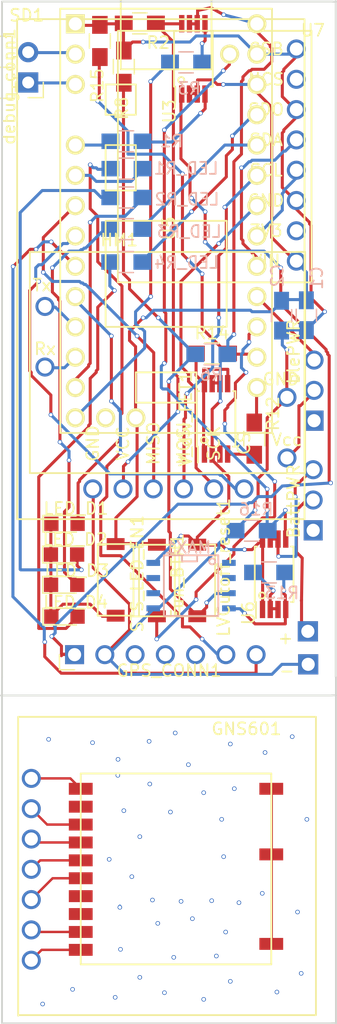
<source format=kicad_pcb>
(kicad_pcb (version 4) (host pcbnew 4.0.6)

  (general
    (links 98)
    (no_connects 2)
    (area 116.574999 60.376999 153.669098 147.095281)
    (thickness 1.6)
    (drawings 11)
    (tracks 837)
    (zones 0)
    (modules 38)
    (nets 60)
  )

  (page A4)
  (layers
    (0 F.Cu signal hide)
    (31 B.Cu signal hide)
    (32 B.Adhes user hide)
    (33 F.Adhes user hide)
    (34 B.Paste user hide)
    (35 F.Paste user hide)
    (36 B.SilkS user)
    (37 F.SilkS user)
    (38 B.Mask user hide)
    (39 F.Mask user hide)
    (40 Dwgs.User user hide)
    (41 Cmts.User user hide)
    (42 Eco1.User user hide)
    (43 Eco2.User user hide)
    (44 Edge.Cuts user)
    (45 Margin user hide)
    (46 B.CrtYd user hide)
    (47 F.CrtYd user hide)
    (48 B.Fab user hide)
    (49 F.Fab user hide)
  )

  (setup
    (last_trace_width 0.254)
    (trace_clearance 0.254)
    (zone_clearance 0.508)
    (zone_45_only no)
    (trace_min 0.1524)
    (segment_width 0.2)
    (edge_width 0.15)
    (via_size 0.381)
    (via_drill 0.254)
    (via_min_size 0.381)
    (via_min_drill 0.254)
    (user_via 0.508 0.3302)
    (user_via 0.889 0.508)
    (uvia_size 0.3)
    (uvia_drill 0.1)
    (uvias_allowed no)
    (uvia_min_size 0.2)
    (uvia_min_drill 0.1)
    (pcb_text_width 0.3)
    (pcb_text_size 1.5 1.5)
    (mod_edge_width 0.15)
    (mod_text_size 1 1)
    (mod_text_width 0.15)
    (pad_size 1.7 1.7)
    (pad_drill 1)
    (pad_to_mask_clearance 0.2)
    (aux_axis_origin 0 0)
    (grid_origin 140.97 78.867)
    (visible_elements 7FFEDFFF)
    (pcbplotparams
      (layerselection 0x00030_80000001)
      (usegerberextensions false)
      (excludeedgelayer true)
      (linewidth 0.100000)
      (plotframeref false)
      (viasonmask false)
      (mode 1)
      (useauxorigin false)
      (hpglpennumber 1)
      (hpglpenspeed 20)
      (hpglpendiameter 15)
      (hpglpenoverlay 2)
      (psnegative false)
      (psa4output false)
      (plotreference true)
      (plotvalue true)
      (plotinvisibletext false)
      (padsonsilk false)
      (subtractmaskfromsilk false)
      (outputformat 1)
      (mirror false)
      (drillshape 1)
      (scaleselection 1)
      (outputdirectory test))
  )

  (net 0 "")
  (net 1 GND)
  (net 2 +3V3)
  (net 3 "Net-(Batt+1-Pad1)")
  (net 4 +BATT)
  (net 5 "Net-(R3-Pad1)")
  (net 6 "Net-(R13-Pad2)")
  (net 7 "Net-(SD1-Pad6)")
  (net 8 "Net-(SD1-Pad5)")
  (net 9 "Net-(SD1-Pad4)")
  (net 10 "Net-(SD1-Pad3)")
  (net 11 "Net-(U1-Pad10)")
  (net 12 "Net-(U1-Pad9)")
  (net 13 "Net-(HM1-Pad2)")
  (net 14 "Net-(HM1-Pad4)")
  (net 15 "Net-(MAX1-Pad4)")
  (net 16 "Net-(MAX1-Pad2)")
  (net 17 "Net-(R1-Pad1)")
  (net 18 "Net-(R1-Pad2)")
  (net 19 "Net-(R2-Pad1)")
  (net 20 "Net-(R3-Pad2)")
  (net 21 "Net-(R12-Pad1)")
  (net 22 "Net-(R12-Pad2)")
  (net 23 "Net-(R14-Pad1)")
  (net 24 "Net-(R14-Pad2)")
  (net 25 "Net-(R16-Pad2)")
  (net 26 "Net-(U1-Pad1)")
  (net 27 "Net-(U1-Pad6)")
  (net 28 "Net-(U1-Pad4)")
  (net 29 "Net-(U1-Pad5)")
  (net 30 "Net-(U1-Pad11)")
  (net 31 "Net-(LED_D1-Pad2)")
  (net 32 "Net-(LED_D1-Pad1)")
  (net 33 "Net-(LED_D2-Pad2)")
  (net 34 "Net-(LED_D3-Pad2)")
  (net 35 "Net-(LED_D4-Pad2)")
  (net 36 "Net-(LED_R1-Pad2)")
  (net 37 "Net-(LED_R2-Pad2)")
  (net 38 "Net-(LED_R3-Pad2)")
  (net 39 "Net-(LED_R4-Pad2)")
  (net 40 "Net-(LVCutoff_reset1-Pad2)")
  (net 41 "Net-(BattSwitch1-Pad1)")
  (net 42 "Net-(BattSwitch1-Pad3)")
  (net 43 "Net-(BLE_PWR_Switch1-Pad1)")
  (net 44 "Net-(BLE_PWR_Switch1-Pad2)")
  (net 45 "Net-(BLE_PWR_Switch1-Pad3)")
  (net 46 "Net-(U5-Pad3)")
  (net 47 "Net-(U5-Pad2)")
  (net 48 "Net-(U5-Pad25)")
  (net 49 "Net-(U5-Pad26)")
  (net 50 "Net-(U7-Pad2)")
  (net 51 "Net-(U7-Pad7)")
  (net 52 "Net-(GPS_CONN1-Pad1)")
  (net 53 "Net-(GPS_CONN1-Pad3)")
  (net 54 "Net-(GPS_CONN1-Pad4)")
  (net 55 "Net-(GPS_CONN1-Pad5)")
  (net 56 "Net-(GPS_CONN1-Pad6)")
  (net 57 "Net-(GPS_CONN1-Pad7)")
  (net 58 "Net-(U5-Pad15)")
  (net 59 "Net-(Fun_BTN1-Pad1)")

  (net_class Default "This is the default net class."
    (clearance 0.254)
    (trace_width 0.254)
    (via_dia 0.381)
    (via_drill 0.254)
    (uvia_dia 0.3)
    (uvia_drill 0.1)
    (add_net +3V3)
    (add_net +BATT)
    (add_net GND)
    (add_net "Net-(BLE_PWR_Switch1-Pad1)")
    (add_net "Net-(BLE_PWR_Switch1-Pad2)")
    (add_net "Net-(BLE_PWR_Switch1-Pad3)")
    (add_net "Net-(Batt+1-Pad1)")
    (add_net "Net-(BattSwitch1-Pad1)")
    (add_net "Net-(BattSwitch1-Pad3)")
    (add_net "Net-(Fun_BTN1-Pad1)")
    (add_net "Net-(GPS_CONN1-Pad1)")
    (add_net "Net-(GPS_CONN1-Pad3)")
    (add_net "Net-(GPS_CONN1-Pad4)")
    (add_net "Net-(GPS_CONN1-Pad5)")
    (add_net "Net-(GPS_CONN1-Pad6)")
    (add_net "Net-(GPS_CONN1-Pad7)")
    (add_net "Net-(HM1-Pad2)")
    (add_net "Net-(HM1-Pad4)")
    (add_net "Net-(LED_D1-Pad1)")
    (add_net "Net-(LED_D1-Pad2)")
    (add_net "Net-(LED_D2-Pad2)")
    (add_net "Net-(LED_D3-Pad2)")
    (add_net "Net-(LED_D4-Pad2)")
    (add_net "Net-(LED_R1-Pad2)")
    (add_net "Net-(LED_R2-Pad2)")
    (add_net "Net-(LED_R3-Pad2)")
    (add_net "Net-(LED_R4-Pad2)")
    (add_net "Net-(LVCutoff_reset1-Pad2)")
    (add_net "Net-(MAX1-Pad2)")
    (add_net "Net-(MAX1-Pad4)")
    (add_net "Net-(R1-Pad1)")
    (add_net "Net-(R1-Pad2)")
    (add_net "Net-(R12-Pad1)")
    (add_net "Net-(R12-Pad2)")
    (add_net "Net-(R13-Pad2)")
    (add_net "Net-(R14-Pad1)")
    (add_net "Net-(R14-Pad2)")
    (add_net "Net-(R16-Pad2)")
    (add_net "Net-(R2-Pad1)")
    (add_net "Net-(R3-Pad1)")
    (add_net "Net-(R3-Pad2)")
    (add_net "Net-(SD1-Pad3)")
    (add_net "Net-(SD1-Pad4)")
    (add_net "Net-(SD1-Pad5)")
    (add_net "Net-(SD1-Pad6)")
    (add_net "Net-(U1-Pad1)")
    (add_net "Net-(U1-Pad10)")
    (add_net "Net-(U1-Pad11)")
    (add_net "Net-(U1-Pad4)")
    (add_net "Net-(U1-Pad5)")
    (add_net "Net-(U1-Pad6)")
    (add_net "Net-(U1-Pad9)")
    (add_net "Net-(U5-Pad15)")
    (add_net "Net-(U5-Pad2)")
    (add_net "Net-(U5-Pad25)")
    (add_net "Net-(U5-Pad26)")
    (add_net "Net-(U5-Pad3)")
    (add_net "Net-(U7-Pad2)")
    (add_net "Net-(U7-Pad7)")
  )

  (module EbayParts:GNS601_Breakout (layer F.Cu) (tedit 5913DD4A) (tstamp 590DFBFF)
    (at 126.4158 146.3294)
    (path /58C8B1CA)
    (fp_text reference GNS601 (at 19.1643 -23.9903) (layer F.SilkS)
      (effects (font (size 1 1) (thickness 0.15)))
    )
    (fp_text value GNS601_Breakout (at 10.15 -19.33) (layer F.Fab)
      (effects (font (size 1 1) (thickness 0.15)))
    )
    (fp_line (start 25 0) (end 0 0) (layer F.SilkS) (width 0.15))
    (fp_line (start 25 -25) (end 25 0) (layer F.SilkS) (width 0.15))
    (fp_line (start 0 -25) (end 25 -25) (layer F.SilkS) (width 0.15))
    (fp_line (start 0 0.05) (end 0 -25) (layer F.SilkS) (width 0.15))
    (fp_line (start 21.25 -20.25) (end 13.75 -20.25) (layer F.SilkS) (width 0.15))
    (fp_line (start 5.25 -19) (end 5.25 -20.25) (layer F.SilkS) (width 0.15))
    (fp_line (start 5.25 -20.25) (end 21.25 -20.25) (layer F.SilkS) (width 0.15))
    (fp_line (start 21.25 -20.25) (end 21.25 -4.25) (layer F.SilkS) (width 0.15))
    (fp_line (start 21.25 -4.25) (end 5.25 -4.25) (layer F.SilkS) (width 0.15))
    (fp_line (start 5.25 -4.25) (end 5.25 -20.25) (layer F.SilkS) (width 0.15))
    (pad 10 thru_hole circle (at 1.1 -4.6) (size 1.6 1.6) (drill 1.1) (layers F.Cu F.Paste F.Mask)
      (net 11 "Net-(U1-Pad10)"))
    (pad 1 thru_hole circle (at 1.1 -19.84) (size 1.6 1.6) (drill 1.1) (layers F.Cu F.Paste F.Mask)
      (net 26 "Net-(U1-Pad1)"))
    (pad 9 thru_hole circle (at 1.1 -7.14) (size 1.6 1.6) (drill 1.1) (layers F.Cu F.Paste F.Mask)
      (net 12 "Net-(U1-Pad9)"))
    (pad 6 thru_hole circle (at 1.1 -9.68) (size 1.6 1.6) (drill 1.1) (layers F.Cu F.Paste F.Mask)
      (net 27 "Net-(U1-Pad6)"))
    (pad 4 thru_hole circle (at 1.1 -14.76) (size 1.6 1.6) (drill 1.1) (layers F.Cu F.Paste F.Mask)
      (net 28 "Net-(U1-Pad4)"))
    (pad 5 thru_hole circle (at 1.1 -12.22) (size 1.6 1.6) (drill 1.1) (layers F.Cu F.Paste F.Mask)
      (net 29 "Net-(U1-Pad5)"))
    (pad 11 smd rect (at 21.25 -5.97) (size 2 1) (layers F.Cu F.Paste F.Mask)
      (net 30 "Net-(U1-Pad11)"))
    (pad 12 smd rect (at 21.25 -13.47) (size 2 1) (layers F.Cu F.Paste F.Mask)
      (net 30 "Net-(U1-Pad11)"))
    (pad 13 smd rect (at 21.25 -18.97) (size 2 1) (layers F.Cu F.Paste F.Mask)
      (net 30 "Net-(U1-Pad11)"))
    (pad 8 smd rect (at 5.25 -8.47) (size 2 1) (layers F.Cu F.Paste F.Mask)
      (net 30 "Net-(U1-Pad11)"))
    (pad 7 smd rect (at 5.25 -9.97) (size 2 1) (layers F.Cu F.Paste F.Mask))
    (pad 6 smd rect (at 5.25 -11.47) (size 2 1) (layers F.Cu F.Paste F.Mask)
      (net 27 "Net-(U1-Pad6)"))
    (pad 9 smd rect (at 5.25 -6.97) (size 2 1) (layers F.Cu F.Paste F.Mask)
      (net 12 "Net-(U1-Pad9)"))
    (pad 10 smd rect (at 5.25 -5.47) (size 2 1) (layers F.Cu F.Paste F.Mask)
      (net 11 "Net-(U1-Pad10)"))
    (pad 5 smd rect (at 5.25 -12.97) (size 2 1) (layers F.Cu F.Paste F.Mask)
      (net 29 "Net-(U1-Pad5)"))
    (pad 4 smd rect (at 5.25 -14.47) (size 2 1) (layers F.Cu F.Paste F.Mask)
      (net 28 "Net-(U1-Pad4)"))
    (pad 1 smd rect (at 5.25 -18.97) (size 2 1) (layers F.Cu F.Paste F.Mask)
      (net 26 "Net-(U1-Pad1)"))
    (pad 2 smd rect (at 5.25 -17.47) (size 2 1) (layers F.Cu F.Paste F.Mask))
    (pad 3 smd rect (at 5.25 -15.97) (size 2 1) (layers F.Cu F.Paste F.Mask)
      (net 30 "Net-(U1-Pad11)"))
    (pad "" np_thru_hole circle (at 13.75 -13.1) (size 3 3) (drill 3) (layers *.Cu *.Mask))
    (pad 3 thru_hole circle (at 1.1 -17.3) (size 1.6 1.6) (drill 1.1) (layers F.Cu F.Paste F.Mask)
      (net 30 "Net-(U1-Pad11)"))
  )

  (module EbayParts:Pin_Header_1x01_Pitch2.54mm (layer F.Cu) (tedit 5913D33A) (tstamp 58EF18C7)
    (at 150.7363 114.16284)
    (descr "Through hole angled pin header, 1x01, 2.54mm pitch, 6mm pin length, single row")
    (tags "Through hole angled pin header THT 1x01 2.54mm single row")
    (path /58CFC58C)
    (fp_text reference + (at -1.87198 0.5588) (layer F.SilkS)
      (effects (font (size 1 1) (thickness 0.15)))
    )
    (fp_text value +Batt (at 0.508 -3.556) (layer F.Fab)
      (effects (font (size 1 1) (thickness 0.15)))
    )
    (pad 1 thru_hole rect (at 0 0) (size 1.7 1.7) (drill 1.1) (layers *.Cu *.Mask)
      (net 3 "Net-(Batt+1-Pad1)"))
    (model ${KISYS3DMOD}/Pin_Headers.3dshapes/Pin_Header_Angled_1x01_Pitch2.54mm.wrl
      (at (xyz 0 0 0))
      (scale (xyz 1 1 1))
      (rotate (xyz 0 0 90))
    )
  )

  (module EbayParts:Pin_Header_1x01_Pitch2.54mm (layer F.Cu) (tedit 5913D338) (tstamp 58EF18CC)
    (at 150.76424 116.9289)
    (descr "Through hole angled pin header, 1x01, 2.54mm pitch, 6mm pin length, single row")
    (tags "Through hole angled pin header THT 1x01 2.54mm single row")
    (path /58CFC7C9)
    (fp_text reference - (at -1.78816 0.53086) (layer F.SilkS)
      (effects (font (size 1 1) (thickness 0.15)))
    )
    (fp_text value -Batt (at 0.508 -3.556) (layer F.Fab)
      (effects (font (size 1 1) (thickness 0.15)))
    )
    (pad 1 thru_hole rect (at 0 0) (size 1.7 1.7) (drill 1.1) (layers *.Cu *.Mask)
      (net 1 GND))
    (model ${KISYS3DMOD}/Pin_Headers.3dshapes/Pin_Header_Angled_1x01_Pitch2.54mm.wrl
      (at (xyz 0 0 0))
      (scale (xyz 1 1 1))
      (rotate (xyz 0 0 90))
    )
  )

  (module Capacitors_SMD:C_0805_HandSoldering (layer B.Cu) (tedit 5913D54F) (tstamp 58EF18DC)
    (at 150.6093 87.6681 270)
    (descr "Capacitor SMD 0805, hand soldering")
    (tags "capacitor 0805")
    (path /58C7CCD2)
    (attr smd)
    (fp_text reference C1 (at -3.1242 -0.8763 270) (layer B.SilkS)
      (effects (font (size 1 1) (thickness 0.15)) (justify mirror))
    )
    (fp_text value C (at 0 -1.75 270) (layer B.Fab)
      (effects (font (size 1 1) (thickness 0.15)) (justify mirror))
    )
    (fp_text user %R (at 0 1.75 270) (layer B.Fab)
      (effects (font (size 1 1) (thickness 0.15)) (justify mirror))
    )
    (fp_line (start -1 -0.62) (end -1 0.62) (layer B.Fab) (width 0.1))
    (fp_line (start 1 -0.62) (end -1 -0.62) (layer B.Fab) (width 0.1))
    (fp_line (start 1 0.62) (end 1 -0.62) (layer B.Fab) (width 0.1))
    (fp_line (start -1 0.62) (end 1 0.62) (layer B.Fab) (width 0.1))
    (fp_line (start 0.5 0.85) (end -0.5 0.85) (layer B.SilkS) (width 0.12))
    (fp_line (start -0.5 -0.85) (end 0.5 -0.85) (layer B.SilkS) (width 0.12))
    (fp_line (start -2.25 0.88) (end 2.25 0.88) (layer B.CrtYd) (width 0.05))
    (fp_line (start -2.25 0.88) (end -2.25 -0.87) (layer B.CrtYd) (width 0.05))
    (fp_line (start 2.25 -0.87) (end 2.25 0.88) (layer B.CrtYd) (width 0.05))
    (fp_line (start 2.25 -0.87) (end -2.25 -0.87) (layer B.CrtYd) (width 0.05))
    (pad 1 smd rect (at -1.25 0 270) (size 1.5 1.25) (layers B.Cu B.Paste B.Mask)
      (net 2 +3V3))
    (pad 2 smd rect (at 1.25 0 270) (size 1.5 1.25) (layers B.Cu B.Paste B.Mask)
      (net 1 GND))
    (model Capacitors_SMD.3dshapes/C_0805.wrl
      (at (xyz 0 0 0))
      (scale (xyz 1 1 1))
      (rotate (xyz 0 0 0))
    )
  )

  (module Capacitors_SMD:C_0805_HandSoldering (layer B.Cu) (tedit 5913D552) (tstamp 58EF18E2)
    (at 148.52904 87.70366 270)
    (descr "Capacitor SMD 0805, hand soldering")
    (tags "capacitor 0805")
    (path /58C7CE8C)
    (attr smd)
    (fp_text reference C2 (at -3.35026 0.35814 270) (layer B.SilkS)
      (effects (font (size 1 1) (thickness 0.15)) (justify mirror))
    )
    (fp_text value C (at 0 -1.75 270) (layer B.Fab)
      (effects (font (size 1 1) (thickness 0.15)) (justify mirror))
    )
    (fp_text user %R (at 0 1.75 270) (layer B.Fab)
      (effects (font (size 1 1) (thickness 0.15)) (justify mirror))
    )
    (fp_line (start -1 -0.62) (end -1 0.62) (layer B.Fab) (width 0.1))
    (fp_line (start 1 -0.62) (end -1 -0.62) (layer B.Fab) (width 0.1))
    (fp_line (start 1 0.62) (end 1 -0.62) (layer B.Fab) (width 0.1))
    (fp_line (start -1 0.62) (end 1 0.62) (layer B.Fab) (width 0.1))
    (fp_line (start 0.5 0.85) (end -0.5 0.85) (layer B.SilkS) (width 0.12))
    (fp_line (start -0.5 -0.85) (end 0.5 -0.85) (layer B.SilkS) (width 0.12))
    (fp_line (start -2.25 0.88) (end 2.25 0.88) (layer B.CrtYd) (width 0.05))
    (fp_line (start -2.25 0.88) (end -2.25 -0.87) (layer B.CrtYd) (width 0.05))
    (fp_line (start 2.25 -0.87) (end 2.25 0.88) (layer B.CrtYd) (width 0.05))
    (fp_line (start 2.25 -0.87) (end -2.25 -0.87) (layer B.CrtYd) (width 0.05))
    (pad 1 smd rect (at -1.25 0 270) (size 1.5 1.25) (layers B.Cu B.Paste B.Mask)
      (net 2 +3V3))
    (pad 2 smd rect (at 1.25 0 270) (size 1.5 1.25) (layers B.Cu B.Paste B.Mask)
      (net 1 GND))
    (model Capacitors_SMD.3dshapes/C_0805.wrl
      (at (xyz 0 0 0))
      (scale (xyz 1 1 1))
      (rotate (xyz 0 0 0))
    )
  )

  (module Resistors_SMD:R_0805_HandSoldering (layer B.Cu) (tedit 5913D54B) (tstamp 58EF1918)
    (at 135.509 73.09104 180)
    (descr "Resistor SMD 0805, hand soldering")
    (tags "resistor 0805")
    (path /58CE2A45)
    (attr smd)
    (fp_text reference R1 (at -3.7846 0.01524 180) (layer B.SilkS)
      (effects (font (size 1 1) (thickness 0.15)) (justify mirror))
    )
    (fp_text value 10k (at 0 -1.75 180) (layer B.Fab)
      (effects (font (size 1 1) (thickness 0.15)) (justify mirror))
    )
    (fp_text user %R (at 0 0 180) (layer B.Fab)
      (effects (font (size 0.5 0.5) (thickness 0.075)) (justify mirror))
    )
    (fp_line (start -1 -0.62) (end -1 0.62) (layer B.Fab) (width 0.1))
    (fp_line (start 1 -0.62) (end -1 -0.62) (layer B.Fab) (width 0.1))
    (fp_line (start 1 0.62) (end 1 -0.62) (layer B.Fab) (width 0.1))
    (fp_line (start -1 0.62) (end 1 0.62) (layer B.Fab) (width 0.1))
    (fp_line (start 0.6 -0.88) (end -0.6 -0.88) (layer B.SilkS) (width 0.12))
    (fp_line (start -0.6 0.88) (end 0.6 0.88) (layer B.SilkS) (width 0.12))
    (fp_line (start -2.35 0.9) (end 2.35 0.9) (layer B.CrtYd) (width 0.05))
    (fp_line (start -2.35 0.9) (end -2.35 -0.9) (layer B.CrtYd) (width 0.05))
    (fp_line (start 2.35 -0.9) (end 2.35 0.9) (layer B.CrtYd) (width 0.05))
    (fp_line (start 2.35 -0.9) (end -2.35 -0.9) (layer B.CrtYd) (width 0.05))
    (pad 1 smd rect (at -1.35 0 180) (size 1.5 1.3) (layers B.Cu B.Paste B.Mask)
      (net 17 "Net-(R1-Pad1)"))
    (pad 2 smd rect (at 1.35 0 180) (size 1.5 1.3) (layers B.Cu B.Paste B.Mask)
      (net 18 "Net-(R1-Pad2)"))
    (model ${KISYS3DMOD}/Resistors_SMD.3dshapes/R_0805.wrl
      (at (xyz 0 0 0))
      (scale (xyz 1 1 1))
      (rotate (xyz 0 0 0))
    )
  )

  (module Resistors_SMD:R_0805_HandSoldering (layer F.Cu) (tedit 5913D445) (tstamp 58EF191E)
    (at 136.6266 63.2079 180)
    (descr "Resistor SMD 0805, hand soldering")
    (tags "resistor 0805")
    (path /58CE59D8)
    (attr smd)
    (fp_text reference R2 (at -1.5494 -1.6129 360) (layer F.SilkS)
      (effects (font (size 1 1) (thickness 0.15)))
    )
    (fp_text value 100k (at 0 1.75 180) (layer F.Fab)
      (effects (font (size 1 1) (thickness 0.15)))
    )
    (fp_text user %R (at 0 0 180) (layer F.Fab)
      (effects (font (size 0.5 0.5) (thickness 0.075)))
    )
    (fp_line (start -1 0.62) (end -1 -0.62) (layer F.Fab) (width 0.1))
    (fp_line (start 1 0.62) (end -1 0.62) (layer F.Fab) (width 0.1))
    (fp_line (start 1 -0.62) (end 1 0.62) (layer F.Fab) (width 0.1))
    (fp_line (start -1 -0.62) (end 1 -0.62) (layer F.Fab) (width 0.1))
    (fp_line (start 0.6 0.88) (end -0.6 0.88) (layer F.SilkS) (width 0.12))
    (fp_line (start -0.6 -0.88) (end 0.6 -0.88) (layer F.SilkS) (width 0.12))
    (fp_line (start -2.35 -0.9) (end 2.35 -0.9) (layer F.CrtYd) (width 0.05))
    (fp_line (start -2.35 -0.9) (end -2.35 0.9) (layer F.CrtYd) (width 0.05))
    (fp_line (start 2.35 0.9) (end 2.35 -0.9) (layer F.CrtYd) (width 0.05))
    (fp_line (start 2.35 0.9) (end -2.35 0.9) (layer F.CrtYd) (width 0.05))
    (pad 1 smd rect (at -1.35 0 180) (size 1.5 1.3) (layers F.Cu F.Paste F.Mask)
      (net 19 "Net-(R2-Pad1)"))
    (pad 2 smd rect (at 1.35 0 180) (size 1.5 1.3) (layers F.Cu F.Paste F.Mask)
      (net 1 GND))
    (model ${KISYS3DMOD}/Resistors_SMD.3dshapes/R_0805.wrl
      (at (xyz 0 0 0))
      (scale (xyz 1 1 1))
      (rotate (xyz 0 0 0))
    )
  )

  (module Resistors_SMD:R_0805_HandSoldering (layer B.Cu) (tedit 590E06D4) (tstamp 58EF1924)
    (at 140.5128 66.47688)
    (descr "Resistor SMD 0805, hand soldering")
    (tags "resistor 0805")
    (path /58CE85D8)
    (attr smd)
    (fp_text reference R3 (at 0.254 2.1844) (layer B.SilkS)
      (effects (font (size 1 1) (thickness 0.15)) (justify mirror))
    )
    (fp_text value 10k (at 0 -1.75) (layer B.Fab)
      (effects (font (size 1 1) (thickness 0.15)) (justify mirror))
    )
    (fp_text user %R (at 0 0) (layer B.Fab)
      (effects (font (size 0.5 0.5) (thickness 0.075)) (justify mirror))
    )
    (fp_line (start -1 -0.62) (end -1 0.62) (layer B.Fab) (width 0.1))
    (fp_line (start 1 -0.62) (end -1 -0.62) (layer B.Fab) (width 0.1))
    (fp_line (start 1 0.62) (end 1 -0.62) (layer B.Fab) (width 0.1))
    (fp_line (start -1 0.62) (end 1 0.62) (layer B.Fab) (width 0.1))
    (fp_line (start 0.6 -0.88) (end -0.6 -0.88) (layer B.SilkS) (width 0.12))
    (fp_line (start -0.6 0.88) (end 0.6 0.88) (layer B.SilkS) (width 0.12))
    (fp_line (start -2.35 0.9) (end 2.35 0.9) (layer B.CrtYd) (width 0.05))
    (fp_line (start -2.35 0.9) (end -2.35 -0.9) (layer B.CrtYd) (width 0.05))
    (fp_line (start 2.35 -0.9) (end 2.35 0.9) (layer B.CrtYd) (width 0.05))
    (fp_line (start 2.35 -0.9) (end -2.35 -0.9) (layer B.CrtYd) (width 0.05))
    (pad 1 smd rect (at -1.35 0) (size 1.5 1.3) (layers B.Cu B.Paste B.Mask)
      (net 5 "Net-(R3-Pad1)"))
    (pad 2 smd rect (at 1.35 0) (size 1.5 1.3) (layers B.Cu B.Paste B.Mask)
      (net 20 "Net-(R3-Pad2)"))
    (model ${KISYS3DMOD}/Resistors_SMD.3dshapes/R_0805.wrl
      (at (xyz 0 0 0))
      (scale (xyz 1 1 1))
      (rotate (xyz 0 0 0))
    )
  )

  (module Resistors_SMD:R_0805_HandSoldering (layer B.Cu) (tedit 58E0A804) (tstamp 58EF1936)
    (at 142.6337 90.9447)
    (descr "Resistor SMD 0805, hand soldering")
    (tags "resistor 0805")
    (path /58D45299)
    (attr smd)
    (fp_text reference R6 (at 0 1.7) (layer B.SilkS)
      (effects (font (size 1 1) (thickness 0.15)) (justify mirror))
    )
    (fp_text value 100k (at 0 -1.75) (layer B.Fab)
      (effects (font (size 1 1) (thickness 0.15)) (justify mirror))
    )
    (fp_text user %R (at 0 0) (layer B.Fab)
      (effects (font (size 0.5 0.5) (thickness 0.075)) (justify mirror))
    )
    (fp_line (start -1 -0.62) (end -1 0.62) (layer B.Fab) (width 0.1))
    (fp_line (start 1 -0.62) (end -1 -0.62) (layer B.Fab) (width 0.1))
    (fp_line (start 1 0.62) (end 1 -0.62) (layer B.Fab) (width 0.1))
    (fp_line (start -1 0.62) (end 1 0.62) (layer B.Fab) (width 0.1))
    (fp_line (start 0.6 -0.88) (end -0.6 -0.88) (layer B.SilkS) (width 0.12))
    (fp_line (start -0.6 0.88) (end 0.6 0.88) (layer B.SilkS) (width 0.12))
    (fp_line (start -2.35 0.9) (end 2.35 0.9) (layer B.CrtYd) (width 0.05))
    (fp_line (start -2.35 0.9) (end -2.35 -0.9) (layer B.CrtYd) (width 0.05))
    (fp_line (start 2.35 -0.9) (end 2.35 0.9) (layer B.CrtYd) (width 0.05))
    (fp_line (start 2.35 -0.9) (end -2.35 -0.9) (layer B.CrtYd) (width 0.05))
    (pad 1 smd rect (at -1.35 0) (size 1.5 1.3) (layers B.Cu B.Paste B.Mask)
      (net 40 "Net-(LVCutoff_reset1-Pad2)"))
    (pad 2 smd rect (at 1.35 0) (size 1.5 1.3) (layers B.Cu B.Paste B.Mask)
      (net 4 +BATT))
    (model ${KISYS3DMOD}/Resistors_SMD.3dshapes/R_0805.wrl
      (at (xyz 0 0 0))
      (scale (xyz 1 1 1))
      (rotate (xyz 0 0 0))
    )
  )

  (module Resistors_SMD:R_0805_HandSoldering (layer F.Cu) (tedit 5913D436) (tstamp 58EF1942)
    (at 135.28548 66.83248 270)
    (descr "Resistor SMD 0805, hand soldering")
    (tags "resistor 0805")
    (path /58D44E32)
    (attr smd)
    (fp_text reference R8 (at 3.4925 0.16764 270) (layer F.SilkS)
      (effects (font (size 1 1) (thickness 0.15)))
    )
    (fp_text value 56k (at 0 1.75 270) (layer F.Fab)
      (effects (font (size 1 1) (thickness 0.15)))
    )
    (fp_text user %R (at 0 0 270) (layer F.Fab)
      (effects (font (size 0.5 0.5) (thickness 0.075)))
    )
    (fp_line (start -1 0.62) (end -1 -0.62) (layer F.Fab) (width 0.1))
    (fp_line (start 1 0.62) (end -1 0.62) (layer F.Fab) (width 0.1))
    (fp_line (start 1 -0.62) (end 1 0.62) (layer F.Fab) (width 0.1))
    (fp_line (start -1 -0.62) (end 1 -0.62) (layer F.Fab) (width 0.1))
    (fp_line (start 0.6 0.88) (end -0.6 0.88) (layer F.SilkS) (width 0.12))
    (fp_line (start -0.6 -0.88) (end 0.6 -0.88) (layer F.SilkS) (width 0.12))
    (fp_line (start -2.35 -0.9) (end 2.35 -0.9) (layer F.CrtYd) (width 0.05))
    (fp_line (start -2.35 -0.9) (end -2.35 0.9) (layer F.CrtYd) (width 0.05))
    (fp_line (start 2.35 0.9) (end 2.35 -0.9) (layer F.CrtYd) (width 0.05))
    (fp_line (start 2.35 0.9) (end -2.35 0.9) (layer F.CrtYd) (width 0.05))
    (pad 1 smd rect (at -1.35 0 270) (size 1.5 1.3) (layers F.Cu F.Paste F.Mask)
      (net 1 GND))
    (pad 2 smd rect (at 1.35 0 270) (size 1.5 1.3) (layers F.Cu F.Paste F.Mask)
      (net 40 "Net-(LVCutoff_reset1-Pad2)"))
    (model ${KISYS3DMOD}/Resistors_SMD.3dshapes/R_0805.wrl
      (at (xyz 0 0 0))
      (scale (xyz 1 1 1))
      (rotate (xyz 0 0 0))
    )
  )

  (module Resistors_SMD:R_0805_HandSoldering (layer F.Cu) (tedit 5913D69A) (tstamp 58EF1954)
    (at 146.23796 98.01352 90)
    (descr "Resistor SMD 0805, hand soldering")
    (tags "resistor 0805")
    (path /58D27FE9)
    (attr smd)
    (fp_text reference R12 (at 2.0955 1.56464 90) (layer F.SilkS)
      (effects (font (size 1 1) (thickness 0.15)))
    )
    (fp_text value 10k (at 0 1.75 90) (layer F.Fab)
      (effects (font (size 1 1) (thickness 0.15)))
    )
    (fp_text user %R (at 0 0 90) (layer F.Fab)
      (effects (font (size 0.5 0.5) (thickness 0.075)))
    )
    (fp_line (start -1 0.62) (end -1 -0.62) (layer F.Fab) (width 0.1))
    (fp_line (start 1 0.62) (end -1 0.62) (layer F.Fab) (width 0.1))
    (fp_line (start 1 -0.62) (end 1 0.62) (layer F.Fab) (width 0.1))
    (fp_line (start -1 -0.62) (end 1 -0.62) (layer F.Fab) (width 0.1))
    (fp_line (start 0.6 0.88) (end -0.6 0.88) (layer F.SilkS) (width 0.12))
    (fp_line (start -0.6 -0.88) (end 0.6 -0.88) (layer F.SilkS) (width 0.12))
    (fp_line (start -2.35 -0.9) (end 2.35 -0.9) (layer F.CrtYd) (width 0.05))
    (fp_line (start -2.35 -0.9) (end -2.35 0.9) (layer F.CrtYd) (width 0.05))
    (fp_line (start 2.35 0.9) (end 2.35 -0.9) (layer F.CrtYd) (width 0.05))
    (fp_line (start 2.35 0.9) (end -2.35 0.9) (layer F.CrtYd) (width 0.05))
    (pad 1 smd rect (at -1.35 0 90) (size 1.5 1.3) (layers F.Cu F.Paste F.Mask)
      (net 21 "Net-(R12-Pad1)"))
    (pad 2 smd rect (at 1.35 0 90) (size 1.5 1.3) (layers F.Cu F.Paste F.Mask)
      (net 22 "Net-(R12-Pad2)"))
    (model ${KISYS3DMOD}/Resistors_SMD.3dshapes/R_0805.wrl
      (at (xyz 0 0 0))
      (scale (xyz 1 1 1))
      (rotate (xyz 0 0 0))
    )
  )

  (module Resistors_SMD:R_0805_HandSoldering (layer B.Cu) (tedit 5913D557) (tstamp 58EF195A)
    (at 147.4851 109.22762 180)
    (descr "Resistor SMD 0805, hand soldering")
    (tags "resistor 0805")
    (path /58D4430C)
    (attr smd)
    (fp_text reference R13 (at -1.0668 -1.71958 180) (layer B.SilkS)
      (effects (font (size 1 1) (thickness 0.15)) (justify mirror))
    )
    (fp_text value 1M (at 0 -1.75 180) (layer B.Fab)
      (effects (font (size 1 1) (thickness 0.15)) (justify mirror))
    )
    (fp_text user %R (at 0 0 180) (layer B.Fab)
      (effects (font (size 0.5 0.5) (thickness 0.075)) (justify mirror))
    )
    (fp_line (start -1 -0.62) (end -1 0.62) (layer B.Fab) (width 0.1))
    (fp_line (start 1 -0.62) (end -1 -0.62) (layer B.Fab) (width 0.1))
    (fp_line (start 1 0.62) (end 1 -0.62) (layer B.Fab) (width 0.1))
    (fp_line (start -1 0.62) (end 1 0.62) (layer B.Fab) (width 0.1))
    (fp_line (start 0.6 -0.88) (end -0.6 -0.88) (layer B.SilkS) (width 0.12))
    (fp_line (start -0.6 0.88) (end 0.6 0.88) (layer B.SilkS) (width 0.12))
    (fp_line (start -2.35 0.9) (end 2.35 0.9) (layer B.CrtYd) (width 0.05))
    (fp_line (start -2.35 0.9) (end -2.35 -0.9) (layer B.CrtYd) (width 0.05))
    (fp_line (start 2.35 -0.9) (end 2.35 0.9) (layer B.CrtYd) (width 0.05))
    (fp_line (start 2.35 -0.9) (end -2.35 -0.9) (layer B.CrtYd) (width 0.05))
    (pad 1 smd rect (at -1.35 0 180) (size 1.5 1.3) (layers B.Cu B.Paste B.Mask)
      (net 15 "Net-(MAX1-Pad4)"))
    (pad 2 smd rect (at 1.35 0 180) (size 1.5 1.3) (layers B.Cu B.Paste B.Mask)
      (net 6 "Net-(R13-Pad2)"))
    (model ${KISYS3DMOD}/Resistors_SMD.3dshapes/R_0805.wrl
      (at (xyz 0 0 0))
      (scale (xyz 1 1 1))
      (rotate (xyz 0 0 0))
    )
  )

  (module EbayParts:SDCard_Breakout (layer F.Cu) (tedit 5913D423) (tstamp 58EF1964)
    (at 126.3269 62.8523 270)
    (path /58C79E1B)
    (fp_text reference SD1 (at -0.32258 -0.8001 360) (layer F.SilkS)
      (effects (font (size 1 1) (thickness 0.15)))
    )
    (fp_text value SDCard_Breakout (at 10.16 -25.9 270) (layer F.Fab)
      (effects (font (size 1 1) (thickness 0.15)))
    )
    (fp_text user GND (at 35.56 -6.35 270) (layer F.SilkS)
      (effects (font (size 1 1) (thickness 0.15)))
    )
    (fp_text user VCC (at 35.56 -8.89 270) (layer F.SilkS)
      (effects (font (size 1 1) (thickness 0.15)))
    )
    (fp_text user MISO (at 35.56 -11.43 270) (layer F.SilkS)
      (effects (font (size 1 1) (thickness 0.15)))
    )
    (fp_text user MOSI (at 35.56 -13.97 270) (layer F.SilkS)
      (effects (font (size 1 1) (thickness 0.15)))
    )
    (fp_text user SCK (at 35.56 -16.51 270) (layer F.SilkS)
      (effects (font (size 1 1) (thickness 0.15)))
    )
    (fp_text user CS (at 35.56 -19.05 270) (layer F.SilkS)
      (effects (font (size 1 1) (thickness 0.15)))
    )
    (fp_line (start 0 0) (end 0 -24.13) (layer F.SilkS) (width 0.15))
    (fp_line (start 0 -24.13) (end 41.91 -24.13) (layer F.SilkS) (width 0.15))
    (fp_line (start 41.91 -24.13) (end 41.91 0) (layer F.SilkS) (width 0.15))
    (fp_line (start 41.91 0) (end 0 0) (layer F.SilkS) (width 0.15))
    (pad 6 thru_hole circle (at 39.37 -19.05 270) (size 1.6 1.6) (drill 1.1) (layers *.Cu *.Mask)
      (net 7 "Net-(SD1-Pad6)"))
    (pad 5 thru_hole circle (at 39.37 -16.51 270) (size 1.6 1.6) (drill 1.1) (layers *.Cu *.Mask)
      (net 8 "Net-(SD1-Pad5)"))
    (pad 4 thru_hole circle (at 39.37 -13.97 270) (size 1.6 1.6) (drill 1.1) (layers *.Cu *.Mask)
      (net 9 "Net-(SD1-Pad4)"))
    (pad 3 thru_hole circle (at 39.37 -11.43 270) (size 1.6 1.6) (drill 1.1) (layers *.Cu *.Mask)
      (net 10 "Net-(SD1-Pad3)"))
    (pad 2 thru_hole circle (at 39.37 -8.89 270) (size 1.6 1.6) (drill 1.1) (layers *.Cu *.Mask)
      (net 19 "Net-(R2-Pad1)"))
    (pad 1 thru_hole circle (at 39.37 -6.35 270) (size 1.6 1.6) (drill 1.1) (layers *.Cu *.Mask)
      (net 1 GND))
  )

  (module EbayParts:TSSOP-8_4.4x3mm_Pitch0.65mm_custom (layer F.Cu) (tedit 5913D431) (tstamp 58EF199A)
    (at 141.1224 66.1797 90)
    (descr "8-Lead Plastic Thin Shrink Small Outline (ST)-4.4 mm Body [TSSOP] (see Microchip Packaging Specification 00000049BS.pdf)")
    (tags "SSOP 0.65")
    (path /58F26970)
    (attr smd)
    (fp_text reference U3 (at -4.39674 -2.00914 90) (layer F.SilkS)
      (effects (font (size 1 1) (thickness 0.15)))
    )
    (fp_text value Si6943DQ (at 0 2.55 90) (layer F.Fab)
      (effects (font (size 1 1) (thickness 0.15)))
    )
    (fp_circle (center -1.778 -1.016) (end -1.524 -1.016) (layer F.SilkS) (width 0.15))
    (fp_line (start -1.2 -1.5) (end 2.2 -1.5) (layer F.Fab) (width 0.15))
    (fp_line (start 2.2 -1.5) (end 2.2 1.5) (layer F.Fab) (width 0.15))
    (fp_line (start 2.2 1.5) (end -2.2 1.5) (layer F.Fab) (width 0.15))
    (fp_line (start -2.2 1.5) (end -2.2 -0.5) (layer F.Fab) (width 0.15))
    (fp_line (start -2.2 -0.5) (end -1.2 -1.5) (layer F.Fab) (width 0.15))
    (fp_line (start -3.95 -1.8) (end -3.95 1.8) (layer F.CrtYd) (width 0.05))
    (fp_line (start 3.95 -1.8) (end 3.95 1.8) (layer F.CrtYd) (width 0.05))
    (fp_line (start -3.95 -1.8) (end 3.95 -1.8) (layer F.CrtYd) (width 0.05))
    (fp_line (start -3.95 1.8) (end 3.95 1.8) (layer F.CrtYd) (width 0.05))
    (fp_line (start -2.325 -1.625) (end -2.325 -1.525) (layer F.SilkS) (width 0.15))
    (fp_line (start 2.325 -1.625) (end 2.325 -1.425) (layer F.SilkS) (width 0.15))
    (fp_line (start 2.325 1.625) (end 2.325 1.425) (layer F.SilkS) (width 0.15))
    (fp_line (start -2.325 1.625) (end -2.325 1.425) (layer F.SilkS) (width 0.15))
    (fp_line (start -2.325 -1.625) (end 2.325 -1.625) (layer F.SilkS) (width 0.15))
    (fp_line (start -2.325 1.625) (end 2.325 1.625) (layer F.SilkS) (width 0.15))
    (fp_line (start -2.325 -1.525) (end -3.675 -1.525) (layer F.SilkS) (width 0.15))
    (pad 1 smd rect (at -2.95 -0.975 90) (size 1.45 0.45) (layers F.Cu F.Paste F.Mask)
      (net 52 "Net-(GPS_CONN1-Pad1)"))
    (pad 2 smd rect (at -2.95 -0.325 90) (size 1.45 0.45) (layers F.Cu F.Paste F.Mask)
      (net 2 +3V3))
    (pad 3 smd rect (at -2.95 0.325 90) (size 1.45 0.45) (layers F.Cu F.Paste F.Mask)
      (net 2 +3V3))
    (pad 4 smd rect (at -2.95 0.975 90) (size 1.45 0.45) (layers F.Cu F.Paste F.Mask)
      (net 17 "Net-(R1-Pad1)"))
    (pad 5 smd rect (at 2.95 0.975 90) (size 1.45 0.45) (layers F.Cu F.Paste F.Mask)
      (net 20 "Net-(R3-Pad2)"))
    (pad 6 smd rect (at 2.95 0.325 90) (size 1.45 0.45) (layers F.Cu F.Paste F.Mask)
      (net 4 +BATT))
    (pad 7 smd rect (at 2.95 -0.325 90) (size 1.45 0.45) (layers F.Cu F.Paste F.Mask)
      (net 4 +BATT))
    (pad 8 smd rect (at 2.95 -0.975 90) (size 1.45 0.45) (layers F.Cu F.Paste F.Mask)
      (net 19 "Net-(R2-Pad1)"))
    (model Housings_SSOP.3dshapes/TSSOP-8_4.4x3mm_Pitch0.65mm.wrl
      (at (xyz 0 0 0))
      (scale (xyz 1 1 1))
      (rotate (xyz 0 0 0))
    )
  )

  (module EbayParts:TSSOP-8_4.4x3mm_Pitch0.65mm_custom (layer F.Cu) (tedit 58D38B89) (tstamp 58EF19EC)
    (at 143.0274 96.3549 90)
    (descr "8-Lead Plastic Thin Shrink Small Outline (ST)-4.4 mm Body [TSSOP] (see Microchip Packaging Specification 00000049BS.pdf)")
    (tags "SSOP 0.65")
    (path /58D267E6)
    (attr smd)
    (fp_text reference V_div_FET1 (at 0 -2.55 90) (layer F.SilkS)
      (effects (font (size 1 1) (thickness 0.15)))
    )
    (fp_text value VDiv_FDW254p (at 0 2.55 90) (layer F.Fab)
      (effects (font (size 1 1) (thickness 0.15)))
    )
    (fp_circle (center -1.778 -1.016) (end -1.524 -1.016) (layer F.SilkS) (width 0.15))
    (fp_line (start -1.2 -1.5) (end 2.2 -1.5) (layer F.Fab) (width 0.15))
    (fp_line (start 2.2 -1.5) (end 2.2 1.5) (layer F.Fab) (width 0.15))
    (fp_line (start 2.2 1.5) (end -2.2 1.5) (layer F.Fab) (width 0.15))
    (fp_line (start -2.2 1.5) (end -2.2 -0.5) (layer F.Fab) (width 0.15))
    (fp_line (start -2.2 -0.5) (end -1.2 -1.5) (layer F.Fab) (width 0.15))
    (fp_line (start -3.95 -1.8) (end -3.95 1.8) (layer F.CrtYd) (width 0.05))
    (fp_line (start 3.95 -1.8) (end 3.95 1.8) (layer F.CrtYd) (width 0.05))
    (fp_line (start -3.95 -1.8) (end 3.95 -1.8) (layer F.CrtYd) (width 0.05))
    (fp_line (start -3.95 1.8) (end 3.95 1.8) (layer F.CrtYd) (width 0.05))
    (fp_line (start -2.325 -1.625) (end -2.325 -1.525) (layer F.SilkS) (width 0.15))
    (fp_line (start 2.325 -1.625) (end 2.325 -1.425) (layer F.SilkS) (width 0.15))
    (fp_line (start 2.325 1.625) (end 2.325 1.425) (layer F.SilkS) (width 0.15))
    (fp_line (start -2.325 1.625) (end -2.325 1.425) (layer F.SilkS) (width 0.15))
    (fp_line (start -2.325 -1.625) (end 2.325 -1.625) (layer F.SilkS) (width 0.15))
    (fp_line (start -2.325 1.625) (end 2.325 1.625) (layer F.SilkS) (width 0.15))
    (fp_line (start -2.325 -1.525) (end -3.675 -1.525) (layer F.SilkS) (width 0.15))
    (pad 1 smd rect (at -2.95 -0.975 90) (size 1.45 0.45) (layers F.Cu F.Paste F.Mask)
      (net 23 "Net-(R14-Pad1)"))
    (pad 2 smd rect (at -2.95 -0.325 90) (size 1.45 0.45) (layers F.Cu F.Paste F.Mask)
      (net 4 +BATT))
    (pad 3 smd rect (at -2.95 0.325 90) (size 1.45 0.45) (layers F.Cu F.Paste F.Mask)
      (net 4 +BATT))
    (pad 4 smd rect (at -2.95 0.975 90) (size 1.45 0.45) (layers F.Cu F.Paste F.Mask)
      (net 21 "Net-(R12-Pad1)"))
    (pad 5 smd rect (at 2.95 0.975 90) (size 1.45 0.45) (layers F.Cu F.Paste F.Mask)
      (net 23 "Net-(R14-Pad1)"))
    (pad 6 smd rect (at 2.95 0.325 90) (size 1.45 0.45) (layers F.Cu F.Paste F.Mask)
      (net 4 +BATT))
    (pad 7 smd rect (at 2.95 -0.325 90) (size 1.45 0.45) (layers F.Cu F.Paste F.Mask)
      (net 4 +BATT))
    (pad 8 smd rect (at 2.95 -0.975 90) (size 1.45 0.45) (layers F.Cu F.Paste F.Mask)
      (net 23 "Net-(R14-Pad1)"))
    (model Housings_SSOP.3dshapes/TSSOP-8_4.4x3mm_Pitch0.65mm.wrl
      (at (xyz 0 0 0))
      (scale (xyz 1 1 1))
      (rotate (xyz 0 0 0))
    )
  )

  (module EbayParts:HM-11_BreakConns (layer F.Cu) (tedit 58EDD4FF) (tstamp 590DFBB8)
    (at 127.3937 100.9015)
    (path /58D0AC12)
    (fp_text reference HM1 (at 7.5 -19.532) (layer F.SilkS)
      (effects (font (size 1 1) (thickness 0.15)))
    )
    (fp_text value HM-11_BreakConns (at 7.5 -20.532) (layer F.Fab)
      (effects (font (size 1 1) (thickness 0.15)))
    )
    (fp_text user Vcc (at 21.59 -2.794) (layer F.SilkS)
      (effects (font (size 1 1) (thickness 0.15)))
    )
    (fp_text user GND (at 21.082 -7.874) (layer F.SilkS)
      (effects (font (size 1 1) (thickness 0.15)))
    )
    (fp_text user Rx (at 1.27 -10.414) (layer F.SilkS)
      (effects (font (size 1 1) (thickness 0.15)))
    )
    (fp_text user Tx (at 1.016 -15.748) (layer F.SilkS)
      (effects (font (size 1 1) (thickness 0.15)))
    )
    (fp_line (start 22.352 -18.542) (end 23.114 -18.542) (layer F.SilkS) (width 0.15))
    (fp_line (start 22.606 0) (end 23.114 0) (layer F.SilkS) (width 0.15))
    (fp_line (start 23.114 -18.542) (end 23.114 0) (layer F.SilkS) (width 0.15))
    (fp_line (start 0 -16.51) (end 0 -18.542) (layer F.SilkS) (width 0.15))
    (fp_line (start 18 0) (end 20.7 0) (layer F.SilkS) (width 0.15))
    (fp_line (start 18 -18.532) (end 20.4 -18.532) (layer F.SilkS) (width 0.15))
    (fp_line (start 20.4 -18.532) (end 21.3 -18.532) (layer F.SilkS) (width 0.15))
    (fp_line (start 20.4 0) (end 21.3 0) (layer F.SilkS) (width 0.15))
    (fp_line (start 21.3 -18.532) (end 22.5 -18.532) (layer F.SilkS) (width 0.15))
    (fp_line (start 21.3 0) (end 22.5 0) (layer F.SilkS) (width 0.15))
    (fp_line (start 0 0) (end 18 0) (layer F.SilkS) (width 0.15))
    (fp_line (start 18 -18.532) (end 0 -18.532) (layer F.SilkS) (width 0.15))
    (fp_line (start 0 -16.5) (end 0 0) (layer F.SilkS) (width 0.15))
    (pad 9 thru_hole circle (at 21.59 -1.27) (size 1.6 1.6) (drill 1.1) (layers *.Cu *.Mask)
      (net 44 "Net-(BLE_PWR_Switch1-Pad2)"))
    (pad 12 thru_hole circle (at 21.59 -6.35) (size 1.6 1.6) (drill 1.1) (layers *.Cu *.Mask)
      (net 1 GND))
    (pad 2 thru_hole circle (at 1.27 -13.97) (size 1.6 1.6) (drill 1.1) (layers *.Cu *.Mask)
      (net 13 "Net-(HM1-Pad2)"))
    (pad 4 thru_hole circle (at 1.27 -8.89) (size 1.6 1.6) (drill 1.1) (layers *.Cu *.Mask)
      (net 14 "Net-(HM1-Pad4)"))
  )

  (module EbayParts:SOIC-8-N (layer B.Cu) (tedit 5913D55E) (tstamp 590DFBE6)
    (at 140.9319 110.33252 270)
    (descr "Module Narrow CMS SOJ 8 pins large")
    (tags "CMS SOJ")
    (path /58D3E43D)
    (attr smd)
    (fp_text reference MAX1 (at -3.19532 0.2667 360) (layer B.SilkS)
      (effects (font (size 1 1) (thickness 0.15)) (justify mirror))
    )
    (fp_text value MAX8212 (at 0 -1.27 270) (layer B.Fab)
      (effects (font (size 1 1) (thickness 0.15)) (justify mirror))
    )
    (fp_circle (center -2.032 -1.778) (end -1.778 -1.778) (layer B.SilkS) (width 0.15))
    (fp_line (start -2.54 2.286) (end 2.54 2.286) (layer B.SilkS) (width 0.15))
    (fp_line (start 2.54 2.286) (end 2.54 -2.286) (layer B.SilkS) (width 0.15))
    (fp_line (start 2.54 -2.286) (end -2.54 -2.286) (layer B.SilkS) (width 0.15))
    (fp_line (start -2.54 -2.286) (end -2.54 2.286) (layer B.SilkS) (width 0.15))
    (fp_line (start -2.54 0.762) (end -2.032 0.762) (layer B.SilkS) (width 0.15))
    (fp_line (start -2.032 0.762) (end -2.032 -0.508) (layer B.SilkS) (width 0.15))
    (fp_line (start -2.032 -0.508) (end -2.54 -0.508) (layer B.SilkS) (width 0.15))
    (pad 8 smd rect (at -1.905 3.175 270) (size 0.508 1.143) (layers B.Cu B.Paste B.Mask)
      (net 4 +BATT))
    (pad 7 smd rect (at -0.635 3.175 270) (size 0.508 1.143) (layers B.Cu B.Paste B.Mask))
    (pad 6 smd rect (at 0.635 3.175 270) (size 0.508 1.143) (layers B.Cu B.Paste B.Mask))
    (pad 5 smd rect (at 1.905 3.175 270) (size 0.508 1.143) (layers B.Cu B.Paste B.Mask)
      (net 1 GND))
    (pad 4 smd rect (at 1.905 -3.175 270) (size 0.508 1.143) (layers B.Cu B.Paste B.Mask)
      (net 15 "Net-(MAX1-Pad4)"))
    (pad 3 smd rect (at 0.635 -3.175 270) (size 0.508 1.143) (layers B.Cu B.Paste B.Mask)
      (net 40 "Net-(LVCutoff_reset1-Pad2)"))
    (pad 2 smd rect (at -0.635 -3.175 270) (size 0.508 1.143) (layers B.Cu B.Paste B.Mask)
      (net 16 "Net-(MAX1-Pad2)"))
    (pad 1 smd rect (at -1.905 -3.175 270) (size 0.508 1.143) (layers B.Cu B.Paste B.Mask))
    (model SMD_Packages.3dshapes/SOIC-8-N.wrl
      (at (xyz 0 0 0))
      (scale (xyz 0.5 0.38 0.5))
      (rotate (xyz 0 0 0))
    )
  )

  (module Resistors_SMD:R_0805_HandSoldering (layer F.Cu) (tedit 58E0A804) (tstamp 590DFBF2)
    (at 142.6845 90.8685)
    (descr "Resistor SMD 0805, hand soldering")
    (tags "resistor 0805")
    (path /58CEFF04)
    (attr smd)
    (fp_text reference R14 (at 0 -1.7) (layer F.SilkS)
      (effects (font (size 1 1) (thickness 0.15)))
    )
    (fp_text value 22k (at 0 1.75) (layer F.Fab)
      (effects (font (size 1 1) (thickness 0.15)))
    )
    (fp_text user %R (at 0 0) (layer F.Fab)
      (effects (font (size 0.5 0.5) (thickness 0.075)))
    )
    (fp_line (start -1 0.62) (end -1 -0.62) (layer F.Fab) (width 0.1))
    (fp_line (start 1 0.62) (end -1 0.62) (layer F.Fab) (width 0.1))
    (fp_line (start 1 -0.62) (end 1 0.62) (layer F.Fab) (width 0.1))
    (fp_line (start -1 -0.62) (end 1 -0.62) (layer F.Fab) (width 0.1))
    (fp_line (start 0.6 0.88) (end -0.6 0.88) (layer F.SilkS) (width 0.12))
    (fp_line (start -0.6 -0.88) (end 0.6 -0.88) (layer F.SilkS) (width 0.12))
    (fp_line (start -2.35 -0.9) (end 2.35 -0.9) (layer F.CrtYd) (width 0.05))
    (fp_line (start -2.35 -0.9) (end -2.35 0.9) (layer F.CrtYd) (width 0.05))
    (fp_line (start 2.35 0.9) (end 2.35 -0.9) (layer F.CrtYd) (width 0.05))
    (fp_line (start 2.35 0.9) (end -2.35 0.9) (layer F.CrtYd) (width 0.05))
    (pad 1 smd rect (at -1.35 0) (size 1.5 1.3) (layers F.Cu F.Paste F.Mask)
      (net 23 "Net-(R14-Pad1)"))
    (pad 2 smd rect (at 1.35 0) (size 1.5 1.3) (layers F.Cu F.Paste F.Mask)
      (net 24 "Net-(R14-Pad2)"))
    (model ${KISYS3DMOD}/Resistors_SMD.3dshapes/R_0805.wrl
      (at (xyz 0 0 0))
      (scale (xyz 1 1 1))
      (rotate (xyz 0 0 0))
    )
  )

  (module Resistors_SMD:R_0805_HandSoldering (layer F.Cu) (tedit 5913D429) (tstamp 590DFBF8)
    (at 133.2738 64.6811 90)
    (descr "Resistor SMD 0805, hand soldering")
    (tags "resistor 0805")
    (path /58CEFD41)
    (attr smd)
    (fp_text reference R15 (at -3.74396 -0.22352 90) (layer F.SilkS)
      (effects (font (size 1 1) (thickness 0.15)))
    )
    (fp_text value 68k (at 0 1.75 90) (layer F.Fab)
      (effects (font (size 1 1) (thickness 0.15)))
    )
    (fp_text user %R (at 0 0 90) (layer F.Fab)
      (effects (font (size 0.5 0.5) (thickness 0.075)))
    )
    (fp_line (start -1 0.62) (end -1 -0.62) (layer F.Fab) (width 0.1))
    (fp_line (start 1 0.62) (end -1 0.62) (layer F.Fab) (width 0.1))
    (fp_line (start 1 -0.62) (end 1 0.62) (layer F.Fab) (width 0.1))
    (fp_line (start -1 -0.62) (end 1 -0.62) (layer F.Fab) (width 0.1))
    (fp_line (start 0.6 0.88) (end -0.6 0.88) (layer F.SilkS) (width 0.12))
    (fp_line (start -0.6 -0.88) (end 0.6 -0.88) (layer F.SilkS) (width 0.12))
    (fp_line (start -2.35 -0.9) (end 2.35 -0.9) (layer F.CrtYd) (width 0.05))
    (fp_line (start -2.35 -0.9) (end -2.35 0.9) (layer F.CrtYd) (width 0.05))
    (fp_line (start 2.35 0.9) (end 2.35 -0.9) (layer F.CrtYd) (width 0.05))
    (fp_line (start 2.35 0.9) (end -2.35 0.9) (layer F.CrtYd) (width 0.05))
    (pad 1 smd rect (at -1.35 0 90) (size 1.5 1.3) (layers F.Cu F.Paste F.Mask)
      (net 24 "Net-(R14-Pad2)"))
    (pad 2 smd rect (at 1.35 0 90) (size 1.5 1.3) (layers F.Cu F.Paste F.Mask)
      (net 1 GND))
    (model ${KISYS3DMOD}/Resistors_SMD.3dshapes/R_0805.wrl
      (at (xyz 0 0 0))
      (scale (xyz 1 1 1))
      (rotate (xyz 0 0 0))
    )
  )

  (module Resistors_SMD:R_0805_HandSoldering (layer B.Cu) (tedit 5913D55A) (tstamp 590DFBFE)
    (at 146.01444 105.72496)
    (descr "Resistor SMD 0805, hand soldering")
    (tags "resistor 0805")
    (path /58D1E754)
    (attr smd)
    (fp_text reference R16 (at 0.36576 -1.78816) (layer B.SilkS)
      (effects (font (size 1 1) (thickness 0.15)) (justify mirror))
    )
    (fp_text value 100k (at 0 -1.75) (layer B.Fab)
      (effects (font (size 1 1) (thickness 0.15)) (justify mirror))
    )
    (fp_text user %R (at 0 0) (layer B.Fab)
      (effects (font (size 0.5 0.5) (thickness 0.075)) (justify mirror))
    )
    (fp_line (start -1 -0.62) (end -1 0.62) (layer B.Fab) (width 0.1))
    (fp_line (start 1 -0.62) (end -1 -0.62) (layer B.Fab) (width 0.1))
    (fp_line (start 1 0.62) (end 1 -0.62) (layer B.Fab) (width 0.1))
    (fp_line (start -1 0.62) (end 1 0.62) (layer B.Fab) (width 0.1))
    (fp_line (start 0.6 -0.88) (end -0.6 -0.88) (layer B.SilkS) (width 0.12))
    (fp_line (start -0.6 0.88) (end 0.6 0.88) (layer B.SilkS) (width 0.12))
    (fp_line (start -2.35 0.9) (end 2.35 0.9) (layer B.CrtYd) (width 0.05))
    (fp_line (start -2.35 0.9) (end -2.35 -0.9) (layer B.CrtYd) (width 0.05))
    (fp_line (start 2.35 -0.9) (end 2.35 0.9) (layer B.CrtYd) (width 0.05))
    (fp_line (start 2.35 -0.9) (end -2.35 -0.9) (layer B.CrtYd) (width 0.05))
    (pad 1 smd rect (at -1.35 0) (size 1.5 1.3) (layers B.Cu B.Paste B.Mask)
      (net 1 GND))
    (pad 2 smd rect (at 1.35 0) (size 1.5 1.3) (layers B.Cu B.Paste B.Mask)
      (net 25 "Net-(R16-Pad2)"))
    (model ${KISYS3DMOD}/Resistors_SMD.3dshapes/R_0805.wrl
      (at (xyz 0 0 0))
      (scale (xyz 1 1 1))
      (rotate (xyz 0 0 0))
    )
  )

  (module EbayParts:TSSOP-8_4.4x3mm_Pitch0.65mm_custom (layer F.Cu) (tedit 5913D461) (tstamp 590DFC5F)
    (at 147.9042 109.38002 90)
    (descr "8-Lead Plastic Thin Shrink Small Outline (ST)-4.4 mm Body [TSSOP] (see Microchip Packaging Specification 00000049BS.pdf)")
    (tags "SSOP 0.65")
    (path /58F16A43)
    (attr smd)
    (fp_text reference U6 (at -3.24612 -2.16916 90) (layer F.SilkS)
      (effects (font (size 1 1) (thickness 0.15)))
    )
    (fp_text value Si6943DQ (at 0 2.55 90) (layer F.Fab)
      (effects (font (size 1 1) (thickness 0.15)))
    )
    (fp_circle (center -1.778 -1.016) (end -1.524 -1.016) (layer F.SilkS) (width 0.15))
    (fp_line (start -1.2 -1.5) (end 2.2 -1.5) (layer F.Fab) (width 0.15))
    (fp_line (start 2.2 -1.5) (end 2.2 1.5) (layer F.Fab) (width 0.15))
    (fp_line (start 2.2 1.5) (end -2.2 1.5) (layer F.Fab) (width 0.15))
    (fp_line (start -2.2 1.5) (end -2.2 -0.5) (layer F.Fab) (width 0.15))
    (fp_line (start -2.2 -0.5) (end -1.2 -1.5) (layer F.Fab) (width 0.15))
    (fp_line (start -3.95 -1.8) (end -3.95 1.8) (layer F.CrtYd) (width 0.05))
    (fp_line (start 3.95 -1.8) (end 3.95 1.8) (layer F.CrtYd) (width 0.05))
    (fp_line (start -3.95 -1.8) (end 3.95 -1.8) (layer F.CrtYd) (width 0.05))
    (fp_line (start -3.95 1.8) (end 3.95 1.8) (layer F.CrtYd) (width 0.05))
    (fp_line (start -2.325 -1.625) (end -2.325 -1.525) (layer F.SilkS) (width 0.15))
    (fp_line (start 2.325 -1.625) (end 2.325 -1.425) (layer F.SilkS) (width 0.15))
    (fp_line (start 2.325 1.625) (end 2.325 1.425) (layer F.SilkS) (width 0.15))
    (fp_line (start -2.325 1.625) (end -2.325 1.425) (layer F.SilkS) (width 0.15))
    (fp_line (start -2.325 -1.625) (end 2.325 -1.625) (layer F.SilkS) (width 0.15))
    (fp_line (start -2.325 1.625) (end 2.325 1.625) (layer F.SilkS) (width 0.15))
    (fp_line (start -2.325 -1.525) (end -3.675 -1.525) (layer F.SilkS) (width 0.15))
    (pad 1 smd rect (at -2.95 -0.975 90) (size 1.45 0.45) (layers F.Cu F.Paste F.Mask)
      (net 4 +BATT))
    (pad 2 smd rect (at -2.95 -0.325 90) (size 1.45 0.45) (layers F.Cu F.Paste F.Mask)
      (net 6 "Net-(R13-Pad2)"))
    (pad 3 smd rect (at -2.95 0.325 90) (size 1.45 0.45) (layers F.Cu F.Paste F.Mask)
      (net 6 "Net-(R13-Pad2)"))
    (pad 4 smd rect (at -2.95 0.975 90) (size 1.45 0.45) (layers F.Cu F.Paste F.Mask)
      (net 15 "Net-(MAX1-Pad4)"))
    (pad 5 smd rect (at 2.95 0.975 90) (size 1.45 0.45) (layers F.Cu F.Paste F.Mask)
      (net 25 "Net-(R16-Pad2)"))
    (pad 6 smd rect (at 2.95 0.325 90) (size 1.45 0.45) (layers F.Cu F.Paste F.Mask)
      (net 42 "Net-(BattSwitch1-Pad3)"))
    (pad 7 smd rect (at 2.95 -0.325 90) (size 1.45 0.45) (layers F.Cu F.Paste F.Mask)
      (net 42 "Net-(BattSwitch1-Pad3)"))
    (pad 8 smd rect (at 2.95 -0.975 90) (size 1.45 0.45) (layers F.Cu F.Paste F.Mask)
      (net 4 +BATT))
    (model Housings_SSOP.3dshapes/TSSOP-8_4.4x3mm_Pitch0.65mm.wrl
      (at (xyz 0 0 0))
      (scale (xyz 1 1 1))
      (rotate (xyz 0 0 0))
    )
  )

  (module EbayParts:Teensy_LC (layer F.Cu) (tedit 5913D450) (tstamp 590E0134)
    (at 138.8364 79.756 270)
    (path /58C78C56)
    (fp_text reference U5 (at 0.62738 -0.22098 270) (layer F.SilkS)
      (effects (font (size 1 1) (thickness 0.15)))
    )
    (fp_text value Teensy-LC (at 0 10.16 270) (layer F.Fab)
      (effects (font (size 1 1) (thickness 0.15)))
    )
    (fp_line (start -17.78 3.81) (end -19.05 3.81) (layer F.SilkS) (width 0.15))
    (fp_line (start -19.05 3.81) (end -19.05 -3.81) (layer F.SilkS) (width 0.15))
    (fp_line (start -19.05 -3.81) (end -17.78 -3.81) (layer F.SilkS) (width 0.15))
    (fp_line (start -6.35 5.08) (end -2.54 5.08) (layer F.SilkS) (width 0.15))
    (fp_line (start -2.54 5.08) (end -2.54 2.54) (layer F.SilkS) (width 0.15))
    (fp_line (start -2.54 2.54) (end -6.35 2.54) (layer F.SilkS) (width 0.15))
    (fp_line (start -6.35 2.54) (end -6.35 5.08) (layer F.SilkS) (width 0.15))
    (fp_line (start -12.7 3.81) (end -12.7 -3.81) (layer F.SilkS) (width 0.15))
    (fp_line (start -12.7 -3.81) (end -17.78 -3.81) (layer F.SilkS) (width 0.15))
    (fp_line (start -12.7 3.81) (end -17.78 3.81) (layer F.SilkS) (width 0.15))
    (fp_line (start -11.43 5.08) (end -8.89 5.08) (layer F.SilkS) (width 0.15))
    (fp_line (start -8.89 5.08) (end -8.89 2.54) (layer F.SilkS) (width 0.15))
    (fp_line (start -8.89 2.54) (end -11.43 2.54) (layer F.SilkS) (width 0.15))
    (fp_line (start -11.43 2.54) (end -11.43 5.08) (layer F.SilkS) (width 0.15))
    (fp_line (start 15.24 -2.54) (end 15.24 2.54) (layer F.SilkS) (width 0.15))
    (fp_line (start 15.24 2.54) (end 12.7 2.54) (layer F.SilkS) (width 0.15))
    (fp_line (start 12.7 2.54) (end 12.7 -2.54) (layer F.SilkS) (width 0.15))
    (fp_line (start 12.7 -2.54) (end 15.24 -2.54) (layer F.SilkS) (width 0.15))
    (fp_line (start 8.89 5.08) (end 8.89 -5.08) (layer F.SilkS) (width 0.15))
    (fp_line (start 0 -5.08) (end 0 5.08) (layer F.SilkS) (width 0.15))
    (fp_line (start 8.89 -5.08) (end 0 -5.08) (layer F.SilkS) (width 0.15))
    (fp_line (start 8.89 5.08) (end 0 5.08) (layer F.SilkS) (width 0.15))
    (fp_line (start -17.78 -8.89) (end 17.78 -8.89) (layer F.SilkS) (width 0.15))
    (fp_line (start 17.78 -8.89) (end 17.78 8.89) (layer F.SilkS) (width 0.15))
    (fp_line (start 17.78 8.89) (end -17.78 8.89) (layer F.SilkS) (width 0.15))
    (fp_line (start -17.78 8.89) (end -17.78 -8.89) (layer F.SilkS) (width 0.15))
    (pad 30 thru_hole circle (at -8.89 -7.62 270) (size 1.6 1.6) (drill 1.1) (layers *.Cu *.Mask F.SilkS)
      (net 39 "Net-(LED_R4-Pad2)"))
    (pad 29 thru_hole circle (at -6.35 -7.62 270) (size 1.6 1.6) (drill 1.1) (layers *.Cu *.Mask F.SilkS)
      (net 38 "Net-(LED_R3-Pad2)"))
    (pad 15 thru_hole circle (at 16.51 5.08 270) (size 1.6 1.6) (drill 1.1) (layers *.Cu *.Mask F.SilkS)
      (net 58 "Net-(U5-Pad15)"))
    (pad 13 thru_hole circle (at 13.97 7.62 270) (size 1.6 1.6) (drill 1.1) (layers *.Cu *.Mask F.SilkS)
      (net 37 "Net-(LED_R2-Pad2)"))
    (pad 6 thru_hole circle (at -3.81 7.62 270) (size 1.6 1.6) (drill 1.1) (layers *.Cu *.Mask F.SilkS)
      (net 36 "Net-(LED_R1-Pad2)"))
    (pad 34 thru_hole circle (at -13.97 -5.334 270) (size 1.6 1.6) (drill 1.1) (layers *.Cu *.Mask F.SilkS)
      (net 25 "Net-(R16-Pad2)"))
    (pad 11 thru_hole circle (at 8.89 7.62 270) (size 1.6 1.6) (drill 1.1) (layers *.Cu *.Mask F.SilkS)
      (net 13 "Net-(HM1-Pad2)"))
    (pad 3 thru_hole circle (at -11.43 7.62 270) (size 1.6 1.6) (drill 1.1) (layers *.Cu *.Mask F.SilkS)
      (net 46 "Net-(U5-Pad3)"))
    (pad 8 thru_hole circle (at 1.27 7.62 270) (size 1.6 1.6) (drill 1.1) (layers *.Cu *.Mask F.SilkS)
      (net 7 "Net-(SD1-Pad6)"))
    (pad 2 thru_hole circle (at -13.97 7.62 270) (size 1.6 1.6) (drill 1.1) (layers *.Cu *.Mask F.SilkS)
      (net 47 "Net-(U5-Pad2)"))
    (pad 27 thru_hole circle (at -1.27 -7.62 270) (size 1.6 1.6) (drill 1.1) (layers *.Cu *.Mask F.SilkS)
      (net 8 "Net-(SD1-Pad5)"))
    (pad 21 thru_hole circle (at 13.97 -7.62 270) (size 1.6 1.6) (drill 1.1) (layers *.Cu *.Mask F.SilkS)
      (net 22 "Net-(R12-Pad2)"))
    (pad 16 thru_hole circle (at 16.51 2.54 270) (size 1.6 1.6) (drill 1.1) (layers *.Cu *.Mask F.SilkS)
      (net 2 +3V3))
    (pad 14 thru_hole circle (at 16.51 7.62 270) (size 1.6 1.6) (drill 1.1) (layers *.Cu *.Mask F.SilkS)
      (net 5 "Net-(R3-Pad1)"))
    (pad 22 thru_hole circle (at 11.43 -7.62 270) (size 1.6 1.6) (drill 1.1) (layers *.Cu *.Mask F.SilkS)
      (net 24 "Net-(R14-Pad2)"))
    (pad 23 thru_hole circle (at 8.89 -7.62 270) (size 1.6 1.6) (drill 1.1) (layers *.Cu *.Mask F.SilkS)
      (net 59 "Net-(Fun_BTN1-Pad1)"))
    (pad 24 thru_hole circle (at 6.35 -7.62 270) (size 1.6 1.6) (drill 1.1) (layers *.Cu *.Mask F.SilkS)
      (net 45 "Net-(BLE_PWR_Switch1-Pad3)"))
    (pad 25 thru_hole circle (at 3.81 -7.62 270) (size 1.6 1.6) (drill 1.1) (layers *.Cu *.Mask F.SilkS)
      (net 48 "Net-(U5-Pad25)"))
    (pad 26 thru_hole circle (at 1.27 -7.62 270) (size 1.6 1.6) (drill 1.1) (layers *.Cu *.Mask F.SilkS)
      (net 49 "Net-(U5-Pad26)"))
    (pad 28 thru_hole circle (at -3.81 -7.62 270) (size 1.6 1.6) (drill 1.1) (layers *.Cu *.Mask F.SilkS)
      (net 9 "Net-(SD1-Pad4)"))
    (pad 31 thru_hole circle (at -11.43 -7.62 270) (size 1.6 1.6) (drill 1.1) (layers *.Cu *.Mask F.SilkS)
      (net 2 +3V3))
    (pad 32 thru_hole circle (at -13.97 -7.62 270) (size 1.6 1.6) (drill 1.1) (layers *.Cu *.Mask F.SilkS)
      (net 1 GND))
    (pad 33 thru_hole circle (at -16.51 -7.62 270) (size 1.6 1.6) (drill 1.1) (layers *.Cu *.Mask F.SilkS)
      (net 4 +BATT))
    (pad 12 thru_hole circle (at 11.43 7.62 270) (size 1.6 1.6) (drill 1.1) (layers *.Cu *.Mask F.SilkS)
      (net 14 "Net-(HM1-Pad4)"))
    (pad 10 thru_hole circle (at 6.35 7.62 270) (size 1.6 1.6) (drill 1.1) (layers *.Cu *.Mask F.SilkS)
      (net 56 "Net-(GPS_CONN1-Pad6)"))
    (pad 9 thru_hole circle (at 3.81 7.62 270) (size 1.6 1.6) (drill 1.1) (layers *.Cu *.Mask F.SilkS)
      (net 57 "Net-(GPS_CONN1-Pad7)"))
    (pad 7 thru_hole circle (at -1.27 7.62 270) (size 1.6 1.6) (drill 1.1) (layers *.Cu *.Mask F.SilkS)
      (net 10 "Net-(SD1-Pad3)"))
    (pad 5 thru_hole circle (at -6.35 7.62 270) (size 1.6 1.6) (drill 1.1) (layers *.Cu *.Mask F.SilkS)
      (net 18 "Net-(R1-Pad2)"))
    (pad 1 thru_hole rect (at -16.51 7.62 270) (size 1.6 1.6) (drill 1.1) (layers *.Cu *.Mask F.SilkS)
      (net 1 GND))
  )

  (module LEDs:LED_0805 (layer F.Cu) (tedit 590EB256) (tstamp 590E035C)
    (at 130.302 105.15092)
    (descr "LED 0805 smd package")
    (tags "LED led 0805 SMD smd SMT smt smdled SMDLED smtled SMTLED")
    (path /590E1C0A)
    (attr smd)
    (fp_text reference LED_D1 (at 0.9652 -1.28016) (layer F.SilkS)
      (effects (font (size 1 1) (thickness 0.15)))
    )
    (fp_text value LED (at 0 1.55) (layer F.Fab)
      (effects (font (size 1 1) (thickness 0.15)))
    )
    (fp_line (start -1.8 -0.7) (end -1.8 0.7) (layer F.SilkS) (width 0.12))
    (fp_line (start -0.4 -0.4) (end -0.4 0.4) (layer F.Fab) (width 0.1))
    (fp_line (start -0.4 0) (end 0.2 -0.4) (layer F.Fab) (width 0.1))
    (fp_line (start 0.2 0.4) (end -0.4 0) (layer F.Fab) (width 0.1))
    (fp_line (start 0.2 -0.4) (end 0.2 0.4) (layer F.Fab) (width 0.1))
    (fp_line (start 1 0.6) (end -1 0.6) (layer F.Fab) (width 0.1))
    (fp_line (start 1 -0.6) (end 1 0.6) (layer F.Fab) (width 0.1))
    (fp_line (start -1 -0.6) (end 1 -0.6) (layer F.Fab) (width 0.1))
    (fp_line (start -1 0.6) (end -1 -0.6) (layer F.Fab) (width 0.1))
    (fp_line (start -1.8 0.7) (end 1 0.7) (layer F.SilkS) (width 0.12))
    (fp_line (start -1.8 -0.7) (end 1 -0.7) (layer F.SilkS) (width 0.12))
    (fp_line (start 1.95 -0.85) (end 1.95 0.85) (layer F.CrtYd) (width 0.05))
    (fp_line (start 1.95 0.85) (end -1.95 0.85) (layer F.CrtYd) (width 0.05))
    (fp_line (start -1.95 0.85) (end -1.95 -0.85) (layer F.CrtYd) (width 0.05))
    (fp_line (start -1.95 -0.85) (end 1.95 -0.85) (layer F.CrtYd) (width 0.05))
    (pad 2 smd rect (at 1.1 0 180) (size 1.2 1.2) (layers F.Cu F.Paste F.Mask)
      (net 31 "Net-(LED_D1-Pad2)"))
    (pad 1 smd rect (at -1.1 0 180) (size 1.2 1.2) (layers F.Cu F.Paste F.Mask)
      (net 32 "Net-(LED_D1-Pad1)"))
    (model LEDs.3dshapes/LED_0805.wrl
      (at (xyz 0 0 0))
      (scale (xyz 1 1 1))
      (rotate (xyz 0 0 180))
    )
  )

  (module LEDs:LED_0805 (layer F.Cu) (tedit 590EB252) (tstamp 590E0362)
    (at 130.2639 107.72648)
    (descr "LED 0805 smd package")
    (tags "LED led 0805 SMD smd SMT smt smdled SMDLED smtled SMTLED")
    (path /590E1D37)
    (attr smd)
    (fp_text reference LED_D2 (at 0.92964 -1.26492) (layer F.SilkS)
      (effects (font (size 1 1) (thickness 0.15)))
    )
    (fp_text value LED (at 0 1.55) (layer F.Fab)
      (effects (font (size 1 1) (thickness 0.15)))
    )
    (fp_line (start -1.8 -0.7) (end -1.8 0.7) (layer F.SilkS) (width 0.12))
    (fp_line (start -0.4 -0.4) (end -0.4 0.4) (layer F.Fab) (width 0.1))
    (fp_line (start -0.4 0) (end 0.2 -0.4) (layer F.Fab) (width 0.1))
    (fp_line (start 0.2 0.4) (end -0.4 0) (layer F.Fab) (width 0.1))
    (fp_line (start 0.2 -0.4) (end 0.2 0.4) (layer F.Fab) (width 0.1))
    (fp_line (start 1 0.6) (end -1 0.6) (layer F.Fab) (width 0.1))
    (fp_line (start 1 -0.6) (end 1 0.6) (layer F.Fab) (width 0.1))
    (fp_line (start -1 -0.6) (end 1 -0.6) (layer F.Fab) (width 0.1))
    (fp_line (start -1 0.6) (end -1 -0.6) (layer F.Fab) (width 0.1))
    (fp_line (start -1.8 0.7) (end 1 0.7) (layer F.SilkS) (width 0.12))
    (fp_line (start -1.8 -0.7) (end 1 -0.7) (layer F.SilkS) (width 0.12))
    (fp_line (start 1.95 -0.85) (end 1.95 0.85) (layer F.CrtYd) (width 0.05))
    (fp_line (start 1.95 0.85) (end -1.95 0.85) (layer F.CrtYd) (width 0.05))
    (fp_line (start -1.95 0.85) (end -1.95 -0.85) (layer F.CrtYd) (width 0.05))
    (fp_line (start -1.95 -0.85) (end 1.95 -0.85) (layer F.CrtYd) (width 0.05))
    (pad 2 smd rect (at 1.1 0 180) (size 1.2 1.2) (layers F.Cu F.Paste F.Mask)
      (net 33 "Net-(LED_D2-Pad2)"))
    (pad 1 smd rect (at -1.1 0 180) (size 1.2 1.2) (layers F.Cu F.Paste F.Mask)
      (net 32 "Net-(LED_D1-Pad1)"))
    (model LEDs.3dshapes/LED_0805.wrl
      (at (xyz 0 0 0))
      (scale (xyz 1 1 1))
      (rotate (xyz 0 0 180))
    )
  )

  (module LEDs:LED_0805 (layer F.Cu) (tedit 590EB24F) (tstamp 590E0368)
    (at 130.2766 110.26394)
    (descr "LED 0805 smd package")
    (tags "LED led 0805 SMD smd SMT smt smdled SMDLED smtled SMTLED")
    (path /590E1E01)
    (attr smd)
    (fp_text reference LED_D3 (at 1.07188 -1.1811) (layer F.SilkS)
      (effects (font (size 1 1) (thickness 0.15)))
    )
    (fp_text value LED (at 0 1.55) (layer F.Fab)
      (effects (font (size 1 1) (thickness 0.15)))
    )
    (fp_line (start -1.8 -0.7) (end -1.8 0.7) (layer F.SilkS) (width 0.12))
    (fp_line (start -0.4 -0.4) (end -0.4 0.4) (layer F.Fab) (width 0.1))
    (fp_line (start -0.4 0) (end 0.2 -0.4) (layer F.Fab) (width 0.1))
    (fp_line (start 0.2 0.4) (end -0.4 0) (layer F.Fab) (width 0.1))
    (fp_line (start 0.2 -0.4) (end 0.2 0.4) (layer F.Fab) (width 0.1))
    (fp_line (start 1 0.6) (end -1 0.6) (layer F.Fab) (width 0.1))
    (fp_line (start 1 -0.6) (end 1 0.6) (layer F.Fab) (width 0.1))
    (fp_line (start -1 -0.6) (end 1 -0.6) (layer F.Fab) (width 0.1))
    (fp_line (start -1 0.6) (end -1 -0.6) (layer F.Fab) (width 0.1))
    (fp_line (start -1.8 0.7) (end 1 0.7) (layer F.SilkS) (width 0.12))
    (fp_line (start -1.8 -0.7) (end 1 -0.7) (layer F.SilkS) (width 0.12))
    (fp_line (start 1.95 -0.85) (end 1.95 0.85) (layer F.CrtYd) (width 0.05))
    (fp_line (start 1.95 0.85) (end -1.95 0.85) (layer F.CrtYd) (width 0.05))
    (fp_line (start -1.95 0.85) (end -1.95 -0.85) (layer F.CrtYd) (width 0.05))
    (fp_line (start -1.95 -0.85) (end 1.95 -0.85) (layer F.CrtYd) (width 0.05))
    (pad 2 smd rect (at 1.1 0 180) (size 1.2 1.2) (layers F.Cu F.Paste F.Mask)
      (net 34 "Net-(LED_D3-Pad2)"))
    (pad 1 smd rect (at -1.1 0 180) (size 1.2 1.2) (layers F.Cu F.Paste F.Mask)
      (net 32 "Net-(LED_D1-Pad1)"))
    (model LEDs.3dshapes/LED_0805.wrl
      (at (xyz 0 0 0))
      (scale (xyz 1 1 1))
      (rotate (xyz 0 0 180))
    )
  )

  (module LEDs:LED_0805 (layer F.Cu) (tedit 590EB24C) (tstamp 590E036E)
    (at 130.29946 112.9284)
    (descr "LED 0805 smd package")
    (tags "LED led 0805 SMD smd SMT smt smdled SMDLED smtled SMTLED")
    (path /590E205D)
    (attr smd)
    (fp_text reference LED_D4 (at 0.94234 -1.2065) (layer F.SilkS)
      (effects (font (size 1 1) (thickness 0.15)))
    )
    (fp_text value LED (at 0 1.55) (layer F.Fab)
      (effects (font (size 1 1) (thickness 0.15)))
    )
    (fp_line (start -1.8 -0.7) (end -1.8 0.7) (layer F.SilkS) (width 0.12))
    (fp_line (start -0.4 -0.4) (end -0.4 0.4) (layer F.Fab) (width 0.1))
    (fp_line (start -0.4 0) (end 0.2 -0.4) (layer F.Fab) (width 0.1))
    (fp_line (start 0.2 0.4) (end -0.4 0) (layer F.Fab) (width 0.1))
    (fp_line (start 0.2 -0.4) (end 0.2 0.4) (layer F.Fab) (width 0.1))
    (fp_line (start 1 0.6) (end -1 0.6) (layer F.Fab) (width 0.1))
    (fp_line (start 1 -0.6) (end 1 0.6) (layer F.Fab) (width 0.1))
    (fp_line (start -1 -0.6) (end 1 -0.6) (layer F.Fab) (width 0.1))
    (fp_line (start -1 0.6) (end -1 -0.6) (layer F.Fab) (width 0.1))
    (fp_line (start -1.8 0.7) (end 1 0.7) (layer F.SilkS) (width 0.12))
    (fp_line (start -1.8 -0.7) (end 1 -0.7) (layer F.SilkS) (width 0.12))
    (fp_line (start 1.95 -0.85) (end 1.95 0.85) (layer F.CrtYd) (width 0.05))
    (fp_line (start 1.95 0.85) (end -1.95 0.85) (layer F.CrtYd) (width 0.05))
    (fp_line (start -1.95 0.85) (end -1.95 -0.85) (layer F.CrtYd) (width 0.05))
    (fp_line (start -1.95 -0.85) (end 1.95 -0.85) (layer F.CrtYd) (width 0.05))
    (pad 2 smd rect (at 1.1 0 180) (size 1.2 1.2) (layers F.Cu F.Paste F.Mask)
      (net 35 "Net-(LED_D4-Pad2)"))
    (pad 1 smd rect (at -1.1 0 180) (size 1.2 1.2) (layers F.Cu F.Paste F.Mask)
      (net 32 "Net-(LED_D1-Pad1)"))
    (model LEDs.3dshapes/LED_0805.wrl
      (at (xyz 0 0 0))
      (scale (xyz 1 1 1))
      (rotate (xyz 0 0 180))
    )
  )

  (module Resistors_SMD:R_0805_HandSoldering (layer B.Cu) (tedit 5913D540) (tstamp 590E0374)
    (at 135.509 75.38212)
    (descr "Resistor SMD 0805, hand soldering")
    (tags "resistor 0805")
    (path /590E6B16)
    (attr smd)
    (fp_text reference LED_R1 (at 5.0038 -0.02032) (layer B.SilkS)
      (effects (font (size 1 1) (thickness 0.15)) (justify mirror))
    )
    (fp_text value XXk (at 0 -1.75) (layer B.Fab)
      (effects (font (size 1 1) (thickness 0.15)) (justify mirror))
    )
    (fp_text user %R (at 0 0) (layer B.Fab)
      (effects (font (size 0.5 0.5) (thickness 0.075)) (justify mirror))
    )
    (fp_line (start -1 -0.62) (end -1 0.62) (layer B.Fab) (width 0.1))
    (fp_line (start 1 -0.62) (end -1 -0.62) (layer B.Fab) (width 0.1))
    (fp_line (start 1 0.62) (end 1 -0.62) (layer B.Fab) (width 0.1))
    (fp_line (start -1 0.62) (end 1 0.62) (layer B.Fab) (width 0.1))
    (fp_line (start 0.6 -0.88) (end -0.6 -0.88) (layer B.SilkS) (width 0.12))
    (fp_line (start -0.6 0.88) (end 0.6 0.88) (layer B.SilkS) (width 0.12))
    (fp_line (start -2.35 0.9) (end 2.35 0.9) (layer B.CrtYd) (width 0.05))
    (fp_line (start -2.35 0.9) (end -2.35 -0.9) (layer B.CrtYd) (width 0.05))
    (fp_line (start 2.35 -0.9) (end 2.35 0.9) (layer B.CrtYd) (width 0.05))
    (fp_line (start 2.35 -0.9) (end -2.35 -0.9) (layer B.CrtYd) (width 0.05))
    (pad 1 smd rect (at -1.35 0) (size 1.5 1.3) (layers B.Cu B.Paste B.Mask)
      (net 31 "Net-(LED_D1-Pad2)"))
    (pad 2 smd rect (at 1.35 0) (size 1.5 1.3) (layers B.Cu B.Paste B.Mask)
      (net 36 "Net-(LED_R1-Pad2)"))
    (model ${KISYS3DMOD}/Resistors_SMD.3dshapes/R_0805.wrl
      (at (xyz 0 0 0))
      (scale (xyz 1 1 1))
      (rotate (xyz 0 0 0))
    )
  )

  (module Resistors_SMD:R_0805_HandSoldering (layer B.Cu) (tedit 5913D544) (tstamp 590E037A)
    (at 135.49884 77.8002)
    (descr "Resistor SMD 0805, hand soldering")
    (tags "resistor 0805")
    (path /590E6DE9)
    (attr smd)
    (fp_text reference LED_R2 (at 5.09016 0.1524) (layer B.SilkS)
      (effects (font (size 1 1) (thickness 0.15)) (justify mirror))
    )
    (fp_text value XXk (at 0 -1.75) (layer B.Fab)
      (effects (font (size 1 1) (thickness 0.15)) (justify mirror))
    )
    (fp_text user %R (at 0 0) (layer B.Fab)
      (effects (font (size 0.5 0.5) (thickness 0.075)) (justify mirror))
    )
    (fp_line (start -1 -0.62) (end -1 0.62) (layer B.Fab) (width 0.1))
    (fp_line (start 1 -0.62) (end -1 -0.62) (layer B.Fab) (width 0.1))
    (fp_line (start 1 0.62) (end 1 -0.62) (layer B.Fab) (width 0.1))
    (fp_line (start -1 0.62) (end 1 0.62) (layer B.Fab) (width 0.1))
    (fp_line (start 0.6 -0.88) (end -0.6 -0.88) (layer B.SilkS) (width 0.12))
    (fp_line (start -0.6 0.88) (end 0.6 0.88) (layer B.SilkS) (width 0.12))
    (fp_line (start -2.35 0.9) (end 2.35 0.9) (layer B.CrtYd) (width 0.05))
    (fp_line (start -2.35 0.9) (end -2.35 -0.9) (layer B.CrtYd) (width 0.05))
    (fp_line (start 2.35 -0.9) (end 2.35 0.9) (layer B.CrtYd) (width 0.05))
    (fp_line (start 2.35 -0.9) (end -2.35 -0.9) (layer B.CrtYd) (width 0.05))
    (pad 1 smd rect (at -1.35 0) (size 1.5 1.3) (layers B.Cu B.Paste B.Mask)
      (net 33 "Net-(LED_D2-Pad2)"))
    (pad 2 smd rect (at 1.35 0) (size 1.5 1.3) (layers B.Cu B.Paste B.Mask)
      (net 37 "Net-(LED_R2-Pad2)"))
    (model ${KISYS3DMOD}/Resistors_SMD.3dshapes/R_0805.wrl
      (at (xyz 0 0 0))
      (scale (xyz 1 1 1))
      (rotate (xyz 0 0 0))
    )
  )

  (module Resistors_SMD:R_0805_HandSoldering (layer B.Cu) (tedit 5913D546) (tstamp 590E0380)
    (at 135.4836 80.45196)
    (descr "Resistor SMD 0805, hand soldering")
    (tags "resistor 0805")
    (path /590E6E9A)
    (attr smd)
    (fp_text reference LED_R3 (at 5.2959 0.20574) (layer B.SilkS)
      (effects (font (size 1 1) (thickness 0.15)) (justify mirror))
    )
    (fp_text value XXk (at 0 -1.75) (layer B.Fab)
      (effects (font (size 1 1) (thickness 0.15)) (justify mirror))
    )
    (fp_text user %R (at 0 0) (layer B.Fab)
      (effects (font (size 0.5 0.5) (thickness 0.075)) (justify mirror))
    )
    (fp_line (start -1 -0.62) (end -1 0.62) (layer B.Fab) (width 0.1))
    (fp_line (start 1 -0.62) (end -1 -0.62) (layer B.Fab) (width 0.1))
    (fp_line (start 1 0.62) (end 1 -0.62) (layer B.Fab) (width 0.1))
    (fp_line (start -1 0.62) (end 1 0.62) (layer B.Fab) (width 0.1))
    (fp_line (start 0.6 -0.88) (end -0.6 -0.88) (layer B.SilkS) (width 0.12))
    (fp_line (start -0.6 0.88) (end 0.6 0.88) (layer B.SilkS) (width 0.12))
    (fp_line (start -2.35 0.9) (end 2.35 0.9) (layer B.CrtYd) (width 0.05))
    (fp_line (start -2.35 0.9) (end -2.35 -0.9) (layer B.CrtYd) (width 0.05))
    (fp_line (start 2.35 -0.9) (end 2.35 0.9) (layer B.CrtYd) (width 0.05))
    (fp_line (start 2.35 -0.9) (end -2.35 -0.9) (layer B.CrtYd) (width 0.05))
    (pad 1 smd rect (at -1.35 0) (size 1.5 1.3) (layers B.Cu B.Paste B.Mask)
      (net 34 "Net-(LED_D3-Pad2)"))
    (pad 2 smd rect (at 1.35 0) (size 1.5 1.3) (layers B.Cu B.Paste B.Mask)
      (net 38 "Net-(LED_R3-Pad2)"))
    (model ${KISYS3DMOD}/Resistors_SMD.3dshapes/R_0805.wrl
      (at (xyz 0 0 0))
      (scale (xyz 1 1 1))
      (rotate (xyz 0 0 0))
    )
  )

  (module Resistors_SMD:R_0805_HandSoldering (layer B.Cu) (tedit 5913D548) (tstamp 590E0386)
    (at 135.49122 83.2104)
    (descr "Resistor SMD 0805, hand soldering")
    (tags "resistor 0805")
    (path /590E6F5A)
    (attr smd)
    (fp_text reference LED_R4 (at 5.05968 0.0381) (layer B.SilkS)
      (effects (font (size 1 1) (thickness 0.15)) (justify mirror))
    )
    (fp_text value XXk (at 0 -1.75) (layer B.Fab)
      (effects (font (size 1 1) (thickness 0.15)) (justify mirror))
    )
    (fp_text user %R (at 0 0) (layer B.Fab)
      (effects (font (size 0.5 0.5) (thickness 0.075)) (justify mirror))
    )
    (fp_line (start -1 -0.62) (end -1 0.62) (layer B.Fab) (width 0.1))
    (fp_line (start 1 -0.62) (end -1 -0.62) (layer B.Fab) (width 0.1))
    (fp_line (start 1 0.62) (end 1 -0.62) (layer B.Fab) (width 0.1))
    (fp_line (start -1 0.62) (end 1 0.62) (layer B.Fab) (width 0.1))
    (fp_line (start 0.6 -0.88) (end -0.6 -0.88) (layer B.SilkS) (width 0.12))
    (fp_line (start -0.6 0.88) (end 0.6 0.88) (layer B.SilkS) (width 0.12))
    (fp_line (start -2.35 0.9) (end 2.35 0.9) (layer B.CrtYd) (width 0.05))
    (fp_line (start -2.35 0.9) (end -2.35 -0.9) (layer B.CrtYd) (width 0.05))
    (fp_line (start 2.35 -0.9) (end 2.35 0.9) (layer B.CrtYd) (width 0.05))
    (fp_line (start 2.35 -0.9) (end -2.35 -0.9) (layer B.CrtYd) (width 0.05))
    (pad 1 smd rect (at -1.35 0) (size 1.5 1.3) (layers B.Cu B.Paste B.Mask)
      (net 35 "Net-(LED_D4-Pad2)"))
    (pad 2 smd rect (at 1.35 0) (size 1.5 1.3) (layers B.Cu B.Paste B.Mask)
      (net 39 "Net-(LED_R4-Pad2)"))
    (model ${KISYS3DMOD}/Resistors_SMD.3dshapes/R_0805.wrl
      (at (xyz 0 0 0))
      (scale (xyz 1 1 1))
      (rotate (xyz 0 0 0))
    )
  )

  (module EbayParts:SMD_Switch_3x6 (layer F.Cu) (tedit 590EB28B) (tstamp 590E0390)
    (at 136.09574 112.84966 90)
    (path /590E2C9D)
    (fp_text reference STS_LED_EN1 (at 3.51028 0.30988 90) (layer F.SilkS)
      (effects (font (size 1 1) (thickness 0.15)))
    )
    (fp_text value STS_LED_EN (at 3 -5 90) (layer F.Fab)
      (effects (font (size 1 1) (thickness 0.15)))
    )
    (fp_line (start 0 0) (end 6 0) (layer F.SilkS) (width 0.15))
    (fp_line (start 6 0) (end 6 -3) (layer F.SilkS) (width 0.15))
    (fp_line (start 6 -3) (end 0 -3) (layer F.SilkS) (width 0.15))
    (fp_line (start 0 -3) (end 0 0) (layer F.SilkS) (width 0.15))
    (pad 2 smd rect (at 6 -1.5 90) (size 1 1.5) (layers F.Cu F.Paste F.Mask)
      (net 2 +3V3))
    (pad 1 smd rect (at 0 -1.5 90) (size 1 1.5) (layers F.Cu F.Paste F.Mask)
      (net 32 "Net-(LED_D1-Pad1)"))
  )

  (module EbayParts:SMD_Switch_3x6 (layer F.Cu) (tedit 5913D464) (tstamp 590DFEDF)
    (at 139.95146 106.89844 270)
    (path /590DE78C)
    (fp_text reference LVCutoff_reset1 (at 1.89992 -3.71602 270) (layer F.SilkS)
      (effects (font (size 1 1) (thickness 0.15)))
    )
    (fp_text value LVCutoff_reset (at 3 -5 270) (layer F.Fab)
      (effects (font (size 1 1) (thickness 0.15)))
    )
    (fp_line (start 0 0) (end 6 0) (layer F.SilkS) (width 0.15))
    (fp_line (start 6 0) (end 6 -3) (layer F.SilkS) (width 0.15))
    (fp_line (start 6 -3) (end 0 -3) (layer F.SilkS) (width 0.15))
    (fp_line (start 0 -3) (end 0 0) (layer F.SilkS) (width 0.15))
    (pad 2 smd rect (at 6 -1.5 270) (size 1 1.5) (layers F.Cu F.Paste F.Mask)
      (net 40 "Net-(LVCutoff_reset1-Pad2)"))
    (pad 1 smd rect (at 0 -1.5 270) (size 1 1.5) (layers F.Cu F.Paste F.Mask)
      (net 4 +BATT))
  )

  (module EbayParts:Pin_Header_1x03_Pitch2.54mm (layer F.Cu) (tedit 5913D315) (tstamp 590E0303)
    (at 151.18334 105.69702 180)
    (descr "Through hole angled pin header, 1x03, 2.54mm pitch, 6mm pin length, single row")
    (tags "Through hole angled pin header THT 1x03 2.54mm single row")
    (path /58D0EFA6)
    (fp_text reference BattPWR (at 1.64846 2.43078 270) (layer F.SilkS)
      (effects (font (size 1 1) (thickness 0.15)))
    )
    (fp_text value BattSwitch (at 4.315 7.35 180) (layer F.Fab)
      (effects (font (size 1 1) (thickness 0.15)))
    )
    (pad 1 thru_hole rect (at 0 0 180) (size 1.6 1.7) (drill 1.1) (layers *.Cu *.Mask)
      (net 41 "Net-(BattSwitch1-Pad1)"))
    (pad 2 thru_hole circle (at 0 2.54 180) (size 1.6 1.6) (drill 1.1) (layers *.Cu *.Mask)
      (net 3 "Net-(Batt+1-Pad1)"))
    (pad 3 thru_hole circle (at 0 5.08 180) (size 1.6 1.6) (drill 1.1) (layers *.Cu *.Mask)
      (net 42 "Net-(BattSwitch1-Pad3)"))
    (model ${KISYS3DMOD}/Pin_Headers.3dshapes/Pin_Header_Angled_1x03_Pitch2.54mm.wrl
      (at (xyz 0 -0.1 0))
      (scale (xyz 1 1 1))
      (rotate (xyz 0 0 90))
    )
  )

  (module EbayParts:Pin_Header_1x03_Pitch2.54mm (layer F.Cu) (tedit 5913D32C) (tstamp 590E030A)
    (at 151.257 96.5073 180)
    (descr "Through hole angled pin header, 1x03, 2.54mm pitch, 6mm pin length, single row")
    (tags "Through hole angled pin header THT 1x03 2.54mm single row")
    (path /58D0B2C5)
    (fp_text reference blePWR (at 1.72212 5.78612 270) (layer F.SilkS)
      (effects (font (size 1 1) (thickness 0.15)))
    )
    (fp_text value BLE_PWR_Switch (at 4.315 7.35 180) (layer F.Fab)
      (effects (font (size 1 1) (thickness 0.15)))
    )
    (pad 1 thru_hole rect (at 0 0 180) (size 1.6 1.7) (drill 1.1) (layers *.Cu *.Mask)
      (net 43 "Net-(BLE_PWR_Switch1-Pad1)"))
    (pad 2 thru_hole circle (at 0 2.54 180) (size 1.6 1.6) (drill 1.1) (layers *.Cu *.Mask)
      (net 44 "Net-(BLE_PWR_Switch1-Pad2)"))
    (pad 3 thru_hole circle (at 0 5.08 180) (size 1.6 1.6) (drill 1.1) (layers *.Cu *.Mask)
      (net 45 "Net-(BLE_PWR_Switch1-Pad3)"))
    (model ${KISYS3DMOD}/Pin_Headers.3dshapes/Pin_Header_Angled_1x03_Pitch2.54mm.wrl
      (at (xyz 0 -0.1 0))
      (scale (xyz 1 1 1))
      (rotate (xyz 0 0 90))
    )
  )

  (module Pin_Headers:Pin_Header_Angled_1x02_Pitch2.54mm (layer F.Cu) (tedit 590FA72A) (tstamp 590E0341)
    (at 127.254 68.1609 180)
    (descr "Through hole angled pin header, 1x02, 2.54mm pitch, 6mm pin length, single row")
    (tags "Through hole angled pin header THT 1x02 2.54mm single row")
    (path /58F3CCE9)
    (fp_text reference debug_conn1 (at 1.6002 -0.3429 450) (layer F.SilkS)
      (effects (font (size 1 1) (thickness 0.15)))
    )
    (fp_text value debug_conn (at 4.315 4.81 180) (layer F.Fab)
      (effects (font (size 1 1) (thickness 0.15)))
    )
    (fp_line (start 1.4 -1.27) (end 1.4 1.27) (layer F.Fab) (width 0.1))
    (fp_line (start 1.4 1.27) (end 3.9 1.27) (layer F.Fab) (width 0.1))
    (fp_line (start 3.9 1.27) (end 3.9 -1.27) (layer F.Fab) (width 0.1))
    (fp_line (start 3.9 -1.27) (end 1.4 -1.27) (layer F.Fab) (width 0.1))
    (fp_line (start 0 -0.32) (end 0 0.32) (layer F.Fab) (width 0.1))
    (fp_line (start 0 0.32) (end 9.9 0.32) (layer F.Fab) (width 0.1))
    (fp_line (start 9.9 0.32) (end 9.9 -0.32) (layer F.Fab) (width 0.1))
    (fp_line (start 9.9 -0.32) (end 0 -0.32) (layer F.Fab) (width 0.1))
    (fp_line (start 1.4 1.27) (end 1.4 3.81) (layer F.Fab) (width 0.1))
    (fp_line (start 1.4 3.81) (end 3.9 3.81) (layer F.Fab) (width 0.1))
    (fp_line (start 3.9 3.81) (end 3.9 1.27) (layer F.Fab) (width 0.1))
    (fp_line (start 3.9 1.27) (end 1.4 1.27) (layer F.Fab) (width 0.1))
    (fp_line (start 0 2.22) (end 0 2.86) (layer F.Fab) (width 0.1))
    (fp_line (start 0 2.86) (end 9.9 2.86) (layer F.Fab) (width 0.1))
    (fp_line (start 9.9 2.86) (end 9.9 2.22) (layer F.Fab) (width 0.1))
    (fp_line (start 9.9 2.22) (end 0 2.22) (layer F.Fab) (width 0.1))
    (fp_line (start 1.34 -1.33) (end 1.34 1.27) (layer F.SilkS) (width 0.12))
    (fp_line (start 1.34 1.27) (end 3.96 1.27) (layer F.SilkS) (width 0.12))
    (fp_line (start 3.96 1.27) (end 3.96 -1.33) (layer F.SilkS) (width 0.12))
    (fp_line (start 3.96 -1.33) (end 1.34 -1.33) (layer F.SilkS) (width 0.12))
    (fp_line (start 3.96 -0.38) (end 3.96 0.38) (layer F.SilkS) (width 0.12))
    (fp_line (start 3.96 0.38) (end 9.96 0.38) (layer F.SilkS) (width 0.12))
    (fp_line (start 9.96 0.38) (end 9.96 -0.38) (layer F.SilkS) (width 0.12))
    (fp_line (start 9.96 -0.38) (end 3.96 -0.38) (layer F.SilkS) (width 0.12))
    (fp_line (start 0.91 -0.38) (end 1.34 -0.38) (layer F.SilkS) (width 0.12))
    (fp_line (start 0.91 0.38) (end 1.34 0.38) (layer F.SilkS) (width 0.12))
    (fp_line (start 3.96 -0.26) (end 9.96 -0.26) (layer F.SilkS) (width 0.12))
    (fp_line (start 3.96 -0.14) (end 9.96 -0.14) (layer F.SilkS) (width 0.12))
    (fp_line (start 3.96 -0.02) (end 9.96 -0.02) (layer F.SilkS) (width 0.12))
    (fp_line (start 3.96 0.1) (end 9.96 0.1) (layer F.SilkS) (width 0.12))
    (fp_line (start 3.96 0.22) (end 9.96 0.22) (layer F.SilkS) (width 0.12))
    (fp_line (start 3.96 0.34) (end 9.96 0.34) (layer F.SilkS) (width 0.12))
    (fp_line (start 1.34 1.27) (end 1.34 3.87) (layer F.SilkS) (width 0.12))
    (fp_line (start 1.34 3.87) (end 3.96 3.87) (layer F.SilkS) (width 0.12))
    (fp_line (start 3.96 3.87) (end 3.96 1.27) (layer F.SilkS) (width 0.12))
    (fp_line (start 3.96 1.27) (end 1.34 1.27) (layer F.SilkS) (width 0.12))
    (fp_line (start 3.96 2.16) (end 3.96 2.92) (layer F.SilkS) (width 0.12))
    (fp_line (start 3.96 2.92) (end 9.96 2.92) (layer F.SilkS) (width 0.12))
    (fp_line (start 9.96 2.92) (end 9.96 2.16) (layer F.SilkS) (width 0.12))
    (fp_line (start 9.96 2.16) (end 3.96 2.16) (layer F.SilkS) (width 0.12))
    (fp_line (start 0.91 2.16) (end 1.34 2.16) (layer F.SilkS) (width 0.12))
    (fp_line (start 0.91 2.92) (end 1.34 2.92) (layer F.SilkS) (width 0.12))
    (fp_line (start -1.27 0) (end -1.27 -1.27) (layer F.SilkS) (width 0.12))
    (fp_line (start -1.27 -1.27) (end 0 -1.27) (layer F.SilkS) (width 0.12))
    (fp_line (start -1.8 -1.8) (end -1.8 4.35) (layer F.CrtYd) (width 0.05))
    (fp_line (start -1.8 4.35) (end 10.4 4.35) (layer F.CrtYd) (width 0.05))
    (fp_line (start 10.4 4.35) (end 10.4 -1.8) (layer F.CrtYd) (width 0.05))
    (fp_line (start 10.4 -1.8) (end -1.8 -1.8) (layer F.CrtYd) (width 0.05))
    (fp_text user %R (at 4.315 -2.27 180) (layer F.Fab)
      (effects (font (size 1 1) (thickness 0.15)))
    )
    (pad 1 thru_hole rect (at 0 0 180) (size 1.7 1.7) (drill 1) (layers *.Cu *.Mask)
      (net 46 "Net-(U5-Pad3)"))
    (pad 2 thru_hole oval (at 0 2.54 180) (size 1.7 1.7) (drill 1) (layers *.Cu *.Mask)
      (net 47 "Net-(U5-Pad2)"))
    (model ${KISYS3DMOD}/Pin_Headers.3dshapes/Pin_Header_Angled_1x02_Pitch2.54mm.wrl
      (at (xyz 0 -0.05 0))
      (scale (xyz 1 1 1))
      (rotate (xyz 0 0 90))
    )
  )

  (module EbayParts:GY-91 (layer F.Cu) (tedit 5913D456) (tstamp 590E0BA9)
    (at 151.0411 63.8302 180)
    (path /590E57CD)
    (fp_text reference U7 (at -0.1143 0.04318 180) (layer F.SilkS)
      (effects (font (size 1 1) (thickness 0.15)))
    )
    (fp_text value GY-91 (at 6.35 -25.9 180) (layer F.Fab)
      (effects (font (size 1 1) (thickness 0.15)))
    )
    (fp_text user CSB (at 3.81 -1.524 180) (layer F.SilkS)
      (effects (font (size 1 1) (thickness 0.15)))
    )
    (fp_text user NCS (at 3.81 -4.064 180) (layer F.SilkS)
      (effects (font (size 1 1) (thickness 0.15)))
    )
    (fp_text user SDO (at 3.81 -6.604 180) (layer F.SilkS)
      (effects (font (size 1 1) (thickness 0.15)))
    )
    (fp_text user SDA (at 3.81 -9.144 180) (layer F.SilkS)
      (effects (font (size 1 1) (thickness 0.15)))
    )
    (fp_text user SCL (at 3.81 -11.684 180) (layer F.SilkS)
      (effects (font (size 1 1) (thickness 0.15)))
    )
    (fp_text user GND (at 3.81 -14.224 180) (layer F.SilkS)
      (effects (font (size 1 1) (thickness 0.15)))
    )
    (fp_text user 3V3 (at 3.81 -16.764 180) (layer F.SilkS)
      (effects (font (size 1 1) (thickness 0.15)))
    )
    (fp_text user VIN (at 3.81 -19.304 180) (layer F.SilkS)
      (effects (font (size 1 1) (thickness 0.15)))
    )
    (fp_line (start 0 0) (end 0 -21) (layer F.SilkS) (width 0.15))
    (fp_line (start 0 -21.082) (end 16.256 -21.082) (layer F.SilkS) (width 0.15))
    (fp_line (start 16.256 -21) (end 16.256 0) (layer F.SilkS) (width 0.15))
    (fp_line (start 16.2 0) (end 0 0) (layer F.SilkS) (width 0.15))
    (pad 1 thru_hole circle (at 1.27 -19.304 180) (size 1.6 1.6) (drill 1.1) (layers *.Cu *.Mask)
      (net 2 +3V3))
    (pad 2 thru_hole circle (at 1.27 -16.764 180) (size 1.6 1.6) (drill 1.1) (layers *.Cu *.Mask)
      (net 50 "Net-(U7-Pad2)"))
    (pad 3 thru_hole circle (at 1.27 -14.224 180) (size 1.6 1.6) (drill 1.1) (layers *.Cu *.Mask)
      (net 1 GND))
    (pad 4 thru_hole circle (at 1.27 -11.684 180) (size 1.6 1.6) (drill 1.1) (layers *.Cu *.Mask)
      (net 49 "Net-(U5-Pad26)"))
    (pad 5 thru_hole circle (at 1.27 -9.144 180) (size 1.6 1.6) (drill 1.1) (layers *.Cu *.Mask)
      (net 48 "Net-(U5-Pad25)"))
    (pad 6 thru_hole circle (at 1.27 -6.604 180) (size 1.6 1.6) (drill 1.1) (layers *.Cu *.Mask)
      (net 1 GND))
    (pad 7 thru_hole circle (at 1.27 -4.064 180) (size 1.6 1.6) (drill 1.1) (layers *.Cu *.Mask)
      (net 51 "Net-(U7-Pad7)"))
    (pad 8 thru_hole circle (at 1.27 -1.524 180) (size 1.6 1.6) (drill 1.1) (layers *.Cu *.Mask)
      (net 1 GND))
  )

  (module EbayParts:Pin_Header_Angled_1x07_Pitch2.54mm (layer F.Cu) (tedit 590EB29D) (tstamp 590E5B32)
    (at 131.15036 116.11864 90)
    (descr "Through hole angled pin header, 1x07, 2.54mm pitch, 6mm pin length, single row")
    (tags "Through hole angled pin header THT 1x07 2.54mm single row")
    (path /58C8E9D5)
    (fp_text reference GPS_CONN1 (at -1.34112 7.93496 360) (layer F.SilkS)
      (effects (font (size 1 1) (thickness 0.15)))
    )
    (fp_text value "GPS Connector" (at 4.315 17.51 90) (layer F.Fab)
      (effects (font (size 1 1) (thickness 0.15)))
    )
    (fp_line (start -1.778 -1.778) (end 2.032 -1.778) (layer F.CrtYd) (width 0.15))
    (fp_line (start 2.032 -1.778) (end 2.032 -1.524) (layer F.CrtYd) (width 0.15))
    (fp_line (start -1.778 17.018) (end 2.032 17.018) (layer F.CrtYd) (width 0.15))
    (fp_line (start -1.27 0) (end -1.27 -1.27) (layer F.SilkS) (width 0.12))
    (fp_line (start -1.27 -1.27) (end 0 -1.27) (layer F.SilkS) (width 0.12))
    (fp_line (start -1.8 -1.8) (end -1.8 17.05) (layer F.CrtYd) (width 0.05))
    (fp_line (start 2.018 17.304) (end 2.018 -1.546) (layer F.CrtYd) (width 0.05))
    (pad 1 thru_hole rect (at 0 0 90) (size 1.6 1.6) (drill 1.1) (layers *.Cu *.Mask)
      (net 52 "Net-(GPS_CONN1-Pad1)"))
    (pad 2 thru_hole circle (at 0 2.54 90) (size 1.6 1.6) (drill 1.1) (layers *.Cu *.Mask)
      (net 1 GND))
    (pad 3 thru_hole circle (at 0 5.08 90) (size 1.6 1.6) (drill 1.1) (layers *.Cu *.Mask)
      (net 53 "Net-(GPS_CONN1-Pad3)"))
    (pad 4 thru_hole circle (at 0 7.62 90) (size 1.6 1.6) (drill 1.1) (layers *.Cu *.Mask)
      (net 54 "Net-(GPS_CONN1-Pad4)"))
    (pad 5 thru_hole circle (at 0 10.16 90) (size 1.6 1.6) (drill 1.1) (layers *.Cu *.Mask)
      (net 55 "Net-(GPS_CONN1-Pad5)"))
    (pad 6 thru_hole circle (at 0 12.7 90) (size 1.6 1.6) (drill 1.1) (layers *.Cu *.Mask)
      (net 56 "Net-(GPS_CONN1-Pad6)"))
    (pad 7 thru_hole circle (at 0 15.24 90) (size 1.6 1.6) (drill 1.1) (layers *.Cu *.Mask)
      (net 57 "Net-(GPS_CONN1-Pad7)"))
    (model ${KISYS3DMOD}/Pin_Headers.3dshapes/Pin_Header_Angled_1x07_Pitch2.54mm.wrl
      (at (xyz 0 -0.3 0))
      (scale (xyz 1 1 1))
      (rotate (xyz 0 0 90))
    )
  )

  (module EbayParts:SMD_Switch_3x6 (layer F.Cu) (tedit 5913D468) (tstamp 5911608F)
    (at 139.5603 112.90554 90)
    (path /59115E42)
    (fp_text reference Fun_BTN1 (at 3.3528 0.22352 90) (layer F.SilkS)
      (effects (font (size 1 1) (thickness 0.15)))
    )
    (fp_text value Fun_BTN (at 3 -5 90) (layer F.Fab)
      (effects (font (size 1 1) (thickness 0.15)))
    )
    (fp_line (start 0 0) (end 6 0) (layer F.SilkS) (width 0.15))
    (fp_line (start 6 0) (end 6 -3) (layer F.SilkS) (width 0.15))
    (fp_line (start 6 -3) (end 0 -3) (layer F.SilkS) (width 0.15))
    (fp_line (start 0 -3) (end 0 0) (layer F.SilkS) (width 0.15))
    (pad 2 smd rect (at 6 -1.5 90) (size 1 1.5) (layers F.Cu F.Paste F.Mask)
      (net 2 +3V3))
    (pad 1 smd rect (at 0 -1.5 90) (size 1 1.5) (layers F.Cu F.Paste F.Mask)
      (net 59 "Net-(Fun_BTN1-Pad1)"))
  )

  (gr_line (start 152.7175 147.01012) (end 153.10104 147.01012) (angle 90) (layer Edge.Cuts) (width 0.15))
  (gr_line (start 152.82672 61.3918) (end 153.10104 61.3918) (angle 90) (layer Edge.Cuts) (width 0.15))
  (gr_line (start 152.73528 119.52732) (end 153.11628 119.52732) (angle 90) (layer Edge.Cuts) (width 0.15))
  (gr_line (start 153.09088 117.98046) (end 153.09088 146.96694) (angle 90) (layer Edge.Cuts) (width 0.15))
  (gr_line (start 125.0569 118.01602) (end 125.0569 146.96948) (angle 90) (layer Edge.Cuts) (width 0.15))
  (gr_line (start 124.96292 119.54002) (end 152.79116 119.54002) (angle 90) (layer Edge.Cuts) (width 0.15))
  (gr_line (start 125.0696 147.02028) (end 152.75814 147.02028) (angle 90) (layer Edge.Cuts) (width 0.15))
  (gr_line (start 125.05436 61.3791) (end 125.05436 61.38926) (angle 90) (layer Edge.Cuts) (width 0.15))
  (gr_line (start 152.8191 61.3791) (end 125.05436 61.3791) (angle 90) (layer Edge.Cuts) (width 0.15))
  (gr_line (start 153.07056 117.96268) (end 153.07056 61.32322) (angle 90) (layer Edge.Cuts) (width 0.15))
  (gr_line (start 125.05944 61.41212) (end 125.05944 118.01856) (angle 90) (layer Edge.Cuts) (width 0.15))

  (via (at 134.7978 124.8918) (size 0.381) (drill 0.254) (layers F.Cu B.Cu) (net 0))
  (via (at 139.5984 122.682) (size 0.381) (drill 0.254) (layers F.Cu B.Cu) (net 0))
  (via (at 147.1422 124.3203) (size 0.381) (drill 0.254) (layers F.Cu B.Cu) (net 0))
  (via (at 144.95272 136.906) (size 0.381) (drill 0.254) (layers F.Cu B.Cu) (net 0))
  (segment (start 144.95272 136.906) (end 144.95272 136.93394) (width 0.254) (layer F.Cu) (net 0) (tstamp 5913DD47))
  (via (at 150.1775 142.82928) (size 0.381) (drill 0.254) (layers F.Cu B.Cu) (net 0))
  (via (at 137.40892 123.38304) (size 0.381) (drill 0.254) (layers F.Cu B.Cu) (net 0))
  (via (at 144.22628 143.49984) (size 0.381) (drill 0.254) (layers F.Cu B.Cu) (net 0))
  (via (at 148.13788 144.39392) (size 0.381) (drill 0.254) (layers F.Cu B.Cu) (net 0))
  (via (at 138.69416 144.4498) (size 0.381) (drill 0.254) (layers F.Cu B.Cu) (net 0))
  (via (at 141.99108 145.0086) (size 0.381) (drill 0.254) (layers F.Cu B.Cu) (net 0))
  (via (at 136.6266 143.16456) (size 0.381) (drill 0.254) (layers F.Cu B.Cu) (net 0))
  (via (at 134.55904 144.84096) (size 0.381) (drill 0.254) (layers F.Cu B.Cu) (net 0))
  (via (at 130.98272 144.1704) (size 0.381) (drill 0.254) (layers F.Cu B.Cu) (net 0))
  (segment (start 130.98272 144.1704) (end 130.98272 144.22628) (width 0.254) (layer F.Cu) (net 0) (tstamp 5913DD23))
  (segment (start 128.46812 145.45564) (end 128.46812 145.39976) (width 0.254) (layer F.Cu) (net 0))
  (segment (start 128.46812 145.39976) (end 128.46812 145.34388) (width 0.254) (layer B.Cu) (net 0) (tstamp 5913DD1E))
  (via (at 128.46812 145.39976) (size 0.381) (drill 0.254) (layers F.Cu B.Cu) (net 0))
  (via (at 143.0528 141.3764) (size 0.381) (drill 0.254) (layers F.Cu B.Cu) (net 0))
  (via (at 139.47648 141.48816) (size 0.381) (drill 0.254) (layers F.Cu B.Cu) (net 0))
  (via (at 135.00608 140.8176) (size 0.381) (drill 0.254) (layers F.Cu B.Cu) (net 0))
  (segment (start 135.00608 140.8176) (end 135.00608 140.87348) (width 0.254) (layer F.Cu) (net 0) (tstamp 5913DD13))
  (via (at 140.09116 136.79424) (size 0.381) (drill 0.254) (layers F.Cu B.Cu) (net 0))
  (segment (start 140.09116 136.79424) (end 140.09116 136.85012) (width 0.254) (layer B.Cu) (net 0) (tstamp 5913DD0F))
  (via (at 143.83512 139.36472) (size 0.381) (drill 0.254) (layers F.Cu B.Cu) (net 0))
  (via (at 149.87016 137.68832) (size 0.381) (drill 0.254) (layers F.Cu B.Cu) (net 0))
  (via (at 146.90852 136.12368) (size 0.381) (drill 0.254) (layers F.Cu B.Cu) (net 0))
  (via (at 141.04112 138.24712) (size 0.381) (drill 0.254) (layers F.Cu B.Cu) (net 0))
  (via (at 142.66164 136.73836) (size 0.381) (drill 0.254) (layers F.Cu B.Cu) (net 0))
  (via (at 137.68832 136.68248) (size 0.381) (drill 0.254) (layers F.Cu B.Cu) (net 0))
  (segment (start 137.68832 136.68248) (end 137.63244 136.68248) (width 0.254) (layer B.Cu) (net 0) (tstamp 5913DCF8))
  (via (at 138.13536 138.63828) (size 0.381) (drill 0.254) (layers F.Cu B.Cu) (net 0))
  (via (at 134.9502 137.29716) (size 0.381) (drill 0.254) (layers F.Cu B.Cu) (net 0))
  (segment (start 134.9502 137.29716) (end 134.9502 137.1854) (width 0.254) (layer B.Cu) (net 0) (tstamp 5913DCF0))
  (via (at 135.95604 134.72668) (size 0.381) (drill 0.254) (layers F.Cu B.Cu) (net 0))
  (via (at 143.66748 133.05028) (size 0.381) (drill 0.254) (layers F.Cu B.Cu) (net 0))
  (via (at 136.6266 131.37388) (size 0.381) (drill 0.254) (layers F.Cu B.Cu) (net 0))
  (via (at 134.05612 133.2738) (size 0.381) (drill 0.254) (layers F.Cu B.Cu) (net 0))
  (via (at 150.65248 129.921) (size 0.381) (drill 0.254) (layers F.Cu B.Cu) (net 0))
  (via (at 143.49984 129.921) (size 0.381) (drill 0.254) (layers F.Cu B.Cu) (net 0))
  (via (at 141.99108 127.6858) (size 0.381) (drill 0.254) (layers F.Cu B.Cu) (net 0))
  (via (at 139.19708 129.30632) (size 0.381) (drill 0.254) (layers F.Cu B.Cu) (net 0))
  (segment (start 135.28548 129.25044) (end 135.28548 129.19456) (width 0.254) (layer F.Cu) (net 0))
  (via (at 135.28548 129.19456) (size 0.381) (drill 0.254) (layers F.Cu B.Cu) (net 0))
  (via (at 137.4648 126.95936) (size 0.381) (drill 0.254) (layers F.Cu B.Cu) (net 0))
  (via (at 144.56156 127.35052) (size 0.381) (drill 0.254) (layers F.Cu B.Cu) (net 0))
  (via (at 149.42312 122.99188) (size 0.381) (drill 0.254) (layers F.Cu B.Cu) (net 0))
  (via (at 140.70584 125.33884) (size 0.381) (drill 0.254) (layers F.Cu B.Cu) (net 0))
  (segment (start 140.70584 125.33884) (end 140.70584 125.28296) (width 0.254) (layer B.Cu) (net 0) (tstamp 5913DCC3))
  (via (at 144.22628 123.60656) (size 0.381) (drill 0.254) (layers F.Cu B.Cu) (net 0))
  (via (at 128.97104 123.2154) (size 0.381) (drill 0.254) (layers F.Cu B.Cu) (net 0))
  (via (at 134.78256 126.23292) (size 0.381) (drill 0.254) (layers F.Cu B.Cu) (net 0))
  (segment (start 134.78256 126.23292) (end 134.78256 126.2888) (width 0.254) (layer F.Cu) (net 0) (tstamp 5913DCB7))
  (via (at 132.65912 123.4948) (size 0.381) (drill 0.254) (layers F.Cu B.Cu) (net 0))
  (segment (start 150.76424 116.9289) (end 148.55698 116.9289) (width 0.254) (layer B.Cu) (net 1))
  (segment (start 135.33882 117.7671) (end 133.69036 116.11864) (width 0.254) (layer B.Cu) (net 1) (tstamp 5913D367))
  (segment (start 147.71878 117.7671) (end 135.33882 117.7671) (width 0.254) (layer B.Cu) (net 1) (tstamp 5913D366))
  (segment (start 148.55698 116.9289) (end 147.71878 117.7671) (width 0.254) (layer B.Cu) (net 1) (tstamp 5913D365))
  (segment (start 144.66444 105.72496) (end 144.653 105.664) (width 0.254) (layer B.Cu) (net 1) (status 80000))
  (segment (start 144.653 105.664) (end 143.637 106.68) (width 0.254) (layer B.Cu) (net 1) (status 80000))
  (segment (start 143.637 106.68) (end 143.383 106.68) (width 0.254) (layer B.Cu) (net 1) (status 80000))
  (segment (start 143.383 106.68) (end 143.256 106.807) (width 0.254) (layer B.Cu) (net 1) (status 80000))
  (segment (start 143.256 106.807) (end 143.256 107.188) (width 0.254) (layer B.Cu) (net 1) (status 80000))
  (segment (start 143.256 107.188) (end 138.176 112.268) (width 0.254) (layer B.Cu) (net 1) (status 80000))
  (segment (start 138.176 112.268) (end 137.795 112.268) (width 0.254) (layer B.Cu) (net 1) (status 80000))
  (segment (start 137.795 112.268) (end 137.7569 112.23752) (width 0.254) (layer B.Cu) (net 1) (tstamp 59116A86) (status 80000))
  (segment (start 148.9837 94.5515) (end 148.971 94.615) (width 0.254) (layer F.Cu) (net 1) (status 80000))
  (segment (start 148.971 94.615) (end 147.32 96.266) (width 0.254) (layer F.Cu) (net 1) (status 80000))
  (segment (start 147.32 96.266) (end 147.32 100.584) (width 0.254) (layer F.Cu) (net 1) (status 80000))
  (segment (start 147.32 100.584) (end 146.558 101.346) (width 0.254) (layer F.Cu) (net 1) (status 80000))
  (segment (start 146.558 101.346) (end 146.558 102.87) (width 0.254) (layer F.Cu) (net 1) (status 80000))
  (segment (start 146.558 102.87) (end 146.304 103.124) (width 0.254) (layer F.Cu) (net 1) (status 80000))
  (segment (start 146.304 103.124) (end 146.304 104.013) (width 0.254) (layer F.Cu) (net 1) (status 80000))
  (via (at 146.304 104.013) (size 0.381) (layers F.Cu B.Cu) (net 1) (status 80000))
  (segment (start 146.304 104.013) (end 144.653 105.664) (width 0.254) (layer B.Cu) (net 1) (status 80000))
  (segment (start 144.653 105.664) (end 144.66444 105.72496) (width 0.254) (layer B.Cu) (net 1) (tstamp 59116A7E) (status 80000))
  (segment (start 137.7569 112.23752) (end 137.795 112.268) (width 0.254) (layer B.Cu) (net 1) (status 80000))
  (segment (start 137.795 112.268) (end 133.985 116.078) (width 0.254) (layer B.Cu) (net 1) (status 80000))
  (segment (start 133.985 116.078) (end 133.731 116.078) (width 0.254) (layer B.Cu) (net 1) (status 80000))
  (segment (start 133.731 116.078) (end 133.69036 116.11864) (width 0.254) (layer B.Cu) (net 1) (tstamp 59116A7A) (status 80000))
  (segment (start 133.69036 116.11864) (end 135.763 114.046) (width 0.254) (layer F.Cu) (net 1) (status 80000))
  (segment (start 135.763 114.046) (end 135.763 111.887) (width 0.254) (layer F.Cu) (net 1) (status 80000))
  (segment (start 135.763 111.887) (end 132.715 108.839) (width 0.254) (layer F.Cu) (net 1) (status 80000))
  (segment (start 132.715 108.839) (end 132.715 102.235) (width 0.254) (layer F.Cu) (net 1) (status 80000))
  (segment (start 132.715 102.235) (end 132.6769 102.2223) (width 0.254) (layer F.Cu) (net 1) (tstamp 59116A77) (status 80000))
  (segment (start 150.6093 88.9181) (end 150.622 88.9) (width 0.254) (layer B.Cu) (net 1) (status 80000))
  (segment (start 150.622 88.9) (end 152.146 87.376) (width 0.254) (layer B.Cu) (net 1) (status 80000))
  (via (at 152.146 87.376) (size 0.381) (layers F.Cu B.Cu) (net 1) (status 80000))
  (segment (start 152.146 87.376) (end 151.003 86.233) (width 0.254) (layer F.Cu) (net 1) (status 80000))
  (segment (start 151.003 86.233) (end 151.003 80.137) (width 0.254) (layer F.Cu) (net 1) (status 80000))
  (segment (start 151.003 80.137) (end 150.876 80.01) (width 0.254) (layer F.Cu) (net 1) (status 80000))
  (segment (start 150.876 80.01) (end 150.876 79.883) (width 0.254) (layer F.Cu) (net 1) (status 80000))
  (segment (start 150.876 79.883) (end 149.733 78.74) (width 0.254) (layer F.Cu) (net 1) (status 80000))
  (segment (start 149.733 78.74) (end 149.733 78.105) (width 0.254) (layer F.Cu) (net 1) (status 80000))
  (segment (start 149.733 78.105) (end 149.7711 78.0542) (width 0.254) (layer F.Cu) (net 1) (tstamp 59116A74) (status 80000))
  (segment (start 146.4564 65.786) (end 146.431 65.786) (width 0.254) (layer B.Cu) (net 1) (status 80000))
  (segment (start 146.431 65.786) (end 144.907 64.262) (width 0.254) (layer B.Cu) (net 1) (status 80000))
  (segment (start 144.907 64.262) (end 141.351 64.262) (width 0.254) (layer B.Cu) (net 1) (status 80000))
  (segment (start 141.351 64.262) (end 140.843 64.77) (width 0.254) (layer B.Cu) (net 1) (status 80000))
  (segment (start 140.843 64.77) (end 136.906 64.77) (width 0.254) (layer B.Cu) (net 1) (status 80000))
  (via (at 136.906 64.77) (size 0.381) (layers F.Cu B.Cu) (net 1) (status 80000))
  (segment (start 136.906 64.77) (end 136.017 64.77) (width 0.254) (layer F.Cu) (net 1) (status 80000))
  (segment (start 136.017 64.77) (end 135.255 65.532) (width 0.254) (layer F.Cu) (net 1) (status 80000))
  (segment (start 135.255 65.532) (end 135.28548 65.48248) (width 0.254) (layer F.Cu) (net 1) (tstamp 59116A73) (status 80000))
  (segment (start 133.69036 116.11864) (end 133.604 115.951) (width 0.254) (layer B.Cu) (net 1) (status 80000))
  (segment (start 149.7711 78.0542) (end 149.733 78.105) (width 0.254) (layer F.Cu) (net 1) (status 80000))
  (segment (start 149.733 78.105) (end 148.59 76.962) (width 0.254) (layer F.Cu) (net 1) (status 80000))
  (segment (start 148.59 76.962) (end 148.59 72.39) (width 0.254) (layer F.Cu) (net 1) (status 80000))
  (segment (start 148.59 72.39) (end 148.717 72.263) (width 0.254) (layer F.Cu) (net 1) (status 80000))
  (segment (start 148.717 72.263) (end 148.717 72.136) (width 0.254) (layer F.Cu) (net 1) (status 80000))
  (segment (start 148.717 72.136) (end 149.733 71.12) (width 0.254) (layer F.Cu) (net 1) (status 80000))
  (segment (start 149.733 71.12) (end 149.733 70.485) (width 0.254) (layer F.Cu) (net 1) (status 80000))
  (segment (start 149.733 70.485) (end 149.7711 70.4342) (width 0.254) (layer F.Cu) (net 1) (tstamp 59116A6E) (status 80000))
  (segment (start 148.52904 88.95366) (end 148.59 88.9) (width 0.254) (layer B.Cu) (net 1) (status 80000))
  (segment (start 148.59 88.9) (end 148.59 90.17) (width 0.254) (layer B.Cu) (net 1) (status 80000))
  (segment (start 148.59 90.17) (end 148.971 90.551) (width 0.254) (layer B.Cu) (net 1) (status 80000))
  (via (at 148.971 90.551) (size 0.381) (layers F.Cu B.Cu) (net 1) (status 80000))
  (segment (start 148.971 90.551) (end 148.971 94.615) (width 0.254) (layer F.Cu) (net 1) (status 80000))
  (segment (start 148.971 94.615) (end 148.9837 94.5515) (width 0.254) (layer F.Cu) (net 1) (tstamp 59116A6B) (status 80000))
  (segment (start 149.7711 70.4342) (end 149.733 70.485) (width 0.254) (layer F.Cu) (net 1) (status 80000))
  (segment (start 149.733 70.485) (end 148.59 69.342) (width 0.254) (layer F.Cu) (net 1) (status 80000))
  (segment (start 148.59 69.342) (end 148.59 67.31) (width 0.254) (layer F.Cu) (net 1) (status 80000))
  (segment (start 148.59 67.31) (end 148.717 67.183) (width 0.254) (layer F.Cu) (net 1) (status 80000))
  (segment (start 148.717 67.183) (end 148.717 67.056) (width 0.254) (layer F.Cu) (net 1) (status 80000))
  (segment (start 148.717 67.056) (end 149.733 66.04) (width 0.254) (layer F.Cu) (net 1) (status 80000))
  (segment (start 149.733 66.04) (end 149.733 65.405) (width 0.254) (layer F.Cu) (net 1) (status 80000))
  (segment (start 149.733 65.405) (end 149.7711 65.3542) (width 0.254) (layer F.Cu) (net 1) (tstamp 59116A64) (status 80000))
  (segment (start 149.7711 65.3542) (end 149.733 65.405) (width 0.254) (layer B.Cu) (net 1) (status 80000))
  (segment (start 149.733 65.405) (end 149.352 65.786) (width 0.254) (layer B.Cu) (net 1) (status 80000))
  (segment (start 149.352 65.786) (end 146.4564 65.786) (width 0.254) (layer B.Cu) (net 1) (status 80000))
  (segment (start 133.2738 63.3311) (end 133.223 63.373) (width 0.254) (layer F.Cu) (net 1) (status 80000))
  (segment (start 133.223 63.373) (end 131.318 63.373) (width 0.254) (layer F.Cu) (net 1) (status 80000))
  (segment (start 131.318 63.373) (end 131.191 63.246) (width 0.254) (layer F.Cu) (net 1) (status 80000))
  (segment (start 131.191 63.246) (end 131.2164 63.246) (width 0.254) (layer F.Cu) (net 1) (tstamp 59116A53) (status 80000))
  (segment (start 135.2766 63.2079) (end 135.255 63.246) (width 0.254) (layer F.Cu) (net 1) (status 80000))
  (segment (start 135.255 63.246) (end 133.35 63.246) (width 0.254) (layer F.Cu) (net 1) (status 80000))
  (segment (start 133.35 63.246) (end 133.223 63.373) (width 0.254) (layer F.Cu) (net 1) (status 80000))
  (segment (start 133.223 63.373) (end 133.2738 63.3311) (width 0.254) (layer F.Cu) (net 1) (tstamp 59116A52) (status 80000))
  (segment (start 135.28548 65.48248) (end 135.255 65.532) (width 0.254) (layer F.Cu) (net 1) (status 80000))
  (segment (start 135.255 65.532) (end 135.255 63.246) (width 0.254) (layer F.Cu) (net 1) (status 80000))
  (segment (start 135.255 63.246) (end 135.2766 63.2079) (width 0.254) (layer F.Cu) (net 1) (tstamp 59116A51) (status 80000))
  (segment (start 148.52904 88.95366) (end 148.59 88.9) (width 0.254) (layer B.Cu) (net 1) (status 80000))
  (segment (start 148.59 88.9) (end 150.622 88.9) (width 0.254) (layer B.Cu) (net 1) (status 80000))
  (segment (start 150.622 88.9) (end 150.6093 88.9181) (width 0.254) (layer B.Cu) (net 1) (tstamp 59116A4E) (status 80000))
  (segment (start 148.52904 86.45366) (end 148.59 86.487) (width 0.254) (layer B.Cu) (net 2) (status 80000))
  (segment (start 148.59 86.487) (end 147.701 87.376) (width 0.254) (layer B.Cu) (net 2) (status 80000))
  (segment (start 147.701 87.376) (end 146.05 87.376) (width 0.254) (layer B.Cu) (net 2) (status 80000))
  (segment (start 146.05 87.376) (end 145.923 87.249) (width 0.254) (layer B.Cu) (net 2) (status 80000))
  (segment (start 145.923 87.249) (end 137.795 87.249) (width 0.254) (layer B.Cu) (net 2) (status 80000))
  (segment (start 137.795 87.249) (end 137.16 87.884) (width 0.254) (layer B.Cu) (net 2) (status 80000))
  (segment (start 137.16 87.884) (end 136.906 87.884) (width 0.254) (layer B.Cu) (net 2) (status 80000))
  (via (at 136.906 87.884) (size 0.381) (layers F.Cu B.Cu) (net 2) (status 80000))
  (segment (start 136.906 87.884) (end 135.763 89.027) (width 0.254) (layer F.Cu) (net 2) (status 80000))
  (segment (start 135.763 89.027) (end 135.763 89.789) (width 0.254) (layer F.Cu) (net 2) (status 80000))
  (segment (start 135.763 89.789) (end 136.271 90.297) (width 0.254) (layer F.Cu) (net 2) (status 80000))
  (segment (start 136.271 90.297) (end 136.271 96.266) (width 0.254) (layer F.Cu) (net 2) (status 80000))
  (segment (start 136.271 96.266) (end 136.2964 96.266) (width 0.254) (layer F.Cu) (net 2) (tstamp 59116A8D) (status 80000))
  (segment (start 149.7711 83.1342) (end 149.733 83.185) (width 0.254) (layer F.Cu) (net 2) (status 80000))
  (segment (start 149.733 83.185) (end 147.701 81.153) (width 0.254) (layer F.Cu) (net 2) (status 80000))
  (segment (start 147.701 81.153) (end 147.701 70.358) (width 0.254) (layer F.Cu) (net 2) (status 80000))
  (segment (start 147.701 70.358) (end 147.574 70.231) (width 0.254) (layer F.Cu) (net 2) (status 80000))
  (segment (start 147.574 70.231) (end 147.574 70.104) (width 0.254) (layer F.Cu) (net 2) (status 80000))
  (segment (start 147.574 70.104) (end 146.431 68.961) (width 0.254) (layer F.Cu) (net 2) (status 80000))
  (segment (start 146.431 68.961) (end 146.431 68.326) (width 0.254) (layer F.Cu) (net 2) (status 80000))
  (segment (start 146.431 68.326) (end 146.4564 68.326) (width 0.254) (layer F.Cu) (net 2) (tstamp 59116A7D) (status 80000))
  (segment (start 136.2964 96.266) (end 136.271 96.266) (width 0.254) (layer F.Cu) (net 2) (status 80000))
  (segment (start 136.271 96.266) (end 136.398 96.393) (width 0.254) (layer F.Cu) (net 2) (status 80000))
  (segment (start 136.398 96.393) (end 136.398 102.87) (width 0.254) (layer F.Cu) (net 2) (status 80000))
  (segment (start 136.398 102.87) (end 134.62 104.648) (width 0.254) (layer F.Cu) (net 2) (status 80000))
  (segment (start 134.62 104.648) (end 134.62 106.807) (width 0.254) (layer F.Cu) (net 2) (status 80000))
  (segment (start 134.62 106.807) (end 134.59574 106.84966) (width 0.254) (layer F.Cu) (net 2) (tstamp 59116A76) (status 80000))
  (segment (start 146.4564 68.326) (end 143.637 68.326) (width 0.254) (layer B.Cu) (net 2) (status 80000))
  (via (at 143.637 68.326) (size 0.381) (layers F.Cu B.Cu) (net 2) (status 80000))
  (segment (start 143.637 68.326) (end 143.129 68.326) (width 0.254) (layer F.Cu) (net 2) (status 80000))
  (segment (start 143.129 68.326) (end 142.748 67.945) (width 0.254) (layer F.Cu) (net 2) (status 80000))
  (segment (start 142.748 67.945) (end 141.478 67.945) (width 0.254) (layer F.Cu) (net 2) (status 80000))
  (segment (start 141.478 67.945) (end 141.478 69.088) (width 0.254) (layer F.Cu) (net 2) (status 80000))
  (segment (start 141.478 69.088) (end 141.4474 69.1297) (width 0.254) (layer F.Cu) (net 2) (tstamp 59116A6D) (status 80000))
  (segment (start 150.6093 86.4181) (end 150.622 86.36) (width 0.254) (layer B.Cu) (net 2) (status 80000))
  (segment (start 150.622 86.36) (end 150.622 84.074) (width 0.254) (layer B.Cu) (net 2) (status 80000))
  (segment (start 150.622 84.074) (end 149.733 83.185) (width 0.254) (layer B.Cu) (net 2) (status 80000))
  (segment (start 149.733 83.185) (end 149.7711 83.1342) (width 0.254) (layer B.Cu) (net 2) (tstamp 59116A6A) (status 80000))
  (segment (start 134.59574 106.84966) (end 134.62 106.807) (width 0.254) (layer F.Cu) (net 2) (status 80000))
  (segment (start 134.62 106.807) (end 137.922 106.807) (width 0.254) (layer F.Cu) (net 2) (status 80000))
  (segment (start 137.922 106.807) (end 138.049 106.934) (width 0.254) (layer F.Cu) (net 2) (status 80000))
  (segment (start 138.049 106.934) (end 138.0603 106.90554) (width 0.254) (layer F.Cu) (net 2) (tstamp 59116A5B) (status 80000))
  (segment (start 148.52904 86.45366) (end 148.59 86.487) (width 0.254) (layer B.Cu) (net 2) (status 80000))
  (segment (start 148.59 86.487) (end 148.717 86.36) (width 0.254) (layer B.Cu) (net 2) (status 80000))
  (segment (start 148.717 86.36) (end 150.622 86.36) (width 0.254) (layer B.Cu) (net 2) (status 80000))
  (segment (start 150.622 86.36) (end 150.6093 86.4181) (width 0.254) (layer B.Cu) (net 2) (tstamp 59116A54) (status 80000))
  (segment (start 141.4474 69.1297) (end 141.478 69.088) (width 0.254) (layer F.Cu) (net 2) (status 80000))
  (segment (start 141.478 69.088) (end 140.843 69.088) (width 0.254) (layer F.Cu) (net 2) (status 80000))
  (segment (start 140.843 69.088) (end 140.7974 69.1297) (width 0.254) (layer F.Cu) (net 2) (tstamp 59116A48) (status 80000))
  (segment (start 150.206299 111.509874) (end 150.206299 113.632839) (width 0.254) (layer F.Cu) (net 3))
  (segment (start 150.206299 113.632839) (end 150.7363 114.16284) (width 0.254) (layer F.Cu) (net 3) (tstamp 5913D362))
  (segment (start 151.18334 103.15702) (end 150.63978 103.15702) (width 0.254) (layer F.Cu) (net 3))
  (segment (start 150.63978 103.15702) (end 149.77872 104.01808) (width 0.254) (layer F.Cu) (net 3) (tstamp 5913D1ED))
  (segment (start 149.77872 104.01808) (end 149.77872 107.53344) (width 0.254) (layer F.Cu) (net 3) (tstamp 5913D1F1))
  (segment (start 149.77872 107.53344) (end 150.26132 108.01604) (width 0.254) (layer F.Cu) (net 3) (tstamp 5913D1F4))
  (segment (start 150.26132 108.01604) (end 150.206299 111.509874) (width 0.254) (layer F.Cu) (net 3) (tstamp 5913D1F5))
  (segment (start 150.206299 111.509874) (end 150.20544 111.56442) (width 0.254) (layer F.Cu) (net 3) (tstamp 5913D360))
  (segment (start 151.2189 103.2383) (end 151.257 103.251) (width 0.254) (layer F.Cu) (net 3) (status 80000))
  (segment (start 150.18512 111.58982) (end 150.20544 111.56442) (width 0.254) (layer F.Cu) (net 3) (tstamp 59116A75) (status 80000))
  (segment (start 141.45146 106.89844) (end 141.45146 106.2722) (width 0.254) (layer F.Cu) (net 4))
  (segment (start 144.09928 101.19106) (end 142.7024 99.79418) (width 0.254) (layer F.Cu) (net 4) (tstamp 59116ABF))
  (segment (start 144.09928 103.62438) (end 144.09928 101.19106) (width 0.254) (layer F.Cu) (net 4) (tstamp 59116ABD))
  (segment (start 141.45146 106.2722) (end 144.09928 103.62438) (width 0.254) (layer F.Cu) (net 4) (tstamp 59116ABC))
  (segment (start 142.7024 99.79418) (end 142.7024 99.3049) (width 0.254) (layer F.Cu) (net 4) (tstamp 59116AC0))
  (segment (start 142.7024 99.3049) (end 142.7024 95.5496) (width 0.254) (layer F.Cu) (net 4))
  (segment (start 142.7024 95.5496) (end 143.383 94.869) (width 0.254) (layer F.Cu) (net 4) (tstamp 59116A9E))
  (segment (start 143.9837 90.9447) (end 144.018 90.932) (width 0.254) (layer B.Cu) (net 4) (status 80000))
  (segment (start 144.018 90.932) (end 144.018 89.789) (width 0.254) (layer B.Cu) (net 4) (status 80000))
  (segment (start 144.018 89.789) (end 144.526 89.281) (width 0.254) (layer B.Cu) (net 4) (status 80000))
  (via (at 144.526 89.281) (size 0.381) (layers F.Cu B.Cu) (net 4) (status 80000))
  (segment (start 144.526 89.281) (end 144.526 74.803) (width 0.254) (layer F.Cu) (net 4) (status 80000))
  (segment (start 144.526 74.803) (end 145.161 74.168) (width 0.254) (layer F.Cu) (net 4) (status 80000))
  (segment (start 145.161 74.168) (end 145.161 68.072) (width 0.254) (layer F.Cu) (net 4) (status 80000))
  (segment (start 145.161 68.072) (end 145.288 67.945) (width 0.254) (layer F.Cu) (net 4) (status 80000))
  (segment (start 145.288 67.945) (end 145.288 67.691) (width 0.254) (layer F.Cu) (net 4) (status 80000))
  (segment (start 145.288 67.691) (end 145.796 67.183) (width 0.254) (layer F.Cu) (net 4) (status 80000))
  (segment (start 145.796 67.183) (end 145.923 67.183) (width 0.254) (layer F.Cu) (net 4) (status 80000))
  (segment (start 145.923 67.183) (end 146.05 67.056) (width 0.254) (layer F.Cu) (net 4) (status 80000))
  (segment (start 146.05 67.056) (end 147.066 67.056) (width 0.254) (layer F.Cu) (net 4) (status 80000))
  (segment (start 147.066 67.056) (end 147.701 66.421) (width 0.254) (layer F.Cu) (net 4) (status 80000))
  (segment (start 147.701 66.421) (end 147.701 65.278) (width 0.254) (layer F.Cu) (net 4) (status 80000))
  (segment (start 147.701 65.278) (end 147.574 65.151) (width 0.254) (layer F.Cu) (net 4) (status 80000))
  (segment (start 147.574 65.151) (end 147.574 65.024) (width 0.254) (layer F.Cu) (net 4) (status 80000))
  (segment (start 147.574 65.024) (end 146.431 63.881) (width 0.254) (layer F.Cu) (net 4) (status 80000))
  (segment (start 146.431 63.881) (end 146.431 63.246) (width 0.254) (layer F.Cu) (net 4) (status 80000))
  (segment (start 146.431 63.246) (end 146.4564 63.246) (width 0.254) (layer F.Cu) (net 4) (tstamp 59116A80) (status 80000))
  (segment (start 137.7569 108.42752) (end 137.795 108.458) (width 0.254) (layer B.Cu) (net 4) (status 80000))
  (segment (start 137.795 108.458) (end 140.081 106.172) (width 0.254) (layer B.Cu) (net 4) (status 80000))
  (via (at 140.081 106.172) (size 0.381) (layers F.Cu B.Cu) (net 4) (status 80000))
  (segment (start 140.081 106.172) (end 140.716 106.172) (width 0.254) (layer F.Cu) (net 4) (status 80000))
  (segment (start 140.716 106.172) (end 141.478 106.934) (width 0.254) (layer F.Cu) (net 4) (status 80000))
  (segment (start 141.478 106.934) (end 141.45146 106.89844) (width 0.254) (layer F.Cu) (net 4) (tstamp 59116A70) (status 80000))
  (segment (start 141.45146 106.89844) (end 141.478 106.934) (width 0.254) (layer F.Cu) (net 4) (status 80000))
  (segment (start 141.478 106.934) (end 143.51 106.934) (width 0.254) (layer F.Cu) (net 4) (status 80000))
  (segment (start 143.51 106.934) (end 143.891 107.315) (width 0.254) (layer F.Cu) (net 4) (status 80000))
  (via (at 143.891 107.315) (size 0.381) (layers F.Cu B.Cu) (net 4) (status 80000))
  (segment (start 143.891 107.315) (end 145.415 107.315) (width 0.254) (layer B.Cu) (net 4) (status 80000))
  (via (at 145.415 107.315) (size 0.381) (layers F.Cu B.Cu) (net 4) (status 80000))
  (segment (start 145.415 107.315) (end 146.05 107.315) (width 0.254) (layer F.Cu) (net 4) (status 80000))
  (segment (start 146.05 107.315) (end 146.939 106.426) (width 0.254) (layer F.Cu) (net 4) (status 80000))
  (segment (start 146.939 106.426) (end 146.9292 106.43002) (width 0.254) (layer F.Cu) (net 4) (tstamp 59116A6C) (status 80000))
  (segment (start 146.9292 106.43002) (end 146.939 106.426) (width 0.254) (layer F.Cu) (net 4) (status 80000))
  (segment (start 146.939 106.426) (end 146.939 112.268) (width 0.254) (layer F.Cu) (net 4) (status 80000))
  (segment (start 146.939 112.268) (end 146.9292 112.33002) (width 0.254) (layer F.Cu) (net 4) (tstamp 59116A68) (status 80000))
  (segment (start 146.4564 63.246) (end 146.431 63.246) (width 0.254) (layer B.Cu) (net 4) (status 80000))
  (segment (start 146.431 63.246) (end 145.02384 62.83452) (width 0.254) (layer B.Cu) (net 4) (status 80000))
  (segment (start 145.02384 62.83452) (end 143.66748 62.484) (width 0.254) (layer B.Cu) (net 4) (status 80000))
  (via (at 143.66748 62.484) (size 0.381) (layers F.Cu B.Cu) (net 4) (status 80000))
  (segment (start 143.66748 62.484) (end 142.58544 61.88964) (width 0.254) (layer F.Cu) (net 4) (status 80000))
  (segment (start 142.58544 61.88964) (end 141.605 62.103) (width 0.254) (layer F.Cu) (net 4) (status 80000))
  (segment (start 141.605 62.103) (end 141.478 62.103) (width 0.254) (layer F.Cu) (net 4) (status 80000))
  (segment (start 141.478 62.103) (end 141.478 63.246) (width 0.254) (layer F.Cu) (net 4) (status 80000))
  (segment (start 141.478 63.246) (end 141.4474 63.2297) (width 0.254) (layer F.Cu) (net 4) (tstamp 59116A62) (status 80000))
  (segment (start 143.3524 93.4049) (end 143.383 93.345) (width 0.254) (layer F.Cu) (net 4) (status 80000))
  (segment (start 143.383 93.345) (end 143.383 94.869) (width 0.254) (layer F.Cu) (net 4) (status 80000))
  (via (at 143.383 94.869) (size 0.381) (layers F.Cu B.Cu) (net 4) (status 80000))
  (segment (start 143.383 94.869) (end 143.383 91.567) (width 0.254) (layer B.Cu) (net 4) (status 80000))
  (segment (start 143.383 91.567) (end 144.018 90.932) (width 0.254) (layer B.Cu) (net 4) (status 80000))
  (segment (start 144.018 90.932) (end 143.9837 90.9447) (width 0.254) (layer B.Cu) (net 4) (tstamp 59116A60) (status 80000))
  (segment (start 142.7024 99.3049) (end 142.748 99.314) (width 0.254) (layer F.Cu) (net 4) (status 80000))
  (segment (start 142.748 99.314) (end 143.383 99.314) (width 0.254) (layer F.Cu) (net 4) (status 80000))
  (segment (start 143.383 99.314) (end 143.3524 99.3049) (width 0.254) (layer F.Cu) (net 4) (tstamp 59116A4C) (status 80000))
  (segment (start 141.4474 63.2297) (end 141.478 63.246) (width 0.254) (layer F.Cu) (net 4) (status 80000))
  (segment (start 141.478 63.246) (end 140.843 63.246) (width 0.254) (layer F.Cu) (net 4) (status 80000))
  (segment (start 140.843 63.246) (end 140.7974 63.2297) (width 0.254) (layer F.Cu) (net 4) (tstamp 59116A4A) (status 80000))
  (segment (start 142.7024 93.4049) (end 142.748 93.345) (width 0.254) (layer F.Cu) (net 4) (status 80000))
  (segment (start 142.748 93.345) (end 143.383 93.345) (width 0.254) (layer F.Cu) (net 4) (status 80000))
  (segment (start 143.383 93.345) (end 143.3524 93.4049) (width 0.254) (layer F.Cu) (net 4) (tstamp 59116A49) (status 80000))
  (segment (start 139.1628 66.47688) (end 139.192 66.421) (width 0.254) (layer B.Cu) (net 5) (status 80000))
  (segment (start 139.192 66.421) (end 137.541 68.072) (width 0.254) (layer B.Cu) (net 5) (status 80000))
  (via (at 137.541 68.072) (size 0.381) (layers F.Cu B.Cu) (net 5) (status 80000))
  (segment (start 137.541 68.072) (end 137.541 86.106) (width 0.254) (layer F.Cu) (net 5) (status 80000))
  (via (at 137.541 86.106) (size 0.381) (layers F.Cu B.Cu) (net 5) (status 80000))
  (segment (start 137.541 86.106) (end 136.271 87.376) (width 0.254) (layer B.Cu) (net 5) (status 80000))
  (segment (start 136.271 87.376) (end 136.271 88.392) (width 0.254) (layer B.Cu) (net 5) (status 80000))
  (segment (start 136.271 88.392) (end 136.652 88.773) (width 0.254) (layer B.Cu) (net 5) (status 80000))
  (segment (start 136.652 88.773) (end 136.779 88.773) (width 0.254) (layer B.Cu) (net 5) (status 80000))
  (segment (start 136.779 88.773) (end 137.033 89.027) (width 0.254) (layer B.Cu) (net 5) (status 80000))
  (segment (start 137.033 89.027) (end 137.033 90.424) (width 0.254) (layer B.Cu) (net 5) (status 80000))
  (segment (start 137.033 90.424) (end 131.191 96.266) (width 0.254) (layer B.Cu) (net 5) (status 80000))
  (segment (start 131.191 96.266) (end 131.2164 96.266) (width 0.254) (layer B.Cu) (net 5) (tstamp 59116A8E) (status 80000))
  (segment (start 147.5792 112.33002) (end 147.574 112.268) (width 0.254) (layer F.Cu) (net 6) (status 80000))
  (segment (start 147.574 112.268) (end 147.574 111.125) (width 0.254) (layer F.Cu) (net 6) (status 80000))
  (segment (start 147.574 111.125) (end 147.828 110.871) (width 0.254) (layer F.Cu) (net 6) (status 80000))
  (segment (start 147.828 110.871) (end 147.828 110.744) (width 0.254) (layer F.Cu) (net 6) (status 80000))
  (via (at 147.828 110.744) (size 0.381) (layers F.Cu B.Cu) (net 6) (status 80000))
  (segment (start 147.828 110.744) (end 146.304 109.22) (width 0.254) (layer B.Cu) (net 6) (status 80000))
  (segment (start 146.304 109.22) (end 146.177 109.22) (width 0.254) (layer B.Cu) (net 6) (status 80000))
  (segment (start 146.177 109.22) (end 146.1351 109.22762) (width 0.254) (layer B.Cu) (net 6) (tstamp 59116A6F) (status 80000))
  (segment (start 148.2292 112.33002) (end 148.209 112.268) (width 0.254) (layer F.Cu) (net 6) (status 80000))
  (segment (start 148.209 112.268) (end 147.574 112.268) (width 0.254) (layer F.Cu) (net 6) (status 80000))
  (segment (start 147.574 112.268) (end 147.5792 112.33002) (width 0.254) (layer F.Cu) (net 6) (tstamp 59116A47) (status 80000))
  (segment (start 131.2164 81.026) (end 131.191 81.026) (width 0.254) (layer B.Cu) (net 7) (status 80000))
  (segment (start 131.191 81.026) (end 130.556 81.661) (width 0.254) (layer B.Cu) (net 7) (status 80000))
  (segment (start 130.556 81.661) (end 130.175 81.661) (width 0.254) (layer B.Cu) (net 7) (status 80000))
  (segment (start 130.175 81.661) (end 128.397 83.439) (width 0.254) (layer B.Cu) (net 7) (status 80000))
  (segment (start 128.397 83.439) (end 128.143 83.439) (width 0.254) (layer B.Cu) (net 7) (status 80000))
  (segment (start 128.143 83.439) (end 127.889 83.693) (width 0.254) (layer B.Cu) (net 7) (status 80000))
  (segment (start 127.889 83.693) (end 127.889 84.582) (width 0.254) (layer B.Cu) (net 7) (status 80000))
  (segment (start 127.889 84.582) (end 128.143 84.836) (width 0.254) (layer B.Cu) (net 7) (status 80000))
  (via (at 128.143 84.836) (size 0.381) (layers F.Cu B.Cu) (net 7) (status 80000))
  (segment (start 128.143 84.836) (end 127.381 85.598) (width 0.254) (layer F.Cu) (net 7) (status 80000))
  (segment (start 127.381 85.598) (end 127.381 92.329) (width 0.254) (layer F.Cu) (net 7) (status 80000))
  (segment (start 127.381 92.329) (end 127.508 92.456) (width 0.254) (layer F.Cu) (net 7) (status 80000))
  (segment (start 127.508 92.456) (end 127.508 92.71) (width 0.254) (layer F.Cu) (net 7) (status 80000))
  (segment (start 127.508 92.71) (end 129.159 94.361) (width 0.254) (layer F.Cu) (net 7) (status 80000))
  (segment (start 129.159 94.361) (end 129.159 96.012) (width 0.254) (layer F.Cu) (net 7) (status 80000))
  (via (at 129.159 96.012) (size 0.381) (layers F.Cu B.Cu) (net 7) (status 80000))
  (segment (start 129.159 96.012) (end 134.112 100.965) (width 0.254) (layer B.Cu) (net 7) (status 80000))
  (segment (start 134.112 100.965) (end 143.256 100.965) (width 0.254) (layer B.Cu) (net 7) (status 80000))
  (segment (start 143.256 100.965) (end 143.383 101.092) (width 0.254) (layer B.Cu) (net 7) (status 80000))
  (segment (start 143.383 101.092) (end 143.51 101.092) (width 0.254) (layer B.Cu) (net 7) (status 80000))
  (segment (start 143.51 101.092) (end 144.653 102.235) (width 0.254) (layer B.Cu) (net 7) (status 80000))
  (segment (start 144.653 102.235) (end 145.415 102.235) (width 0.254) (layer B.Cu) (net 7) (status 80000))
  (segment (start 145.415 102.235) (end 145.3769 102.2223) (width 0.254) (layer B.Cu) (net 7) (tstamp 59116A92) (status 80000))
  (segment (start 146.4564 78.486) (end 146.431 78.486) (width 0.254) (layer B.Cu) (net 8) (status 80000))
  (segment (start 146.431 78.486) (end 143.256 81.661) (width 0.254) (layer B.Cu) (net 8) (status 80000))
  (via (at 143.256 81.661) (size 0.381) (layers F.Cu B.Cu) (net 8) (status 80000))
  (segment (start 143.256 81.661) (end 140.081 84.836) (width 0.254) (layer F.Cu) (net 8) (status 80000))
  (segment (start 140.081 84.836) (end 140.081 91.948) (width 0.254) (layer F.Cu) (net 8) (status 80000))
  (segment (start 140.081 91.948) (end 140.716 92.583) (width 0.254) (layer F.Cu) (net 8) (status 80000))
  (segment (start 140.716 92.583) (end 140.716 93.218) (width 0.254) (layer F.Cu) (net 8) (status 80000))
  (segment (start 140.716 93.218) (end 141.351 93.853) (width 0.254) (layer F.Cu) (net 8) (status 80000))
  (segment (start 141.351 93.853) (end 141.351 100.457) (width 0.254) (layer F.Cu) (net 8) (status 80000))
  (segment (start 141.351 100.457) (end 142.875 101.981) (width 0.254) (layer F.Cu) (net 8) (status 80000))
  (segment (start 142.875 101.981) (end 142.875 102.235) (width 0.254) (layer F.Cu) (net 8) (status 80000))
  (segment (start 142.875 102.235) (end 142.8369 102.2223) (width 0.254) (layer F.Cu) (net 8) (tstamp 59116A81) (status 80000))
  (segment (start 146.4564 75.946) (end 146.431 75.946) (width 0.254) (layer B.Cu) (net 9) (status 80000))
  (segment (start 146.431 75.946) (end 143.764 78.613) (width 0.254) (layer B.Cu) (net 9) (status 80000))
  (via (at 143.764 78.613) (size 0.381) (layers F.Cu B.Cu) (net 9) (status 80000))
  (segment (start 143.764 78.613) (end 143.891 78.74) (width 0.254) (layer F.Cu) (net 9) (status 80000))
  (segment (start 143.891 78.74) (end 143.891 82.042) (width 0.254) (layer F.Cu) (net 9) (status 80000))
  (segment (start 143.891 82.042) (end 143.256 82.677) (width 0.254) (layer F.Cu) (net 9) (status 80000))
  (segment (start 143.256 82.677) (end 143.256 87.884) (width 0.254) (layer F.Cu) (net 9) (status 80000))
  (via (at 143.256 87.884) (size 0.381) (layers F.Cu B.Cu) (net 9) (status 80000))
  (segment (start 143.256 87.884) (end 143.256 89.281) (width 0.254) (layer B.Cu) (net 9) (status 80000))
  (segment (start 143.256 89.281) (end 142.748 89.789) (width 0.254) (layer B.Cu) (net 9) (status 80000))
  (segment (start 142.748 89.789) (end 142.748 92.075) (width 0.254) (layer B.Cu) (net 9) (status 80000))
  (segment (start 142.748 92.075) (end 140.589 94.234) (width 0.254) (layer B.Cu) (net 9) (status 80000))
  (via (at 140.589 94.234) (size 0.381) (layers F.Cu B.Cu) (net 9) (status 80000))
  (segment (start 140.589 94.234) (end 140.462 94.361) (width 0.254) (layer F.Cu) (net 9) (status 80000))
  (segment (start 140.462 94.361) (end 140.462 96.266) (width 0.254) (layer F.Cu) (net 9) (status 80000))
  (segment (start 140.462 96.266) (end 140.335 96.393) (width 0.254) (layer F.Cu) (net 9) (status 80000))
  (segment (start 140.335 96.393) (end 140.335 102.235) (width 0.254) (layer F.Cu) (net 9) (status 80000))
  (segment (start 140.335 102.235) (end 140.2969 102.2223) (width 0.254) (layer F.Cu) (net 9) (tstamp 59116A8A) (status 80000))
  (segment (start 131.2164 78.486) (end 131.191 78.486) (width 0.254) (layer F.Cu) (net 10) (status 80000))
  (segment (start 131.191 78.486) (end 128.524 81.153) (width 0.254) (layer F.Cu) (net 10) (status 80000))
  (segment (start 128.524 81.153) (end 128.524 84.074) (width 0.254) (layer F.Cu) (net 10) (status 80000))
  (via (at 128.524 84.074) (size 0.381) (layers F.Cu B.Cu) (net 10) (status 80000))
  (segment (start 128.524 84.074) (end 129.286 84.836) (width 0.254) (layer B.Cu) (net 10) (status 80000))
  (segment (start 129.286 84.836) (end 131.572 84.836) (width 0.254) (layer B.Cu) (net 10) (status 80000))
  (segment (start 131.572 84.836) (end 131.699 84.963) (width 0.254) (layer B.Cu) (net 10) (status 80000))
  (segment (start 131.699 84.963) (end 131.826 84.963) (width 0.254) (layer B.Cu) (net 10) (status 80000))
  (segment (start 131.826 84.963) (end 131.953 85.09) (width 0.254) (layer B.Cu) (net 10) (status 80000))
  (segment (start 131.953 85.09) (end 132.08 85.09) (width 0.254) (layer B.Cu) (net 10) (status 80000))
  (segment (start 132.08 85.09) (end 136.398 89.408) (width 0.254) (layer B.Cu) (net 10) (status 80000))
  (via (at 136.398 89.408) (size 0.381) (layers F.Cu B.Cu) (net 10) (status 80000))
  (segment (start 136.398 89.408) (end 137.795 90.805) (width 0.254) (layer F.Cu) (net 10) (status 80000))
  (segment (start 137.795 90.805) (end 137.795 102.235) (width 0.254) (layer F.Cu) (net 10) (status 80000))
  (segment (start 137.795 102.235) (end 137.7569 102.2223) (width 0.254) (layer F.Cu) (net 10) (tstamp 59116A88) (status 80000))
  (segment (start 131.6658 140.8594) (end 128.3858 140.8594) (width 0.2032) (layer F.Cu) (net 11))
  (segment (start 128.3858 140.8594) (end 127.5158 141.7294) (width 0.2032) (layer F.Cu) (net 11) (tstamp 590FB473))
  (segment (start 131.6658 139.3594) (end 127.6858 139.3594) (width 0.2032) (layer F.Cu) (net 12))
  (segment (start 127.6858 139.3594) (end 127.5158 139.1894) (width 0.2032) (layer F.Cu) (net 12) (tstamp 590FB470))
  (segment (start 131.2164 88.646) (end 131.191 88.646) (width 0.254) (layer B.Cu) (net 13) (status 80000))
  (segment (start 131.191 88.646) (end 129.54 86.995) (width 0.254) (layer B.Cu) (net 13) (status 80000))
  (segment (start 129.54 86.995) (end 128.651 86.995) (width 0.254) (layer B.Cu) (net 13) (status 80000))
  (segment (start 128.651 86.995) (end 128.6637 86.9315) (width 0.254) (layer B.Cu) (net 13) (tstamp 59116A71) (status 80000))
  (segment (start 131.2164 91.186) (end 131.191 91.186) (width 0.254) (layer B.Cu) (net 14) (status 80000))
  (segment (start 131.191 91.186) (end 130.302 92.075) (width 0.254) (layer B.Cu) (net 14) (status 80000))
  (segment (start 130.302 92.075) (end 128.651 92.075) (width 0.254) (layer B.Cu) (net 14) (status 80000))
  (segment (start 128.651 92.075) (end 128.6637 92.0115) (width 0.254) (layer B.Cu) (net 14) (tstamp 59116A67) (status 80000))
  (segment (start 148.8792 112.33002) (end 148.844 112.268) (width 0.254) (layer F.Cu) (net 15) (status 80000))
  (segment (start 148.844 112.268) (end 148.844 113.538) (width 0.254) (layer F.Cu) (net 15) (status 80000))
  (segment (start 148.844 113.538) (end 146.304 113.538) (width 0.254) (layer F.Cu) (net 15) (status 80000))
  (segment (start 146.304 113.538) (end 145.415 112.649) (width 0.254) (layer F.Cu) (net 15) (status 80000))
  (via (at 145.415 112.649) (size 0.381) (layers F.Cu B.Cu) (net 15) (status 80000))
  (segment (start 145.415 112.649) (end 145.034 112.268) (width 0.254) (layer B.Cu) (net 15) (status 80000))
  (segment (start 145.034 112.268) (end 144.145 112.268) (width 0.254) (layer B.Cu) (net 15) (status 80000))
  (segment (start 144.145 112.268) (end 144.1069 112.23752) (width 0.254) (layer B.Cu) (net 15) (tstamp 59116A61) (status 80000))
  (segment (start 148.8792 112.33002) (end 148.844 112.268) (width 0.254) (layer F.Cu) (net 15) (status 80000))
  (segment (start 148.844 112.268) (end 148.844 111.125) (width 0.254) (layer F.Cu) (net 15) (status 80000))
  (segment (start 148.844 111.125) (end 148.717 110.998) (width 0.254) (layer F.Cu) (net 15) (status 80000))
  (segment (start 148.717 110.998) (end 148.717 110.744) (width 0.254) (layer F.Cu) (net 15) (status 80000))
  (via (at 148.717 110.744) (size 0.381) (layers F.Cu B.Cu) (net 15) (status 80000))
  (segment (start 148.717 110.744) (end 148.717 109.347) (width 0.254) (layer B.Cu) (net 15) (status 80000))
  (segment (start 148.717 109.347) (end 148.844 109.22) (width 0.254) (layer B.Cu) (net 15) (status 80000))
  (segment (start 148.844 109.22) (end 148.8351 109.22762) (width 0.254) (layer B.Cu) (net 15) (tstamp 59116A58) (status 80000))
  (segment (start 142.0974 69.1297) (end 142.113 69.088) (width 0.254) (layer F.Cu) (net 17) (status 80000))
  (segment (start 142.113 69.088) (end 142.113 70.358) (width 0.254) (layer F.Cu) (net 17) (status 80000))
  (segment (start 142.113 70.358) (end 141.732 70.739) (width 0.254) (layer F.Cu) (net 17) (status 80000))
  (via (at 141.732 70.739) (size 0.381) (layers F.Cu B.Cu) (net 17) (status 80000))
  (segment (start 141.732 70.739) (end 139.319 73.152) (width 0.254) (layer B.Cu) (net 17) (status 80000))
  (segment (start 139.319 73.152) (end 136.906 73.152) (width 0.254) (layer B.Cu) (net 17) (status 80000))
  (segment (start 136.906 73.152) (end 136.859 73.09104) (width 0.254) (layer B.Cu) (net 17) (tstamp 59116A7C) (status 80000))
  (segment (start 134.159 73.09104) (end 134.112 73.152) (width 0.254) (layer B.Cu) (net 18) (status 80000))
  (segment (start 134.112 73.152) (end 133.858 73.406) (width 0.254) (layer B.Cu) (net 18) (status 80000))
  (segment (start 133.858 73.406) (end 131.2164 73.406) (width 0.254) (layer B.Cu) (net 18) (status 80000))
  (segment (start 137.9766 63.2079) (end 137.922 63.246) (width 0.254) (layer F.Cu) (net 19) (status 80000))
  (segment (start 137.922 63.246) (end 139.446 64.77) (width 0.254) (layer F.Cu) (net 19) (status 80000))
  (segment (start 139.446 64.77) (end 139.446 92.456) (width 0.254) (layer F.Cu) (net 19) (status 80000))
  (segment (start 139.446 92.456) (end 139.827 92.837) (width 0.254) (layer F.Cu) (net 19) (status 80000))
  (segment (start 139.827 92.837) (end 139.827 95.758) (width 0.254) (layer F.Cu) (net 19) (status 80000))
  (via (at 139.827 95.758) (size 0.381) (layers F.Cu B.Cu) (net 19) (status 80000))
  (segment (start 139.827 95.758) (end 135.636 99.949) (width 0.254) (layer B.Cu) (net 19) (status 80000))
  (via (at 135.636 99.949) (size 0.381) (layers F.Cu B.Cu) (net 19) (status 80000))
  (segment (start 135.636 99.949) (end 135.255 100.33) (width 0.254) (layer F.Cu) (net 19) (status 80000))
  (segment (start 135.255 100.33) (end 135.255 102.235) (width 0.254) (layer F.Cu) (net 19) (status 80000))
  (segment (start 135.255 102.235) (end 135.2169 102.2223) (width 0.254) (layer F.Cu) (net 19) (tstamp 59116A89) (status 80000))
  (segment (start 140.1474 63.2297) (end 140.208 63.246) (width 0.254) (layer F.Cu) (net 19) (status 80000))
  (segment (start 140.208 63.246) (end 137.922 63.246) (width 0.254) (layer F.Cu) (net 19) (status 80000))
  (segment (start 137.922 63.246) (end 137.9766 63.2079) (width 0.254) (layer F.Cu) (net 19) (tstamp 59116A50) (status 80000))
  (segment (start 141.8628 66.47688) (end 141.859 66.421) (width 0.254) (layer B.Cu) (net 20) (status 80000))
  (segment (start 141.859 66.421) (end 141.859 64.897) (width 0.254) (layer B.Cu) (net 20) (status 80000))
  (via (at 141.859 64.897) (size 0.381) (layers F.Cu B.Cu) (net 20) (status 80000))
  (segment (start 141.859 64.897) (end 142.113 64.643) (width 0.254) (layer F.Cu) (net 20) (status 80000))
  (segment (start 142.113 64.643) (end 142.113 63.246) (width 0.254) (layer F.Cu) (net 20) (status 80000))
  (segment (start 142.113 63.246) (end 142.0974 63.2297) (width 0.254) (layer F.Cu) (net 20) (tstamp 59116A5C) (status 80000))
  (segment (start 144.0024 99.3049) (end 144.018 99.314) (width 0.254) (layer F.Cu) (net 21) (status 80000))
  (segment (start 144.018 99.314) (end 146.177 99.314) (width 0.254) (layer F.Cu) (net 21) (status 80000))
  (segment (start 146.177 99.314) (end 146.23796 99.36352) (width 0.254) (layer F.Cu) (net 21) (tstamp 59116A4F) (status 80000))
  (segment (start 146.23796 96.66352) (end 146.177 96.647) (width 0.254) (layer F.Cu) (net 22) (status 80000))
  (segment (start 146.177 96.647) (end 146.431 96.393) (width 0.254) (layer F.Cu) (net 22) (status 80000))
  (segment (start 146.431 96.393) (end 146.431 93.726) (width 0.254) (layer F.Cu) (net 22) (status 80000))
  (segment (start 146.431 93.726) (end 146.4564 93.726) (width 0.254) (layer F.Cu) (net 22) (tstamp 59116A5A) (status 80000))
  (segment (start 142.0524 99.3049) (end 142.113 99.314) (width 0.254) (layer F.Cu) (net 23) (status 80000))
  (segment (start 142.113 99.314) (end 141.986 99.314) (width 0.254) (layer F.Cu) (net 23) (status 80000))
  (segment (start 141.986 99.314) (end 141.986 93.345) (width 0.254) (layer F.Cu) (net 23) (status 80000))
  (segment (start 141.986 93.345) (end 142.113 93.345) (width 0.254) (layer F.Cu) (net 23) (status 80000))
  (segment (start 142.113 93.345) (end 142.0524 93.4049) (width 0.254) (layer F.Cu) (net 23) (tstamp 59116A69) (status 80000))
  (segment (start 142.0524 93.4049) (end 142.113 93.345) (width 0.254) (layer F.Cu) (net 23) (status 80000))
  (segment (start 142.113 93.345) (end 141.986 93.345) (width 0.254) (layer F.Cu) (net 23) (status 80000))
  (segment (start 141.986 93.345) (end 141.351 92.71) (width 0.254) (layer F.Cu) (net 23) (status 80000))
  (segment (start 141.351 92.71) (end 141.351 90.932) (width 0.254) (layer F.Cu) (net 23) (status 80000))
  (segment (start 141.351 90.932) (end 141.3345 90.8685) (width 0.254) (layer F.Cu) (net 23) (tstamp 59116A63) (status 80000))
  (segment (start 142.0524 93.4049) (end 142.113 93.345) (width 0.254) (layer F.Cu) (net 23) (status 80000))
  (segment (start 142.113 93.345) (end 141.986 93.345) (width 0.254) (layer F.Cu) (net 23) (status 80000))
  (segment (start 141.986 93.345) (end 141.986 92.202) (width 0.254) (layer F.Cu) (net 23) (status 80000))
  (segment (start 141.986 92.202) (end 144.018 92.202) (width 0.254) (layer F.Cu) (net 23) (status 80000))
  (segment (start 144.018 92.202) (end 144.018 93.345) (width 0.254) (layer F.Cu) (net 23) (status 80000))
  (segment (start 144.018 93.345) (end 144.0024 93.4049) (width 0.254) (layer F.Cu) (net 23) (tstamp 59116A4D) (status 80000))
  (segment (start 144.0345 90.8685) (end 144.018 90.932) (width 0.254) (layer F.Cu) (net 24) (status 80000))
  (segment (start 144.018 90.932) (end 141.859 88.773) (width 0.254) (layer F.Cu) (net 24) (status 80000))
  (segment (start 141.859 88.773) (end 141.859 84.201) (width 0.254) (layer F.Cu) (net 24) (status 80000))
  (via (at 141.859 84.201) (size 0.381) (layers F.Cu B.Cu) (net 24) (status 80000))
  (segment (start 141.859 84.201) (end 140.716 83.058) (width 0.254) (layer B.Cu) (net 24) (status 80000))
  (via (at 140.716 83.058) (size 0.381) (layers F.Cu B.Cu) (net 24) (status 80000))
  (segment (start 140.716 83.058) (end 140.208 82.55) (width 0.254) (layer F.Cu) (net 24) (status 80000))
  (segment (start 140.208 82.55) (end 140.208 75.819) (width 0.254) (layer F.Cu) (net 24) (status 80000))
  (via (at 140.208 75.819) (size 0.381) (layers F.Cu B.Cu) (net 24) (status 80000))
  (segment (start 140.208 75.819) (end 138.557 74.168) (width 0.254) (layer B.Cu) (net 24) (status 80000))
  (segment (start 138.557 74.168) (end 135.636 74.168) (width 0.254) (layer B.Cu) (net 24) (status 80000))
  (segment (start 135.636 74.168) (end 135.636 72.263) (width 0.254) (layer B.Cu) (net 24) (status 80000))
  (segment (start 135.636 72.263) (end 133.096 69.723) (width 0.254) (layer B.Cu) (net 24) (status 80000))
  (via (at 133.096 69.723) (size 0.381) (layers F.Cu B.Cu) (net 24) (status 80000))
  (segment (start 133.096 69.723) (end 133.223 69.596) (width 0.254) (layer F.Cu) (net 24) (status 80000))
  (segment (start 133.223 69.596) (end 133.223 66.04) (width 0.254) (layer F.Cu) (net 24) (status 80000))
  (segment (start 133.223 66.04) (end 133.2738 66.0311) (width 0.254) (layer F.Cu) (net 24) (tstamp 59116A8F) (status 80000))
  (segment (start 144.0345 90.8685) (end 144.018 90.932) (width 0.254) (layer F.Cu) (net 24) (status 80000))
  (segment (start 144.018 90.932) (end 146.177 90.932) (width 0.254) (layer F.Cu) (net 24) (status 80000))
  (segment (start 146.177 90.932) (end 146.431 91.186) (width 0.254) (layer F.Cu) (net 24) (status 80000))
  (segment (start 146.431 91.186) (end 146.4564 91.186) (width 0.254) (layer F.Cu) (net 24) (tstamp 59116A59) (status 80000))
  (segment (start 147.36444 105.72496) (end 147.32 105.664) (width 0.254) (layer B.Cu) (net 25) (status 80000))
  (segment (start 147.32 105.664) (end 147.32 104.013) (width 0.254) (layer B.Cu) (net 25) (status 80000))
  (via (at 147.32 104.013) (size 0.381) (layers F.Cu B.Cu) (net 25) (status 80000))
  (segment (start 147.32 104.013) (end 147.32 102.235) (width 0.254) (layer F.Cu) (net 25) (status 80000))
  (via (at 147.32 102.235) (size 0.381) (layers F.Cu B.Cu) (net 25) (status 80000))
  (segment (start 147.32 102.235) (end 138.938 93.853) (width 0.254) (layer B.Cu) (net 25) (status 80000))
  (segment (start 138.938 93.853) (end 138.557 93.853) (width 0.254) (layer B.Cu) (net 25) (status 80000))
  (segment (start 138.557 93.853) (end 138.43 93.726) (width 0.254) (layer B.Cu) (net 25) (status 80000))
  (segment (start 138.43 93.726) (end 138.43 91.948) (width 0.254) (layer B.Cu) (net 25) (status 80000))
  (segment (start 138.43 91.948) (end 138.684 91.694) (width 0.254) (layer B.Cu) (net 25) (status 80000))
  (via (at 138.684 91.694) (size 0.381) (layers F.Cu B.Cu) (net 25) (status 80000))
  (segment (start 138.684 91.694) (end 138.811 91.567) (width 0.254) (layer F.Cu) (net 25) (status 80000))
  (segment (start 138.811 91.567) (end 138.811 87.503) (width 0.254) (layer F.Cu) (net 25) (status 80000))
  (segment (start 138.811 87.503) (end 138.684 87.376) (width 0.254) (layer F.Cu) (net 25) (status 80000))
  (segment (start 138.684 87.376) (end 138.684 72.136) (width 0.254) (layer F.Cu) (net 25) (status 80000))
  (via (at 138.684 72.136) (size 0.381) (layers F.Cu B.Cu) (net 25) (status 80000))
  (segment (start 138.684 72.136) (end 143.637 67.183) (width 0.254) (layer B.Cu) (net 25) (status 80000))
  (via (at 143.637 67.183) (size 0.381) (layers F.Cu B.Cu) (net 25) (status 80000))
  (segment (start 143.637 67.183) (end 144.145 66.675) (width 0.254) (layer F.Cu) (net 25) (status 80000))
  (segment (start 144.145 66.675) (end 144.145 65.786) (width 0.254) (layer F.Cu) (net 25) (status 80000))
  (segment (start 144.145 65.786) (end 144.1704 65.786) (width 0.254) (layer F.Cu) (net 25) (tstamp 59116A8B) (status 80000))
  (segment (start 148.8792 106.43002) (end 148.844 106.426) (width 0.254) (layer F.Cu) (net 25) (status 80000))
  (segment (start 148.844 106.426) (end 148.844 104.013) (width 0.254) (layer F.Cu) (net 25) (status 80000))
  (via (at 148.844 104.013) (size 0.381) (layers F.Cu B.Cu) (net 25) (status 80000))
  (segment (start 148.844 104.013) (end 148.844 104.14) (width 0.254) (layer B.Cu) (net 25) (status 80000))
  (segment (start 148.844 104.14) (end 147.32 105.664) (width 0.254) (layer B.Cu) (net 25) (status 80000))
  (segment (start 147.32 105.664) (end 147.36444 105.72496) (width 0.254) (layer B.Cu) (net 25) (tstamp 59116A5F) (status 80000))
  (segment (start 131.6658 127.3594) (end 130.7958 126.4894) (width 0.2032) (layer F.Cu) (net 26))
  (segment (start 130.7958 126.4894) (end 127.5158 126.4894) (width 0.2032) (layer F.Cu) (net 26) (tstamp 590FB45A))
  (segment (start 131.6658 134.8594) (end 129.3058 134.8594) (width 0.2032) (layer F.Cu) (net 27))
  (segment (start 129.3058 134.8594) (end 127.5158 136.6494) (width 0.2032) (layer F.Cu) (net 27) (tstamp 590FB46A))
  (segment (start 131.6658 131.8594) (end 127.8058 131.8594) (width 0.2032) (layer F.Cu) (net 28))
  (segment (start 127.8058 131.8594) (end 127.5158 131.5694) (width 0.2032) (layer F.Cu) (net 28) (tstamp 590FB464))
  (segment (start 131.6658 133.3594) (end 128.2658 133.3594) (width 0.2032) (layer F.Cu) (net 29))
  (segment (start 128.2658 133.3594) (end 127.5158 134.1094) (width 0.2032) (layer F.Cu) (net 29) (tstamp 590FB467))
  (segment (start 131.6658 130.3594) (end 131.699 130.302) (width 0.2032) (layer F.Cu) (net 30) (status 80000))
  (segment (start 147.701 132.842) (end 147.6658 132.8594) (width 0.2032) (layer F.Cu) (net 30) (tstamp 591164DD) (status 80000))
  (segment (start 131.6658 137.8594) (end 131.699 137.922) (width 0.2032) (layer F.Cu) (net 30) (status 80000))
  (segment (start 131.699 137.922) (end 132.08 137.922) (width 0.2032) (layer F.Cu) (net 30) (status 80000))
  (segment (start 131.699 130.302) (end 131.6658 130.3594) (width 0.2032) (layer F.Cu) (net 30) (tstamp 591164D1) (status 80000))
  (segment (start 147.6658 132.8594) (end 147.701 132.842) (width 0.2032) (layer F.Cu) (net 30) (status 80000))
  (segment (start 147.701 132.842) (end 147.701 140.335) (width 0.2032) (layer F.Cu) (net 30) (status 80000))
  (segment (start 147.701 140.335) (end 147.6658 140.3594) (width 0.2032) (layer F.Cu) (net 30) (tstamp 591164D0) (status 80000))
  (segment (start 147.6658 132.8594) (end 147.701 132.842) (width 0.2032) (layer F.Cu) (net 30) (status 80000))
  (segment (start 147.701 132.842) (end 147.701 127.381) (width 0.2032) (layer F.Cu) (net 30) (status 80000))
  (segment (start 147.701 127.381) (end 147.6658 127.3594) (width 0.2032) (layer F.Cu) (net 30) (tstamp 591164CA) (status 80000))
  (segment (start 131.6658 130.3594) (end 128.8458 130.3594) (width 0.2032) (layer F.Cu) (net 30))
  (segment (start 128.8458 130.3594) (end 127.5158 129.0294) (width 0.2032) (layer F.Cu) (net 30) (tstamp 590FB460))
  (segment (start 131.402 105.15092) (end 131.445 105.156) (width 0.254) (layer F.Cu) (net 31) (status 80000))
  (segment (start 131.445 105.156) (end 131.445 101.727) (width 0.254) (layer F.Cu) (net 31) (status 80000))
  (segment (start 131.445 101.727) (end 131.572 101.6) (width 0.254) (layer F.Cu) (net 31) (status 80000))
  (segment (start 131.572 101.6) (end 131.572 101.473) (width 0.254) (layer F.Cu) (net 31) (status 80000))
  (segment (start 131.572 101.473) (end 135.001 98.044) (width 0.254) (layer F.Cu) (net 31) (status 80000))
  (segment (start 135.001 98.044) (end 135.001 96.012) (width 0.254) (layer F.Cu) (net 31) (status 80000))
  (segment (start 135.001 96.012) (end 135.128 95.885) (width 0.254) (layer F.Cu) (net 31) (status 80000))
  (segment (start 135.128 95.885) (end 135.128 85.217) (width 0.254) (layer F.Cu) (net 31) (status 80000))
  (segment (start 135.128 85.217) (end 133.096 83.185) (width 0.254) (layer F.Cu) (net 31) (status 80000))
  (segment (start 133.096 83.185) (end 133.096 79.375) (width 0.254) (layer F.Cu) (net 31) (status 80000))
  (segment (start 133.096 79.375) (end 132.461 78.74) (width 0.254) (layer F.Cu) (net 31) (status 80000))
  (segment (start 132.461 78.74) (end 132.461 75.057) (width 0.254) (layer F.Cu) (net 31) (status 80000))
  (via (at 132.461 75.057) (size 0.381) (layers F.Cu B.Cu) (net 31) (status 80000))
  (segment (start 132.461 75.057) (end 132.715 75.311) (width 0.254) (layer B.Cu) (net 31) (status 80000))
  (segment (start 132.715 75.311) (end 132.969 75.311) (width 0.254) (layer B.Cu) (net 31) (status 80000))
  (segment (start 132.969 75.311) (end 133.096 75.438) (width 0.254) (layer B.Cu) (net 31) (status 80000))
  (segment (start 133.096 75.438) (end 134.112 75.438) (width 0.254) (layer B.Cu) (net 31) (status 80000))
  (segment (start 134.112 75.438) (end 134.159 75.38212) (width 0.254) (layer B.Cu) (net 31) (tstamp 59116A84) (status 80000))
  (segment (start 134.59574 112.84966) (end 134.62 112.903) (width 0.254) (layer F.Cu) (net 32) (status 80000))
  (segment (start 134.62 112.903) (end 133.477 112.903) (width 0.254) (layer F.Cu) (net 32) (status 80000))
  (segment (start 133.477 112.903) (end 132.461 111.887) (width 0.254) (layer F.Cu) (net 32) (status 80000))
  (segment (start 132.461 111.887) (end 130.175 111.887) (width 0.254) (layer F.Cu) (net 32) (status 80000))
  (segment (start 130.175 111.887) (end 129.159 112.903) (width 0.254) (layer F.Cu) (net 32) (status 80000))
  (segment (start 129.159 112.903) (end 129.19946 112.9284) (width 0.254) (layer F.Cu) (net 32) (tstamp 59116A66) (status 80000))
  (segment (start 129.19946 112.9284) (end 129.159 112.903) (width 0.254) (layer F.Cu) (net 32) (status 80000))
  (segment (start 129.159 112.903) (end 129.159 110.236) (width 0.254) (layer F.Cu) (net 32) (status 80000))
  (segment (start 129.159 110.236) (end 129.1766 110.26394) (width 0.254) (layer F.Cu) (net 32) (tstamp 59116A57) (status 80000))
  (segment (start 129.1639 107.72648) (end 129.159 107.696) (width 0.254) (layer F.Cu) (net 32) (status 80000))
  (segment (start 129.159 107.696) (end 129.159 105.156) (width 0.254) (layer F.Cu) (net 32) (status 80000))
  (segment (start 129.159 105.156) (end 129.202 105.15092) (width 0.254) (layer F.Cu) (net 32) (tstamp 59116A56) (status 80000))
  (segment (start 129.1766 110.26394) (end 129.159 110.236) (width 0.254) (layer F.Cu) (net 32) (status 80000))
  (segment (start 129.159 110.236) (end 129.159 107.696) (width 0.254) (layer F.Cu) (net 32) (status 80000))
  (segment (start 129.159 107.696) (end 129.1639 107.72648) (width 0.254) (layer F.Cu) (net 32) (tstamp 59116A55) (status 80000))
  (segment (start 134.14884 77.8002) (end 133.38556 77.8002) (width 0.254) (layer B.Cu) (net 33))
  (segment (start 131.3639 108.6563) (end 131.3639 107.72648) (width 0.254) (layer F.Cu) (net 33) (tstamp 59116AAD))
  (segment (start 131.71932 109.01172) (end 131.3639 108.6563) (width 0.254) (layer F.Cu) (net 33) (tstamp 59116AAC))
  (via (at 131.71932 109.01172) (size 0.381) (drill 0.254) (layers F.Cu B.Cu) (net 33))
  (segment (start 126.62916 109.01172) (end 131.71932 109.01172) (width 0.254) (layer B.Cu) (net 33) (tstamp 59116AAA))
  (segment (start 126.58344 108.966) (end 126.62916 109.01172) (width 0.254) (layer B.Cu) (net 33) (tstamp 59116AA9))
  (segment (start 126.58344 79.06512) (end 126.58344 108.966) (width 0.254) (layer B.Cu) (net 33) (tstamp 59116AA7))
  (segment (start 128.43256 77.216) (end 126.58344 79.06512) (width 0.254) (layer B.Cu) (net 33) (tstamp 59116AA5))
  (segment (start 132.80136 77.216) (end 128.43256 77.216) (width 0.254) (layer B.Cu) (net 33) (tstamp 59116AA4))
  (segment (start 133.38556 77.8002) (end 132.80136 77.216) (width 0.254) (layer B.Cu) (net 33) (tstamp 59116AA3))
  (segment (start 131.3766 110.26394) (end 131.318 110.236) (width 0.254) (layer F.Cu) (net 34) (status 80000))
  (segment (start 131.318 110.236) (end 130.302 109.22) (width 0.254) (layer F.Cu) (net 34) (status 80000))
  (segment (start 130.302 109.22) (end 130.302 104.14) (width 0.254) (layer F.Cu) (net 34) (status 80000))
  (segment (start 130.302 104.14) (end 130.683 103.759) (width 0.254) (layer F.Cu) (net 34) (status 80000))
  (segment (start 130.683 103.759) (end 130.683 99.822) (width 0.254) (layer F.Cu) (net 34) (status 80000))
  (via (at 130.683 99.822) (size 0.381) (layers F.Cu B.Cu) (net 34) (status 80000))
  (segment (start 130.683 99.822) (end 130.683 99.06) (width 0.254) (layer B.Cu) (net 34) (status 80000))
  (segment (start 130.683 99.06) (end 129.921 98.298) (width 0.254) (layer B.Cu) (net 34) (status 80000))
  (via (at 129.921 98.298) (size 0.381) (layers F.Cu B.Cu) (net 34) (status 80000))
  (segment (start 129.921 98.298) (end 129.921 86.487) (width 0.254) (layer F.Cu) (net 34) (status 80000))
  (segment (start 129.921 86.487) (end 129.794 86.36) (width 0.254) (layer F.Cu) (net 34) (status 80000))
  (segment (start 129.794 86.36) (end 129.794 86.233) (width 0.254) (layer F.Cu) (net 34) (status 80000))
  (segment (start 129.794 86.233) (end 129.286 85.725) (width 0.254) (layer F.Cu) (net 34) (status 80000))
  (segment (start 129.286 85.725) (end 129.286 83.693) (width 0.254) (layer F.Cu) (net 34) (status 80000))
  (via (at 129.286 83.693) (size 0.381) (layers F.Cu B.Cu) (net 34) (status 80000))
  (segment (start 129.286 83.693) (end 130.683 82.296) (width 0.254) (layer B.Cu) (net 34) (status 80000))
  (segment (start 130.683 82.296) (end 131.572 82.296) (width 0.254) (layer B.Cu) (net 34) (status 80000))
  (segment (start 131.572 82.296) (end 131.699 82.169) (width 0.254) (layer B.Cu) (net 34) (status 80000))
  (segment (start 131.699 82.169) (end 131.826 82.169) (width 0.254) (layer B.Cu) (net 34) (status 80000))
  (segment (start 131.826 82.169) (end 131.953 82.042) (width 0.254) (layer B.Cu) (net 34) (status 80000))
  (segment (start 131.953 82.042) (end 132.08 82.042) (width 0.254) (layer B.Cu) (net 34) (status 80000))
  (segment (start 132.08 82.042) (end 133.731 80.391) (width 0.254) (layer B.Cu) (net 34) (status 80000))
  (segment (start 133.731 80.391) (end 134.112 80.391) (width 0.254) (layer B.Cu) (net 34) (status 80000))
  (segment (start 134.112 80.391) (end 134.1336 80.45196) (width 0.254) (layer B.Cu) (net 34) (tstamp 59116A85) (status 80000))
  (segment (start 134.14122 83.2104) (end 134.112 83.185) (width 0.254) (layer B.Cu) (net 35) (status 80000))
  (segment (start 134.112 83.185) (end 134.112 85.217) (width 0.254) (layer B.Cu) (net 35) (status 80000))
  (segment (start 134.112 85.217) (end 134.493 85.598) (width 0.254) (layer B.Cu) (net 35) (status 80000))
  (via (at 134.493 85.598) (size 0.381) (layers F.Cu B.Cu) (net 35) (status 80000))
  (segment (start 134.493 85.598) (end 133.096 86.995) (width 0.254) (layer F.Cu) (net 35) (status 80000))
  (segment (start 133.096 86.995) (end 133.096 92.202) (width 0.254) (layer F.Cu) (net 35) (status 80000))
  (segment (start 133.096 92.202) (end 132.969 92.329) (width 0.254) (layer F.Cu) (net 35) (status 80000))
  (segment (start 132.969 92.329) (end 132.969 92.456) (width 0.254) (layer F.Cu) (net 35) (status 80000))
  (segment (start 132.969 92.456) (end 132.461 92.964) (width 0.254) (layer F.Cu) (net 35) (status 80000))
  (segment (start 132.461 92.964) (end 132.461 96.774) (width 0.254) (layer F.Cu) (net 35) (status 80000))
  (segment (start 132.461 96.774) (end 132.334 96.901) (width 0.254) (layer F.Cu) (net 35) (status 80000))
  (segment (start 132.334 96.901) (end 132.334 97.028) (width 0.254) (layer F.Cu) (net 35) (status 80000))
  (segment (start 132.334 97.028) (end 128.143 101.219) (width 0.254) (layer F.Cu) (net 35) (status 80000))
  (segment (start 128.143 101.219) (end 128.143 113.919) (width 0.254) (layer F.Cu) (net 35) (status 80000))
  (segment (start 128.143 113.919) (end 130.429 113.919) (width 0.254) (layer F.Cu) (net 35) (status 80000))
  (segment (start 130.429 113.919) (end 131.445 112.903) (width 0.254) (layer F.Cu) (net 35) (status 80000))
  (segment (start 131.445 112.903) (end 131.39946 112.9284) (width 0.254) (layer F.Cu) (net 35) (tstamp 59116A83) (status 80000))
  (segment (start 136.859 75.38212) (end 136.906 75.438) (width 0.254) (layer B.Cu) (net 36) (status 80000))
  (segment (start 136.906 75.438) (end 135.89 76.454) (width 0.254) (layer B.Cu) (net 36) (status 80000))
  (segment (start 135.89 76.454) (end 132.969 76.454) (width 0.254) (layer B.Cu) (net 36) (status 80000))
  (segment (start 132.969 76.454) (end 132.461 75.946) (width 0.254) (layer B.Cu) (net 36) (status 80000))
  (segment (start 132.461 75.946) (end 131.2164 75.946) (width 0.254) (layer B.Cu) (net 36) (status 80000))
  (segment (start 136.84884 77.8002) (end 136.906 77.851) (width 0.254) (layer B.Cu) (net 37) (status 80000))
  (segment (start 136.906 77.851) (end 135.382 79.375) (width 0.254) (layer B.Cu) (net 37) (status 80000))
  (segment (start 135.382 79.375) (end 132.969 79.375) (width 0.254) (layer B.Cu) (net 37) (status 80000))
  (segment (start 132.969 79.375) (end 132.461 79.883) (width 0.254) (layer B.Cu) (net 37) (status 80000))
  (via (at 132.461 79.883) (size 0.381) (layers F.Cu B.Cu) (net 37) (status 80000))
  (segment (start 132.461 79.883) (end 132.461 91.694) (width 0.254) (layer F.Cu) (net 37) (status 80000))
  (segment (start 132.461 91.694) (end 132.334 91.821) (width 0.254) (layer F.Cu) (net 37) (status 80000))
  (segment (start 132.334 91.821) (end 132.334 91.948) (width 0.254) (layer F.Cu) (net 37) (status 80000))
  (segment (start 132.334 91.948) (end 131.191 93.091) (width 0.254) (layer F.Cu) (net 37) (status 80000))
  (segment (start 131.191 93.091) (end 131.191 93.726) (width 0.254) (layer F.Cu) (net 37) (status 80000))
  (segment (start 131.191 93.726) (end 131.2164 93.726) (width 0.254) (layer F.Cu) (net 37) (tstamp 59116A82) (status 80000))
  (segment (start 136.8336 80.45196) (end 136.779 80.391) (width 0.254) (layer B.Cu) (net 38) (status 80000))
  (segment (start 136.779 80.391) (end 143.764 73.406) (width 0.254) (layer B.Cu) (net 38) (status 80000))
  (segment (start 143.764 73.406) (end 146.4564 73.406) (width 0.254) (layer B.Cu) (net 38) (status 80000))
  (segment (start 136.84122 83.2104) (end 136.779 83.185) (width 0.254) (layer B.Cu) (net 39) (status 80000))
  (segment (start 136.779 83.185) (end 140.97 78.994) (width 0.254) (layer B.Cu) (net 39) (status 80000))
  (via (at 140.97 78.994) (size 0.381) (layers F.Cu B.Cu) (net 39) (status 80000))
  (segment (start 140.97 78.994) (end 143.891 76.073) (width 0.254) (layer F.Cu) (net 39) (status 80000))
  (segment (start 143.891 76.073) (end 143.891 74.295) (width 0.254) (layer F.Cu) (net 39) (status 80000))
  (segment (start 143.891 74.295) (end 144.399 73.787) (width 0.254) (layer F.Cu) (net 39) (status 80000))
  (segment (start 144.399 73.787) (end 144.399 72.644) (width 0.254) (layer F.Cu) (net 39) (status 80000))
  (via (at 144.399 72.644) (size 0.381) (layers F.Cu B.Cu) (net 39) (status 80000))
  (segment (start 144.399 72.644) (end 146.177 70.866) (width 0.254) (layer B.Cu) (net 39) (status 80000))
  (segment (start 146.177 70.866) (end 146.4564 70.866) (width 0.254) (layer B.Cu) (net 39) (status 80000))
  (segment (start 141.2837 90.9447) (end 141.224 90.932) (width 0.254) (layer B.Cu) (net 40) (status 80000))
  (segment (start 141.224 90.932) (end 138.176 87.884) (width 0.254) (layer B.Cu) (net 40) (status 80000))
  (via (at 138.176 87.884) (size 0.381) (layers F.Cu B.Cu) (net 40) (status 80000))
  (segment (start 138.176 87.884) (end 135.763 85.471) (width 0.254) (layer F.Cu) (net 40) (status 80000))
  (segment (start 135.763 85.471) (end 135.763 84.709) (width 0.254) (layer F.Cu) (net 40) (status 80000))
  (segment (start 135.763 84.709) (end 135.255 84.201) (width 0.254) (layer F.Cu) (net 40) (status 80000))
  (segment (start 135.255 84.201) (end 135.255 68.199) (width 0.254) (layer F.Cu) (net 40) (status 80000))
  (segment (start 135.255 68.199) (end 135.28548 68.18248) (width 0.254) (layer F.Cu) (net 40) (tstamp 59116A87) (status 80000))
  (segment (start 141.45146 112.89844) (end 141.478 112.903) (width 0.254) (layer F.Cu) (net 40) (status 80000))
  (segment (start 141.478 112.903) (end 139.192 110.617) (width 0.254) (layer F.Cu) (net 40) (status 80000))
  (segment (start 139.192 110.617) (end 139.192 105.918) (width 0.254) (layer F.Cu) (net 40) (status 80000))
  (segment (start 139.192 105.918) (end 139.065 105.791) (width 0.254) (layer F.Cu) (net 40) (status 80000))
  (segment (start 139.065 105.791) (end 139.065 93.218) (width 0.254) (layer F.Cu) (net 40) (status 80000))
  (via (at 139.065 93.218) (size 0.381) (layers F.Cu B.Cu) (net 40) (status 80000))
  (segment (start 139.065 93.218) (end 139.065 93.091) (width 0.254) (layer B.Cu) (net 40) (status 80000))
  (segment (start 139.065 93.091) (end 141.224 90.932) (width 0.254) (layer B.Cu) (net 40) (status 80000))
  (segment (start 141.224 90.932) (end 141.2837 90.9447) (width 0.254) (layer B.Cu) (net 40) (tstamp 59116A7B) (status 80000))
  (segment (start 141.45146 112.89844) (end 141.478 112.903) (width 0.254) (layer F.Cu) (net 40) (status 80000))
  (segment (start 141.478 112.903) (end 142.24 112.141) (width 0.254) (layer F.Cu) (net 40) (status 80000))
  (segment (start 142.24 112.141) (end 142.24 111.76) (width 0.254) (layer F.Cu) (net 40) (status 80000))
  (via (at 142.24 111.76) (size 0.381) (layers F.Cu B.Cu) (net 40) (status 80000))
  (segment (start 142.24 111.76) (end 143.002 110.998) (width 0.254) (layer B.Cu) (net 40) (status 80000))
  (segment (start 143.002 110.998) (end 144.145 110.998) (width 0.254) (layer B.Cu) (net 40) (status 80000))
  (segment (start 144.145 110.998) (end 144.1069 110.96752) (width 0.254) (layer B.Cu) (net 40) (tstamp 59116A72) (status 80000))
  (segment (start 151.257 105.918) (end 151.257 105.791) (width 0.254) (layer F.Cu) (net 41) (status 80000))
  (segment (start 151.257 105.791) (end 151.2189 105.7783) (width 0.254) (layer F.Cu) (net 41) (tstamp 59116A65) (status 80000))
  (segment (start 151.18334 100.61702) (end 151.08682 100.61702) (width 0.254) (layer F.Cu) (net 42))
  (segment (start 151.08682 100.61702) (end 149.67204 102.0318) (width 0.254) (layer F.Cu) (net 42) (tstamp 5913D1FA))
  (segment (start 149.67204 102.0318) (end 149.67204 102.87) (width 0.254) (layer F.Cu) (net 42) (tstamp 5913D1FF))
  (via (at 149.67204 102.87) (size 0.381) (drill 0.254) (layers F.Cu B.Cu) (net 42))
  (segment (start 149.67204 102.87) (end 149.74824 102.9462) (width 0.254) (layer B.Cu) (net 42) (tstamp 5913D204))
  (segment (start 149.74824 102.9462) (end 149.74824 107.83824) (width 0.254) (layer B.Cu) (net 42) (tstamp 5913D205))
  (segment (start 149.74824 107.83824) (end 149.70252 107.88396) (width 0.254) (layer B.Cu) (net 42) (tstamp 5913D206))
  (segment (start 149.70252 107.88396) (end 148.2852 107.88396) (width 0.254) (layer B.Cu) (net 42) (tstamp 5913D208))
  (via (at 148.2852 107.88396) (size 0.381) (drill 0.254) (layers F.Cu B.Cu) (net 42))
  (segment (start 148.2852 107.88396) (end 148.2292 107.82796) (width 0.254) (layer F.Cu) (net 42) (tstamp 5913D20B))
  (segment (start 148.2292 107.82796) (end 148.2292 106.43002) (width 0.254) (layer F.Cu) (net 42) (tstamp 5913D20C))
  (segment (start 148.2292 106.43002) (end 148.209 106.426) (width 0.254) (layer F.Cu) (net 42) (status 80000))
  (segment (start 148.2292 106.43002) (end 148.209 106.426) (width 0.254) (layer F.Cu) (net 42) (status 80000))
  (segment (start 148.209 106.426) (end 147.574 106.426) (width 0.254) (layer F.Cu) (net 42) (status 80000))
  (segment (start 147.574 106.426) (end 147.5792 106.43002) (width 0.254) (layer F.Cu) (net 42) (tstamp 59116A4B) (status 80000))
  (segment (start 148.9837 99.6315) (end 148.971 99.695) (width 0.254) (layer F.Cu) (net 44) (status 80000))
  (segment (start 148.971 99.695) (end 149.987 98.679) (width 0.254) (layer F.Cu) (net 44) (status 80000))
  (segment (start 149.987 98.679) (end 149.987 95.25) (width 0.254) (layer F.Cu) (net 44) (status 80000))
  (segment (start 149.987 95.25) (end 150.114 95.25) (width 0.254) (layer F.Cu) (net 44) (status 80000))
  (segment (start 150.114 95.25) (end 151.257 94.107) (width 0.254) (layer F.Cu) (net 44) (status 80000))
  (segment (start 151.257 94.107) (end 151.257 93.9673) (width 0.254) (layer F.Cu) (net 44) (status 80000))
  (segment (start 151.257 91.4273) (end 151.257 90.9066) (width 0.254) (layer F.Cu) (net 45))
  (segment (start 151.257 90.9066) (end 146.4564 86.106) (width 0.254) (layer F.Cu) (net 45) (tstamp 5913D1E7))
  (segment (start 151.257 91.4273) (end 151.257 91.44) (width 0.254) (layer F.Cu) (net 45) (status 80000))
  (segment (start 146.431 86.614) (end 146.431 86.106) (width 0.254) (layer F.Cu) (net 45) (status 80000))
  (segment (start 146.431 86.106) (end 146.4564 86.106) (width 0.254) (layer F.Cu) (net 45) (tstamp 59116A7F) (status 80000))
  (segment (start 131.2164 68.326) (end 131.191 68.326) (width 0.254) (layer B.Cu) (net 46) (status 80000))
  (segment (start 131.191 68.326) (end 131.064 68.199) (width 0.254) (layer B.Cu) (net 46) (status 80000))
  (segment (start 131.064 68.199) (end 127.254 68.199) (width 0.254) (layer B.Cu) (net 46) (status 80000))
  (segment (start 127.254 68.199) (end 127.254 68.1609) (width 0.254) (layer B.Cu) (net 46) (tstamp 59116A5D) (status 80000))
  (segment (start 131.2164 65.786) (end 131.191 65.786) (width 0.254) (layer B.Cu) (net 47) (status 80000))
  (segment (start 131.191 65.786) (end 131.064 65.659) (width 0.254) (layer B.Cu) (net 47) (status 80000))
  (segment (start 131.064 65.659) (end 127.254 65.659) (width 0.254) (layer B.Cu) (net 47) (status 80000))
  (segment (start 127.254 65.659) (end 127.254 65.6209) (width 0.254) (layer B.Cu) (net 47) (tstamp 59116A5E) (status 80000))
  (segment (start 149.7711 72.9742) (end 149.733 73.025) (width 0.254) (layer B.Cu) (net 48) (status 80000))
  (segment (start 149.733 73.025) (end 148.844 73.914) (width 0.254) (layer B.Cu) (net 48) (status 80000))
  (segment (start 148.844 73.914) (end 148.717 73.914) (width 0.254) (layer B.Cu) (net 48) (status 80000))
  (segment (start 148.717 73.914) (end 147.955 74.676) (width 0.254) (layer B.Cu) (net 48) (status 80000))
  (segment (start 147.955 74.676) (end 146.05 74.676) (width 0.254) (layer B.Cu) (net 48) (status 80000))
  (segment (start 146.05 74.676) (end 145.923 74.803) (width 0.254) (layer B.Cu) (net 48) (status 80000))
  (segment (start 145.923 74.803) (end 145.796 74.803) (width 0.254) (layer B.Cu) (net 48) (status 80000))
  (segment (start 145.796 74.803) (end 145.288 75.311) (width 0.254) (layer B.Cu) (net 48) (status 80000))
  (segment (start 145.288 75.311) (end 145.161 75.311) (width 0.254) (layer B.Cu) (net 48) (status 80000))
  (via (at 145.161 75.311) (size 0.381) (layers F.Cu B.Cu) (net 48) (status 80000))
  (segment (start 145.161 75.311) (end 145.161 81.28) (width 0.254) (layer F.Cu) (net 48) (status 80000))
  (segment (start 145.161 81.28) (end 145.288 81.407) (width 0.254) (layer F.Cu) (net 48) (status 80000))
  (segment (start 145.288 81.407) (end 145.288 81.661) (width 0.254) (layer F.Cu) (net 48) (status 80000))
  (segment (start 145.288 81.661) (end 146.431 82.804) (width 0.254) (layer F.Cu) (net 48) (status 80000))
  (segment (start 146.431 82.804) (end 146.431 83.566) (width 0.254) (layer F.Cu) (net 48) (status 80000))
  (segment (start 146.431 83.566) (end 146.4564 83.566) (width 0.254) (layer F.Cu) (net 48) (tstamp 59116A79) (status 80000))
  (segment (start 149.7711 75.5142) (end 149.733 75.565) (width 0.254) (layer B.Cu) (net 49) (status 80000))
  (segment (start 149.733 75.565) (end 149.733 76.2) (width 0.254) (layer B.Cu) (net 49) (status 80000))
  (segment (start 149.733 76.2) (end 148.717 77.216) (width 0.254) (layer B.Cu) (net 49) (status 80000))
  (segment (start 148.717 77.216) (end 148.717 77.343) (width 0.254) (layer B.Cu) (net 49) (status 80000))
  (segment (start 148.717 77.343) (end 148.59 77.47) (width 0.254) (layer B.Cu) (net 49) (status 80000))
  (segment (start 148.59 77.47) (end 148.59 78.867) (width 0.254) (layer B.Cu) (net 49) (status 80000))
  (segment (start 148.59 78.867) (end 146.431 81.026) (width 0.254) (layer B.Cu) (net 49) (status 80000))
  (segment (start 146.431 81.026) (end 146.4564 81.026) (width 0.254) (layer B.Cu) (net 49) (tstamp 59116A78) (status 80000))
  (segment (start 140.081 70.23608) (end 140.081 69.1961) (width 0.254) (layer F.Cu) (net 52))
  (segment (start 140.081 69.1961) (end 140.1474 69.1297) (width 0.254) (layer F.Cu) (net 52) (tstamp 5913D777))
  (segment (start 130.048 116.1034) (end 131.13512 116.1034) (width 0.254) (layer F.Cu) (net 52))
  (segment (start 131.13512 116.1034) (end 131.15036 116.11864) (width 0.254) (layer F.Cu) (net 52) (tstamp 5913D770))
  (segment (start 129.519918 113.690882) (end 129.519918 114.299762) (width 0.254) (layer B.Cu) (net 52))
  (segment (start 130.048 115.39728) (end 130.048 116.1034) (width 0.254) (layer F.Cu) (net 52) (tstamp 5913D19E))
  (segment (start 130.048 116.1034) (end 130.048 116.21008) (width 0.254) (layer F.Cu) (net 52) (tstamp 5913D76E))
  (segment (start 129.2352 114.58448) (end 130.048 115.39728) (width 0.254) (layer F.Cu) (net 52) (tstamp 5913D19D))
  (via (at 129.2352 114.58448) (size 0.381) (drill 0.254) (layers F.Cu B.Cu) (net 52))
  (segment (start 129.519918 114.299762) (end 129.2352 114.58448) (width 0.254) (layer B.Cu) (net 52) (tstamp 5913D19A))
  (segment (start 131.191 116.078) (end 130.048 116.078) (width 0.254) (layer F.Cu) (net 52) (status 80000))
  (segment (start 140.081 74.549) (end 140.081 70.23608) (width 0.254) (layer F.Cu) (net 52) (status 80000))
  (segment (start 140.081 70.23608) (end 140.081 69.088) (width 0.254) (layer F.Cu) (net 52) (tstamp 5913D775) (status 80000))
  (segment (start 140.843 75.311) (end 140.081 74.549) (width 0.254) (layer F.Cu) (net 52) (status 80000))
  (segment (start 140.843 77.724) (end 140.843 75.311) (width 0.254) (layer F.Cu) (net 52) (status 80000))
  (segment (start 140.97 77.851) (end 140.843 77.724) (width 0.254) (layer F.Cu) (net 52) (status 80000))
  (via (at 140.97 77.851) (size 0.381) (layers F.Cu B.Cu) (net 52) (status 80000))
  (segment (start 142.113 78.994) (end 140.97 77.851) (width 0.254) (layer B.Cu) (net 52) (status 80000))
  (via (at 142.113 78.994) (size 0.381) (layers F.Cu B.Cu) (net 52) (status 80000))
  (segment (start 142.113 81.534) (end 142.113 78.994) (width 0.254) (layer F.Cu) (net 52) (status 80000))
  (via (at 142.113 81.534) (size 0.381) (layers F.Cu B.Cu) (net 52) (status 80000))
  (segment (start 142.875 82.296) (end 142.113 81.534) (width 0.254) (layer B.Cu) (net 52) (status 80000))
  (segment (start 147.066 82.296) (end 142.875 82.296) (width 0.254) (layer B.Cu) (net 52) (status 80000))
  (segment (start 148.463 83.693) (end 147.066 82.296) (width 0.254) (layer B.Cu) (net 52) (status 80000))
  (via (at 148.463 83.693) (size 0.381) (layers F.Cu B.Cu) (net 52) (status 80000))
  (segment (start 148.463 86.741) (end 148.463 83.693) (width 0.254) (layer F.Cu) (net 52) (status 80000))
  (segment (start 152.273 90.551) (end 148.463 86.741) (width 0.254) (layer F.Cu) (net 52) (status 80000))
  (segment (start 152.273 90.678) (end 152.273 90.551) (width 0.254) (layer F.Cu) (net 52) (status 80000))
  (segment (start 152.4 90.805) (end 152.273 90.678) (width 0.254) (layer F.Cu) (net 52) (status 80000))
  (segment (start 152.4 90.932) (end 152.4 90.805) (width 0.254) (layer F.Cu) (net 52) (status 80000))
  (segment (start 152.527 91.059) (end 152.4 90.932) (width 0.254) (layer F.Cu) (net 52) (status 80000))
  (segment (start 152.527 101.6) (end 152.527 91.059) (width 0.254) (layer F.Cu) (net 52) (status 80000))
  (segment (start 152.654 101.727) (end 152.527 101.6) (width 0.254) (layer F.Cu) (net 52) (status 80000))
  (via (at 152.654 101.727) (size 0.381) (layers F.Cu B.Cu) (net 52) (status 80000))
  (segment (start 151.00554 101.83368) (end 152.654 101.727) (width 0.254) (layer B.Cu) (net 52) (status 80000))
  (segment (start 148.59 101.981) (end 151.00554 101.83368) (width 0.254) (layer B.Cu) (net 52) (status 80000))
  (segment (start 147.701 102.87) (end 148.59 101.981) (width 0.254) (layer B.Cu) (net 52) (status 80000))
  (segment (start 146.558 102.87) (end 147.701 102.87) (width 0.254) (layer B.Cu) (net 52) (status 80000))
  (segment (start 146.05 103.378) (end 146.558 102.87) (width 0.254) (layer B.Cu) (net 52) (status 80000))
  (segment (start 145.796 103.378) (end 146.05 103.378) (width 0.254) (layer B.Cu) (net 52) (status 80000))
  (segment (start 145.669 103.505) (end 145.796 103.378) (width 0.254) (layer B.Cu) (net 52) (status 80000))
  (segment (start 139.827 103.505) (end 145.669 103.505) (width 0.254) (layer B.Cu) (net 52) (status 80000))
  (segment (start 129.45872 113.75136) (end 129.519918 113.690882) (width 0.254) (layer B.Cu) (net 52) (status 80000))
  (segment (start 129.519918 113.690882) (end 139.827 103.505) (width 0.254) (layer B.Cu) (net 52) (tstamp 5913D198) (status 80000))
  (segment (start 131.15036 116.11864) (end 131.191 116.078) (width 0.254) (layer F.Cu) (net 52) (status 80000))
  (segment (start 140.081 69.088) (end 140.208 69.088) (width 0.254) (layer F.Cu) (net 52) (status 80000))
  (segment (start 140.208 69.088) (end 140.1474 69.1297) (width 0.254) (layer F.Cu) (net 52) (tstamp 59116A90) (status 80000))
  (segment (start 131.2164 86.106) (end 131.191 86.106) (width 0.254) (layer B.Cu) (net 56) (status 80000))
  (segment (start 131.191 86.106) (end 131.191 86.36) (width 0.254) (layer B.Cu) (net 56) (status 80000))
  (segment (start 131.191 86.36) (end 134.239 89.408) (width 0.254) (layer B.Cu) (net 56) (status 80000))
  (via (at 134.239 89.408) (size 0.381) (layers F.Cu B.Cu) (net 56) (status 80000))
  (segment (start 134.239 89.408) (end 134.239 94.869) (width 0.254) (layer F.Cu) (net 56) (status 80000))
  (via (at 134.239 94.869) (size 0.381) (layers F.Cu B.Cu) (net 56) (status 80000))
  (segment (start 134.239 94.869) (end 134.874 95.504) (width 0.254) (layer B.Cu) (net 56) (status 80000))
  (segment (start 134.874 95.504) (end 134.874 95.631) (width 0.254) (layer B.Cu) (net 56) (status 80000))
  (segment (start 134.874 95.631) (end 135.001 95.758) (width 0.254) (layer B.Cu) (net 56) (status 80000))
  (segment (start 135.001 95.758) (end 135.001 99.187) (width 0.254) (layer B.Cu) (net 56) (status 80000))
  (via (at 135.001 99.187) (size 0.381) (layers F.Cu B.Cu) (net 56) (status 80000))
  (segment (start 135.001 99.187) (end 133.858 100.33) (width 0.254) (layer F.Cu) (net 56) (status 80000))
  (segment (start 133.858 100.33) (end 133.858 102.87) (width 0.254) (layer F.Cu) (net 56) (status 80000))
  (segment (start 133.858 102.87) (end 133.35 103.378) (width 0.254) (layer F.Cu) (net 56) (status 80000))
  (segment (start 133.35 103.378) (end 133.35 107.823) (width 0.254) (layer F.Cu) (net 56) (status 80000))
  (segment (start 133.35 107.823) (end 135.001 107.823) (width 0.254) (layer F.Cu) (net 56) (status 80000))
  (segment (start 135.001 107.823) (end 140.208 113.03) (width 0.254) (layer F.Cu) (net 56) (status 80000))
  (segment (start 140.208 113.03) (end 140.208 113.792) (width 0.254) (layer F.Cu) (net 56) (status 80000))
  (segment (start 140.208 113.792) (end 140.843 113.792) (width 0.254) (layer F.Cu) (net 56) (status 80000))
  (segment (start 140.843 113.792) (end 141.859 114.808) (width 0.254) (layer F.Cu) (net 56) (status 80000))
  (via (at 141.859 114.808) (size 0.381) (layers F.Cu B.Cu) (net 56) (status 80000))
  (segment (start 141.859 114.808) (end 143.129 116.078) (width 0.254) (layer B.Cu) (net 56) (status 80000))
  (segment (start 143.129 116.078) (end 143.891 116.078) (width 0.254) (layer B.Cu) (net 56) (status 80000))
  (segment (start 143.891 116.078) (end 143.85036 116.11864) (width 0.254) (layer B.Cu) (net 56) (tstamp 59116A91) (status 80000))
  (segment (start 146.39036 116.11864) (end 146.39036 117.60708) (width 0.254) (layer F.Cu) (net 57))
  (segment (start 129.18948 81.51876) (end 131.2164 83.54568) (width 0.254) (layer F.Cu) (net 57) (tstamp 5913D1D2))
  (via (at 129.18948 81.51876) (size 0.381) (drill 0.254) (layers F.Cu B.Cu) (net 57))
  (segment (start 128.53416 81.51876) (end 129.18948 81.51876) (width 0.254) (layer B.Cu) (net 57) (tstamp 5913D1CF))
  (segment (start 127.90932 82.1436) (end 128.53416 81.51876) (width 0.254) (layer B.Cu) (net 57) (tstamp 5913D1CE))
  (via (at 127.90932 82.1436) (size 0.381) (drill 0.254) (layers F.Cu B.Cu) (net 57))
  (segment (start 127.43688 82.1436) (end 127.90932 82.1436) (width 0.254) (layer F.Cu) (net 57) (tstamp 5913D1C8))
  (segment (start 125.98908 83.5914) (end 127.43688 82.1436) (width 0.254) (layer F.Cu) (net 57) (tstamp 5913D1C7))
  (via (at 125.98908 83.5914) (size 0.381) (drill 0.254) (layers F.Cu B.Cu) (net 57))
  (segment (start 125.97384 83.60664) (end 125.98908 83.5914) (width 0.254) (layer B.Cu) (net 57) (tstamp 5913D1C1))
  (segment (start 125.97384 111.26216) (end 125.97384 83.60664) (width 0.254) (layer B.Cu) (net 57) (tstamp 5913D1B4))
  (segment (start 128.60528 113.8936) (end 125.97384 111.26216) (width 0.254) (layer B.Cu) (net 57) (tstamp 5913D1B2))
  (segment (start 128.60528 115.0112) (end 128.60528 113.8936) (width 0.254) (layer B.Cu) (net 57) (tstamp 5913D1AF))
  (segment (start 128.64592 115.05184) (end 128.60528 115.0112) (width 0.254) (layer B.Cu) (net 57) (tstamp 5913D1AE))
  (via (at 128.64592 115.05184) (size 0.381) (drill 0.254) (layers F.Cu B.Cu) (net 57))
  (segment (start 128.64592 116.29136) (end 128.64592 115.05184) (width 0.254) (layer F.Cu) (net 57) (tstamp 5913D1AB))
  (segment (start 130.02768 117.67312) (end 128.64592 116.29136) (width 0.254) (layer F.Cu) (net 57) (tstamp 5913D1A8))
  (segment (start 146.32432 117.67312) (end 130.02768 117.67312) (width 0.254) (layer F.Cu) (net 57) (tstamp 5913D1A2))
  (segment (start 146.39036 117.60708) (end 146.32432 117.67312) (width 0.254) (layer F.Cu) (net 57) (tstamp 5913D1A1))
  (segment (start 131.2164 83.54568) (end 131.2164 83.566) (width 0.254) (layer F.Cu) (net 57) (tstamp 5913D1D3))
  (segment (start 131.2164 83.566) (end 131.51104 83.566) (width 0.254) (layer B.Cu) (net 57))
  (segment (start 131.699 83.566) (end 131.2164 83.566) (width 0.254) (layer B.Cu) (net 57) (status 80000))
  (segment (start 146.4564 88.646) (end 146.431 88.646) (width 0.254) (layer F.Cu) (net 59) (status 80000))
  (segment (start 146.431 88.646) (end 145.796 89.281) (width 0.254) (layer F.Cu) (net 59) (status 80000))
  (segment (start 145.796 89.281) (end 145.796 89.916) (width 0.254) (layer F.Cu) (net 59) (status 80000))
  (via (at 145.796 89.916) (size 0.381) (layers F.Cu B.Cu) (net 59) (status 80000))
  (segment (start 145.796 89.916) (end 145.796 90.043) (width 0.254) (layer B.Cu) (net 59) (status 80000))
  (segment (start 145.796 90.043) (end 145.288 90.551) (width 0.254) (layer B.Cu) (net 59) (status 80000))
  (segment (start 145.288 90.551) (end 145.288 90.805) (width 0.254) (layer B.Cu) (net 59) (status 80000))
  (segment (start 145.288 90.805) (end 145.161 90.932) (width 0.254) (layer B.Cu) (net 59) (status 80000))
  (segment (start 145.161 90.932) (end 145.161 92.075) (width 0.254) (layer B.Cu) (net 59) (status 80000))
  (segment (start 145.161 92.075) (end 145.542 92.456) (width 0.254) (layer B.Cu) (net 59) (status 80000))
  (via (at 145.542 92.456) (size 0.381) (layers F.Cu B.Cu) (net 59) (status 80000))
  (segment (start 145.542 92.456) (end 144.653 93.345) (width 0.254) (layer F.Cu) (net 59) (status 80000))
  (segment (start 144.653 93.345) (end 144.653 94.615) (width 0.254) (layer F.Cu) (net 59) (status 80000))
  (segment (start 144.653 94.615) (end 144.018 95.25) (width 0.254) (layer F.Cu) (net 59) (status 80000))
  (segment (start 144.018 95.25) (end 144.018 95.377) (width 0.254) (layer F.Cu) (net 59) (status 80000))
  (segment (start 144.018 95.377) (end 143.764 95.631) (width 0.254) (layer F.Cu) (net 59) (status 80000))
  (segment (start 143.764 95.631) (end 143.764 96.774) (width 0.254) (layer F.Cu) (net 59) (status 80000))
  (via (at 143.764 96.774) (size 0.381) (layers F.Cu B.Cu) (net 59) (status 80000))
  (segment (start 143.764 96.774) (end 143.764 97.409) (width 0.254) (layer B.Cu) (net 59) (status 80000))
  (segment (start 143.764 97.409) (end 147.955 101.6) (width 0.254) (layer B.Cu) (net 59) (status 80000))
  (via (at 147.955 101.6) (size 0.381) (layers F.Cu B.Cu) (net 59) (status 80000))
  (segment (start 147.955 101.6) (end 147.955 104.521) (width 0.254) (layer F.Cu) (net 59) (status 80000))
  (segment (start 147.955 104.521) (end 147.828 104.648) (width 0.254) (layer F.Cu) (net 59) (status 80000))
  (segment (start 147.828 104.648) (end 146.939 104.648) (width 0.254) (layer F.Cu) (net 59) (status 80000))
  (segment (start 146.939 104.648) (end 144.526 107.061) (width 0.254) (layer F.Cu) (net 59) (status 80000))
  (segment (start 144.526 107.061) (end 144.526 107.696) (width 0.254) (layer F.Cu) (net 59) (status 80000))
  (segment (start 144.526 107.696) (end 141.351 110.871) (width 0.254) (layer F.Cu) (net 59) (status 80000))
  (segment (start 141.351 110.871) (end 141.351 111.506) (width 0.254) (layer F.Cu) (net 59) (status 80000))
  (via (at 141.351 111.506) (size 0.381) (layers F.Cu B.Cu) (net 59) (status 80000))
  (segment (start 141.351 111.506) (end 138.049 114.808) (width 0.254) (layer B.Cu) (net 59) (status 80000))
  (via (at 138.049 114.808) (size 0.381) (layers F.Cu B.Cu) (net 59) (status 80000))
  (segment (start 138.049 114.808) (end 138.049 112.903) (width 0.254) (layer F.Cu) (net 59) (status 80000))
  (segment (start 138.049 112.903) (end 138.0603 112.90554) (width 0.254) (layer F.Cu) (net 59) (tstamp 59116A8C) (status 80000))

  (zone (net 1) (net_name GND) (layer F.Cu) (tstamp 590F6FDE) (hatch edge 0.508)
    (connect_pads (clearance 0.508))
    (min_thickness 0.22606)
    (fill (arc_segments 16) (thermal_gap 1.016) (thermal_bridge_width 0.2286))
    (polygon
      (pts
        (xy 152.69464 118.65864) (xy 125.15088 118.6688) (xy 125.15088 61.47054) (xy 152.72766 61.468)
      )
    )
  )
  (zone (net 1) (net_name GND) (layer B.Cu) (tstamp 590F6FDE) (hatch edge 0.508)
    (connect_pads (clearance 0.508))
    (min_thickness 0.22606)
    (fill (arc_segments 16) (thermal_gap 1.016) (thermal_bridge_width 0.2286))
    (polygon
      (pts
        (xy 152.69464 118.65864) (xy 125.15088 118.6688) (xy 125.15088 61.47054) (xy 152.72766 61.468)
      )
    )
  )
  (zone (net 30) (net_name "Net-(U1-Pad11)") (layer F.Cu) (tstamp 590F711B) (hatch edge 0.508)
    (connect_pads (clearance 0.508))
    (min_thickness 0.22606)
    (fill (arc_segments 16) (thermal_gap 1.016) (thermal_bridge_width 0.2286))
    (polygon
      (pts
        (xy 152.06218 146.93646) (xy 125.91034 146.93646) (xy 126.01194 120.94718) (xy 152.03424 120.89638)
      )
    )
  )
  (zone (net 30) (net_name "Net-(U1-Pad11)") (layer B.Cu) (tstamp 590F711B) (hatch edge 0.508)
    (connect_pads (clearance 0.508))
    (min_thickness 0.22606)
    (fill (arc_segments 16) (thermal_gap 1.016) (thermal_bridge_width 0.2286))
    (polygon
      (pts
        (xy 152.06218 146.93646) (xy 125.91034 146.93646) (xy 126.01194 120.94718) (xy 152.03424 120.89638)
      )
    )
  )
)

</source>
